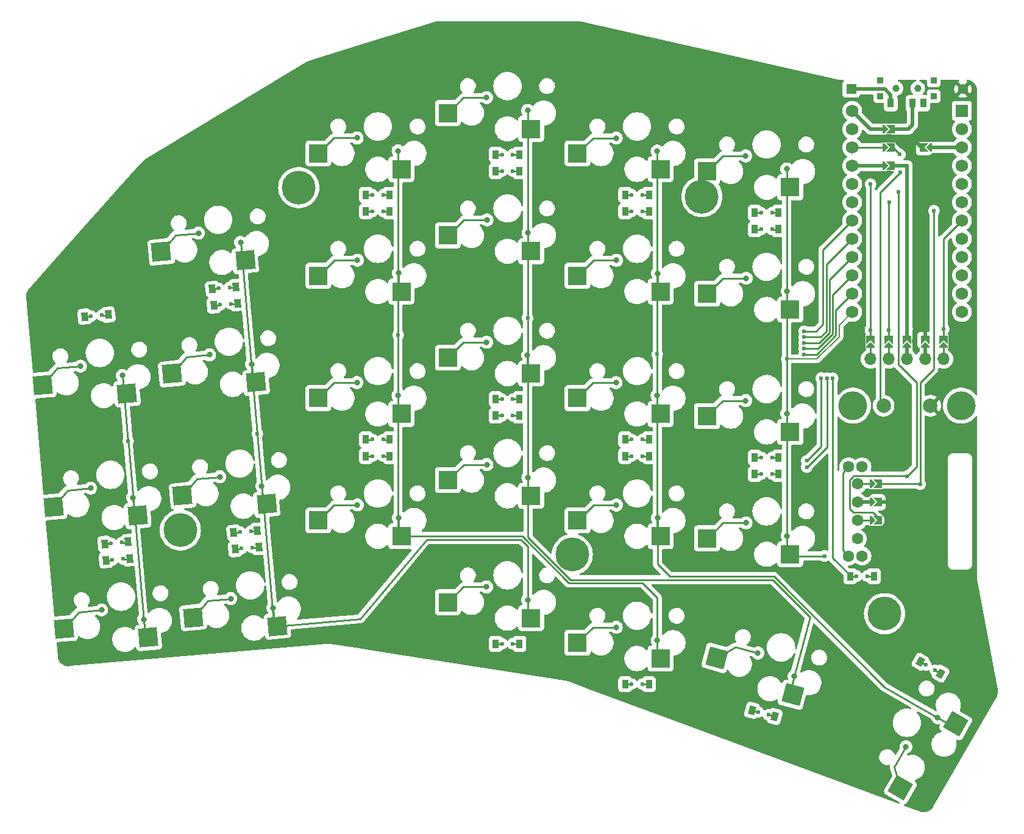
<source format=gbl>
%TF.GenerationSoftware,KiCad,Pcbnew,7.0.10-7.0.10~ubuntu22.04.1*%
%TF.CreationDate,2024-02-09T13:23:23+01:00*%
%TF.ProjectId,keyboard,6b657962-6f61-4726-942e-6b696361645f,v1.0.0*%
%TF.SameCoordinates,Original*%
%TF.FileFunction,Copper,L2,Bot*%
%TF.FilePolarity,Positive*%
%FSLAX46Y46*%
G04 Gerber Fmt 4.6, Leading zero omitted, Abs format (unit mm)*
G04 Created by KiCad (PCBNEW 7.0.10-7.0.10~ubuntu22.04.1) date 2024-02-09 13:23:23*
%MOMM*%
%LPD*%
G01*
G04 APERTURE LIST*
G04 Aperture macros list*
%AMRotRect*
0 Rectangle, with rotation*
0 The origin of the aperture is its center*
0 $1 length*
0 $2 width*
0 $3 Rotation angle, in degrees counterclockwise*
0 Add horizontal line*
21,1,$1,$2,0,0,$3*%
%AMFreePoly0*
4,1,6,0.600000,0.200000,0.000000,-0.400000,-0.600000,0.200000,-0.600000,0.400000,0.600000,0.400000,0.600000,0.200000,0.600000,0.200000,$1*%
%AMFreePoly1*
4,1,6,0.600000,-0.250000,-0.600000,-0.250000,-0.600000,1.000000,0.000000,0.400000,0.600000,1.000000,0.600000,-0.250000,0.600000,-0.250000,$1*%
G04 Aperture macros list end*
%TA.AperFunction,SMDPad,CuDef*%
%ADD10R,0.900000X0.900000*%
%TD*%
%TA.AperFunction,WasherPad*%
%ADD11C,1.000000*%
%TD*%
%TA.AperFunction,SMDPad,CuDef*%
%ADD12R,0.900000X1.250000*%
%TD*%
%TA.AperFunction,SMDPad,CuDef*%
%ADD13R,2.600000X2.600000*%
%TD*%
%TA.AperFunction,SMDPad,CuDef*%
%ADD14R,0.900000X1.200000*%
%TD*%
%TA.AperFunction,ComponentPad*%
%ADD15C,0.600000*%
%TD*%
%TA.AperFunction,ComponentPad*%
%ADD16R,1.752600X1.752600*%
%TD*%
%TA.AperFunction,ComponentPad*%
%ADD17C,1.752600*%
%TD*%
%TA.AperFunction,SMDPad,CuDef*%
%ADD18RotRect,2.600000X2.600000X185.000000*%
%TD*%
%TA.AperFunction,ComponentPad*%
%ADD19C,4.700000*%
%TD*%
%TA.AperFunction,ComponentPad*%
%ADD20C,4.000000*%
%TD*%
%TA.AperFunction,SMDPad,CuDef*%
%ADD21FreePoly0,180.000000*%
%TD*%
%TA.AperFunction,SMDPad,CuDef*%
%ADD22FreePoly1,180.000000*%
%TD*%
%TA.AperFunction,SMDPad,CuDef*%
%ADD23FreePoly0,90.000000*%
%TD*%
%TA.AperFunction,SMDPad,CuDef*%
%ADD24FreePoly1,90.000000*%
%TD*%
%TA.AperFunction,SMDPad,CuDef*%
%ADD25FreePoly0,270.000000*%
%TD*%
%TA.AperFunction,SMDPad,CuDef*%
%ADD26FreePoly1,270.000000*%
%TD*%
%TA.AperFunction,SMDPad,CuDef*%
%ADD27RotRect,0.900000X1.200000X5.000000*%
%TD*%
%TA.AperFunction,ComponentPad*%
%ADD28R,1.400000X1.400000*%
%TD*%
%TA.AperFunction,ComponentPad*%
%ADD29C,1.400000*%
%TD*%
%TA.AperFunction,ComponentPad*%
%ADD30O,1.700000X1.700000*%
%TD*%
%TA.AperFunction,SMDPad,CuDef*%
%ADD31RotRect,0.900000X1.200000X345.000000*%
%TD*%
%TA.AperFunction,SMDPad,CuDef*%
%ADD32RotRect,2.600000X2.600000X240.000000*%
%TD*%
%TA.AperFunction,ComponentPad*%
%ADD33C,2.000000*%
%TD*%
%TA.AperFunction,ComponentPad*%
%ADD34C,1.600000*%
%TD*%
%TA.AperFunction,SMDPad,CuDef*%
%ADD35RotRect,2.600000X2.600000X165.000000*%
%TD*%
%TA.AperFunction,SMDPad,CuDef*%
%ADD36RotRect,0.900000X1.200000X330.000000*%
%TD*%
%TA.AperFunction,ViaPad*%
%ADD37C,0.800000*%
%TD*%
%TA.AperFunction,ViaPad*%
%ADD38C,0.600000*%
%TD*%
%TA.AperFunction,Conductor*%
%ADD39C,0.250000*%
%TD*%
%TA.AperFunction,Conductor*%
%ADD40C,0.200000*%
%TD*%
%TA.AperFunction,Conductor*%
%ADD41C,0.500000*%
%TD*%
G04 APERTURE END LIST*
D10*
%TO.P,T1,*%
%TO.N,*%
X160405700Y-53674001D03*
X160405700Y-55874001D03*
D11*
X162605700Y-54774001D03*
X165605700Y-54774001D03*
D10*
X167805700Y-53674001D03*
X167805700Y-55874001D03*
D12*
%TO.P,T1,1*%
%TO.N,switch_from*%
X161855700Y-56849001D03*
%TO.P,T1,2*%
%TO.N,RAW*%
X164855700Y-56849001D03*
%TO.P,T1,3*%
%TO.N,N/C*%
X166355700Y-56849001D03*
%TD*%
D13*
%TO.P,S20,1*%
%TO.N,row4*%
X129880692Y-83024008D03*
%TO.P,S20,2*%
%TO.N,index_top*%
X118330692Y-80824008D03*
%TD*%
D14*
%TO.P,D20,1*%
%TO.N,col1*%
X88955699Y-71874007D03*
D15*
X89855699Y-71874007D03*
%TO.P,D20,2*%
%TO.N,ring_top*%
X91355699Y-71874007D03*
D14*
X92255699Y-71874007D03*
%TD*%
%TO.P,D26,1*%
%TO.N,col1*%
X142955696Y-74374007D03*
D15*
X143855696Y-74374007D03*
%TO.P,D26,2*%
%TO.N,inner_top*%
X145355696Y-74374007D03*
D14*
X146255696Y-74374007D03*
%TD*%
D16*
%TO.P,MCU1,*%
%TO.N,P1_RAW*%
X171725688Y-57904005D03*
D17*
%TO.P,MCU1,1*%
%TO.N,RAW_P1*%
X156485688Y-57904005D03*
%TO.P,MCU1,2*%
%TO.N,GND_P0*%
X156485688Y-60444005D03*
%TO.P,MCU1,3*%
%TO.N,RST_GND*%
X156485688Y-62984005D03*
%TO.P,MCU1,4*%
%TO.N,VCC_GND*%
X156485688Y-65524005D03*
%TO.P,MCU1,5*%
%TO.N,ENCA*%
X156485688Y-68064005D03*
%TO.P,MCU1,6*%
%TO.N,ENCB*%
X156485688Y-70604005D03*
%TO.P,MCU1,7*%
%TO.N,row0*%
X156485688Y-73144005D03*
%TO.P,MCU1,8*%
%TO.N,row1*%
X156485688Y-75684005D03*
%TO.P,MCU1,9*%
%TO.N,row2*%
X156485688Y-78224005D03*
%TO.P,MCU1,10*%
%TO.N,row3*%
X156485688Y-80764005D03*
%TO.P,MCU1,11*%
%TO.N,row4*%
X156485688Y-83304005D03*
%TO.P,MCU1,12*%
%TO.N,row5*%
X156485688Y-85844005D03*
%TO.P,MCU1,13*%
%TO.N,P1_RAW*%
X171725688Y-57904005D03*
%TO.P,MCU1,14*%
%TO.N,P0_GND*%
X171725688Y-60444005D03*
%TO.P,MCU1,15*%
%TO.N,GND_RST*%
X171725688Y-62984005D03*
%TO.P,MCU1,16*%
%TO.N,GND_VCC*%
X171725688Y-65524005D03*
%TO.P,MCU1,17*%
%TO.N,SDA*%
X171725688Y-68064005D03*
%TO.P,MCU1,18*%
%TO.N,SCL*%
X171725688Y-70604005D03*
%TO.P,MCU1,19*%
%TO.N,CS*%
X171725688Y-73144005D03*
%TO.P,MCU1,20*%
%TO.N,col0*%
X171725688Y-75684005D03*
%TO.P,MCU1,21*%
%TO.N,col1*%
X171725688Y-78224005D03*
%TO.P,MCU1,22*%
%TO.N,col2*%
X171725688Y-80764005D03*
%TO.P,MCU1,23*%
%TO.N,col3*%
X171725688Y-83304005D03*
%TO.P,MCU1,24*%
%TO.N,col4*%
X171725688Y-85844005D03*
%TD*%
D13*
%TO.P,S22,1*%
%TO.N,row5*%
X147880694Y-119524005D03*
%TO.P,S22,2*%
%TO.N,inner_bottom*%
X136330694Y-117324005D03*
%TD*%
D18*
%TO.P,S1,1*%
%TO.N,row0*%
X58717281Y-131065088D03*
%TO.P,S1,2*%
%TO.N,outer_bottom*%
X47019490Y-129880109D03*
%TD*%
D13*
%TO.P,S9,1*%
%TO.N,row2*%
X93880691Y-100024003D03*
%TO.P,S9,2*%
%TO.N,ring_home*%
X82330691Y-97824003D03*
%TD*%
D19*
%TO.P,_7,*%
%TO.N,*%
X117605698Y-119574006D03*
%TD*%
D14*
%TO.P,D19,1*%
%TO.N,col3*%
X88955691Y-105874011D03*
D15*
X89855691Y-105874011D03*
%TO.P,D19,2*%
%TO.N,ring_bottom*%
X91355691Y-105874011D03*
D14*
X92255691Y-105874011D03*
%TD*%
%TO.P,D9,1*%
%TO.N,col4*%
X124955694Y-137573999D03*
D15*
X125855694Y-137573999D03*
%TO.P,D9,2*%
%TO.N,index_mod*%
X127355694Y-137573999D03*
D14*
X128255694Y-137573999D03*
%TD*%
D19*
%TO.P,_6,*%
%TO.N,*%
X63161113Y-116171110D03*
%TD*%
D13*
%TO.P,S23,1*%
%TO.N,row5*%
X147880690Y-102524001D03*
%TO.P,S23,2*%
%TO.N,inner_home*%
X136330690Y-100324001D03*
%TD*%
D20*
%TO.P,_3,*%
%TO.N,*%
X171605691Y-98873997D03*
%TD*%
D21*
%TO.P,J16,1*%
%TO.N,NN_SCL_GND*%
X161565699Y-90382000D03*
D22*
%TO.P,J16,2*%
%TO.N,SCL*%
X161565699Y-89366000D03*
%TD*%
D18*
%TO.P,S2,1*%
%TO.N,row0*%
X57235642Y-114129777D03*
%TO.P,S2,2*%
%TO.N,outer_home*%
X45537851Y-112944798D03*
%TD*%
D19*
%TO.P,_4,*%
%TO.N,*%
X79605694Y-68574003D03*
%TD*%
D14*
%TO.P,D22,1*%
%TO.N,col1*%
X106955699Y-66264004D03*
D15*
X107855699Y-66264004D03*
%TO.P,D22,2*%
%TO.N,middle_top*%
X109355699Y-66264004D03*
D14*
X110255699Y-66264004D03*
%TD*%
D13*
%TO.P,S12,1*%
%TO.N,row1*%
X111880694Y-128414005D03*
%TO.P,S12,2*%
%TO.N,middle_mod*%
X100330694Y-126214005D03*
%TD*%
%TO.P,S24,1*%
%TO.N,row5*%
X147880702Y-85524002D03*
%TO.P,S24,2*%
%TO.N,inner_top*%
X136330702Y-83324002D03*
%TD*%
D14*
%TO.P,D4,1*%
%TO.N,col2*%
X88955699Y-103574005D03*
D15*
X89855699Y-103574005D03*
%TO.P,D4,2*%
%TO.N,ring_home*%
X91355699Y-103574005D03*
D14*
X92255699Y-103574005D03*
%TD*%
D19*
%TO.P,_8,*%
%TO.N,*%
X160984199Y-127797132D03*
%TD*%
D23*
%TO.P,J7,1*%
%TO.N,RAW_P1*%
X161097692Y-60424001D03*
D24*
%TO.P,J7,2*%
%TO.N,RAW*%
X162113692Y-60424001D03*
%TD*%
D23*
%TO.P,J2,1*%
%TO.N,GND_ENCA*%
X159347698Y-112304005D03*
D24*
%TO.P,J2,2*%
%TO.N,GND*%
X160363698Y-112304005D03*
%TD*%
D25*
%TO.P,J10,1*%
%TO.N,GND_RST*%
X167113695Y-62974005D03*
D26*
%TO.P,J10,2*%
%TO.N,GND*%
X166097695Y-62974005D03*
%TD*%
D14*
%TO.P,D8,1*%
%TO.N,col0*%
X106955694Y-63964002D03*
D15*
X107855694Y-63964002D03*
%TO.P,D8,2*%
%TO.N,middle_num*%
X109355694Y-63964002D03*
D14*
X110255694Y-63964002D03*
%TD*%
D27*
%TO.P,D1,1*%
%TO.N,col2*%
X52638789Y-118095508D03*
D15*
X53535364Y-118017068D03*
%TO.P,D1,2*%
%TO.N,outer_home*%
X55029656Y-117886334D03*
D27*
X55926231Y-117807894D03*
%TD*%
D18*
%TO.P,S3,1*%
%TO.N,row0*%
X55753989Y-97194466D03*
%TO.P,S3,2*%
%TO.N,outer_top*%
X44056198Y-96009487D03*
%TD*%
D20*
%TO.P,_2,*%
%TO.N,*%
X156605701Y-98874007D03*
%TD*%
D13*
%TO.P,S10,1*%
%TO.N,row2*%
X93880696Y-83024001D03*
%TO.P,S10,2*%
%TO.N,ring_top*%
X82330696Y-80824001D03*
%TD*%
D28*
%TO.P,,1*%
%TO.N,switch_from*%
X156355698Y-54874006D03*
D29*
%TO.P,,2*%
%TO.N,GND*%
X171855698Y-54874006D03*
%TD*%
D18*
%TO.P,S6,1*%
%TO.N,row1*%
X73685497Y-95625662D03*
%TO.P,S6,2*%
%TO.N,pinky_top*%
X61987706Y-94440683D03*
%TD*%
D14*
%TO.P,D25,1*%
%TO.N,col3*%
X142955694Y-108374009D03*
D15*
X143855694Y-108374009D03*
%TO.P,D25,2*%
%TO.N,inner_bottom*%
X145355694Y-108374009D03*
D14*
X146255694Y-108374009D03*
%TD*%
D21*
%TO.P,J15,1*%
%TO.N,NN_SDA_CS*%
X159025697Y-90382007D03*
D22*
%TO.P,J15,2*%
%TO.N,SDA*%
X159025697Y-89366007D03*
%TD*%
D14*
%TO.P,D24,1*%
%TO.N,col1*%
X124955695Y-71874001D03*
D15*
X125855695Y-71874001D03*
%TO.P,D24,2*%
%TO.N,index_top*%
X127355695Y-71874001D03*
D14*
X128255695Y-71874001D03*
%TD*%
D13*
%TO.P,S16,1*%
%TO.N,row3*%
X111880697Y-60414005D03*
%TO.P,S16,2*%
%TO.N,middle_num*%
X100330697Y-58214005D03*
%TD*%
D30*
%TO.P,Nice!View1,1*%
%TO.N,NN_GND_SCL*%
X166645699Y-92374001D03*
%TO.N,NN_CS_SDA*%
X169185699Y-92374001D03*
%TO.P,Nice!View1,2*%
%TO.N,NN_VCC*%
X164105699Y-92374001D03*
%TO.P,Nice!View1,3*%
%TO.N,NN_SCL_GND*%
X161565699Y-92374001D03*
%TO.P,Nice!View1,4*%
%TO.N,NN_SDA_CS*%
X159025699Y-92374001D03*
%TD*%
D14*
%TO.P,D10,1*%
%TO.N,col2*%
X124955698Y-103574004D03*
D15*
X125855698Y-103574004D03*
%TO.P,D10,2*%
%TO.N,index_home*%
X127355698Y-103574004D03*
D14*
X128255698Y-103574004D03*
%TD*%
%TO.P,D28,1*%
%TO.N,col4*%
X156205696Y-122574004D03*
D15*
X157105696Y-122574004D03*
%TO.P,D28,2*%
%TO.N,scrollwheel_scrollwheel*%
X158605696Y-122574004D03*
D14*
X159505696Y-122574004D03*
%TD*%
D18*
%TO.P,S5,1*%
%TO.N,row1*%
X75167142Y-112560968D03*
%TO.P,S5,2*%
%TO.N,pinky_home*%
X63469351Y-111375989D03*
%TD*%
D13*
%TO.P,S8,1*%
%TO.N,row2*%
X93880702Y-117024006D03*
%TO.P,S8,2*%
%TO.N,ring_bottom*%
X82330702Y-114824006D03*
%TD*%
D23*
%TO.P,J8,1*%
%TO.N,RST_GND*%
X161097698Y-62974001D03*
D24*
%TO.P,J8,2*%
%TO.N,RST*%
X162113698Y-62974001D03*
%TD*%
D14*
%TO.P,D6,1*%
%TO.N,col4*%
X106955698Y-131963998D03*
D15*
X107855698Y-131963998D03*
%TO.P,D6,2*%
%TO.N,middle_mod*%
X109355698Y-131963998D03*
D14*
X110255698Y-131963998D03*
%TD*%
D31*
%TO.P,D14,1*%
%TO.N,col4*%
X142553138Y-141213247D03*
D15*
X143422472Y-141446184D03*
%TO.P,D14,2*%
%TO.N,layer_cluster*%
X144871360Y-141834412D03*
D31*
X145740694Y-142067349D03*
%TD*%
D32*
%TO.P,S27,1*%
%TO.N,row4*%
X170880794Y-143091640D03*
%TO.P,S27,2*%
%TO.N,space_cluster*%
X163200538Y-151994233D03*
%TD*%
D14*
%TO.P,D23,1*%
%TO.N,col3*%
X124955695Y-105874000D03*
D15*
X125855695Y-105874000D03*
%TO.P,D23,2*%
%TO.N,index_bottom*%
X127355695Y-105874000D03*
D14*
X128255695Y-105874000D03*
%TD*%
%TO.P,D12,1*%
%TO.N,col2*%
X142955701Y-106074002D03*
D15*
X143855701Y-106074002D03*
%TO.P,D12,2*%
%TO.N,inner_home*%
X145355701Y-106074002D03*
D14*
X146255701Y-106074002D03*
%TD*%
D13*
%TO.P,S19,1*%
%TO.N,row4*%
X129880699Y-100024005D03*
%TO.P,S19,2*%
%TO.N,index_home*%
X118330699Y-97824005D03*
%TD*%
%TO.P,S14,1*%
%TO.N,row3*%
X111880694Y-94414004D03*
%TO.P,S14,2*%
%TO.N,middle_home*%
X100330694Y-92214004D03*
%TD*%
%TO.P,S13,1*%
%TO.N,row3*%
X111880698Y-111414004D03*
%TO.P,S13,2*%
%TO.N,middle_bottom*%
X100330698Y-109214004D03*
%TD*%
%TO.P,S18,1*%
%TO.N,row4*%
X129880698Y-117024008D03*
%TO.P,S18,2*%
%TO.N,index_bottom*%
X118330698Y-114824008D03*
%TD*%
D33*
%TO.P,_1,1*%
%TO.N,RST*%
X160855690Y-98874000D03*
%TO.P,_1,2*%
%TO.N,GND*%
X167355690Y-98874000D03*
%TD*%
D27*
%TO.P,D16,1*%
%TO.N,col1*%
X49875945Y-86516140D03*
D15*
X50772520Y-86437700D03*
%TO.P,D16,2*%
%TO.N,outer_top*%
X52266812Y-86306966D03*
D27*
X53163387Y-86228526D03*
%TD*%
%TO.P,D17,1*%
%TO.N,col3*%
X70770747Y-118817960D03*
D15*
X71667322Y-118739520D03*
%TO.P,D17,2*%
%TO.N,pinky_bottom*%
X73161614Y-118608786D03*
D27*
X74058189Y-118530346D03*
%TD*%
D14*
%TO.P,D13,1*%
%TO.N,col0*%
X142955702Y-72074001D03*
D15*
X143855702Y-72074001D03*
%TO.P,D13,2*%
%TO.N,inner_num*%
X145355702Y-72074001D03*
D14*
X146255702Y-72074001D03*
%TD*%
D34*
%TO.P,REF\u002A\u002A,A*%
%TO.N,ENCB_undef*%
X157230689Y-109764005D03*
%TO.P,REF\u002A\u002A,B*%
%TO.N,GND_ENCA*%
X157230689Y-112304005D03*
%TO.P,REF\u002A\u002A,C*%
%TO.N,ENCA_GND*%
X157230689Y-114844005D03*
%TO.P,REF\u002A\u002A,D*%
%TO.N,undef_ENCB*%
X157230689Y-117384005D03*
%TO.P,REF\u002A\u002A,S1*%
%TO.N,row5*%
X156005689Y-107374005D03*
X156005689Y-119774005D03*
%TO.P,REF\u002A\u002A,S2*%
%TO.N,scrollwheel_scrollwheel*%
X157855689Y-107374005D03*
X157855689Y-119774005D03*
%TD*%
D13*
%TO.P,S15,1*%
%TO.N,row3*%
X111880698Y-77414005D03*
%TO.P,S15,2*%
%TO.N,middle_top*%
X100330698Y-75214005D03*
%TD*%
%TO.P,S21,1*%
%TO.N,row4*%
X129880690Y-66024001D03*
%TO.P,S21,2*%
%TO.N,index_num*%
X118330690Y-63824001D03*
%TD*%
D21*
%TO.P,J17,1*%
%TO.N,NN_VCC*%
X164105695Y-90382002D03*
D22*
%TO.P,J17,2*%
%TO.N,VCC*%
X164105695Y-89366002D03*
%TD*%
D27*
%TO.P,D15,1*%
%TO.N,col3*%
X52839240Y-120386761D03*
D15*
X53735815Y-120308321D03*
%TO.P,D15,2*%
%TO.N,outer_bottom*%
X55230107Y-120177587D03*
D27*
X56126682Y-120099147D03*
%TD*%
D13*
%TO.P,S11,1*%
%TO.N,row2*%
X93880698Y-66024002D03*
%TO.P,S11,2*%
%TO.N,ring_num*%
X82330698Y-63824002D03*
%TD*%
D27*
%TO.P,D2,1*%
%TO.N,col2*%
X70570285Y-116526704D03*
D15*
X71466860Y-116448264D03*
%TO.P,D2,2*%
%TO.N,pinky_home*%
X72961152Y-116317530D03*
D27*
X73857727Y-116239090D03*
%TD*%
D35*
%TO.P,S26,1*%
%TO.N,row3*%
X148229135Y-139058899D03*
%TO.P,S26,2*%
%TO.N,layer_cluster*%
X137642093Y-133944502D03*
%TD*%
D27*
%TO.P,D3,1*%
%TO.N,col0*%
X67606995Y-82656078D03*
D15*
X68503570Y-82577638D03*
%TO.P,D3,2*%
%TO.N,pinky_num*%
X69997862Y-82446904D03*
D27*
X70894437Y-82368464D03*
%TD*%
D18*
%TO.P,S7,1*%
%TO.N,row1*%
X72203856Y-78690351D03*
%TO.P,S7,2*%
%TO.N,pinky_num*%
X60506065Y-77505372D03*
%TD*%
D36*
%TO.P,D27,1*%
%TO.N,col4*%
X165932968Y-134461509D03*
D15*
X166712391Y-134911509D03*
%TO.P,D27,2*%
%TO.N,space_cluster*%
X168011429Y-135661509D03*
D36*
X168790852Y-136111509D03*
%TD*%
D13*
%TO.P,S25,1*%
%TO.N,row5*%
X147880694Y-68524002D03*
%TO.P,S25,2*%
%TO.N,inner_num*%
X136330694Y-66324002D03*
%TD*%
D14*
%TO.P,D21,1*%
%TO.N,col3*%
X106955700Y-100264000D03*
D15*
X107855700Y-100264000D03*
%TO.P,D21,2*%
%TO.N,middle_bottom*%
X109355700Y-100264000D03*
D14*
X110255700Y-100264000D03*
%TD*%
D18*
%TO.P,S4,1*%
%TO.N,row1*%
X76648799Y-129496280D03*
%TO.P,S4,2*%
%TO.N,pinky_bottom*%
X64951008Y-128311301D03*
%TD*%
D13*
%TO.P,S17,1*%
%TO.N,row2*%
X129880699Y-134023999D03*
%TO.P,S17,2*%
%TO.N,index_mod*%
X118330699Y-131823999D03*
%TD*%
D23*
%TO.P,J9,1*%
%TO.N,VCC_GND*%
X161097688Y-65523999D03*
D24*
%TO.P,J9,2*%
%TO.N,VCC*%
X162113688Y-65523999D03*
%TD*%
D19*
%TO.P,_5,*%
%TO.N,*%
X135605700Y-69823998D03*
%TD*%
D14*
%TO.P,D11,1*%
%TO.N,col0*%
X124955699Y-69574006D03*
D15*
X125855699Y-69574006D03*
%TO.P,D11,2*%
%TO.N,index_num*%
X127355699Y-69574006D03*
D14*
X128255699Y-69574006D03*
%TD*%
D23*
%TO.P,J3,1*%
%TO.N,ENCA_GND*%
X159347696Y-114844003D03*
D24*
%TO.P,J3,2*%
%TO.N,ENCA*%
X160363696Y-114844003D03*
%TD*%
D21*
%TO.P,J19,1*%
%TO.N,NN_CS_SDA*%
X169185693Y-90382002D03*
D22*
%TO.P,J19,2*%
%TO.N,CS*%
X169185693Y-89366002D03*
%TD*%
D14*
%TO.P,D5,1*%
%TO.N,col0*%
X88955704Y-69574007D03*
D15*
X89855704Y-69574007D03*
%TO.P,D5,2*%
%TO.N,ring_num*%
X91355704Y-69574007D03*
D14*
X92255704Y-69574007D03*
%TD*%
D23*
%TO.P,J1,1*%
%TO.N,ENCB_undef*%
X159347701Y-109764009D03*
D24*
%TO.P,J1,2*%
%TO.N,ENCB*%
X160363701Y-109764009D03*
%TD*%
D14*
%TO.P,D7,1*%
%TO.N,col2*%
X106955698Y-97964002D03*
D15*
X107855698Y-97964002D03*
%TO.P,D7,2*%
%TO.N,middle_home*%
X109355698Y-97964002D03*
D14*
X110255698Y-97964002D03*
%TD*%
D27*
%TO.P,D18,1*%
%TO.N,col1*%
X67807446Y-84947330D03*
D15*
X68704021Y-84868890D03*
%TO.P,D18,2*%
%TO.N,pinky_top*%
X70198313Y-84738156D03*
D27*
X71094888Y-84659716D03*
%TD*%
D21*
%TO.P,J18,1*%
%TO.N,NN_GND_SCL*%
X166645694Y-90382002D03*
D22*
%TO.P,J18,2*%
%TO.N,GND*%
X166645694Y-89366002D03*
%TD*%
D37*
%TO.N,row0*%
X58072190Y-128565807D03*
D38*
X55910798Y-103771377D03*
D37*
X56538542Y-111635038D03*
X55116482Y-94692315D03*
D38*
X149810000Y-88540000D03*
D37*
%TO.N,outer_bottom*%
X52236998Y-127269422D03*
%TO.N,outer_home*%
X50703370Y-110338672D03*
%TO.N,outer_top*%
X49281299Y-93395943D03*
%TO.N,row1*%
X71523444Y-76181910D03*
X74479141Y-110055397D03*
X76012787Y-126986155D03*
X73057077Y-93112679D03*
D38*
X73852574Y-102803967D03*
X149824991Y-89339362D03*
D37*
X111398268Y-125862756D03*
%TO.N,pinky_bottom*%
X70177591Y-125689799D03*
%TO.N,pinky_home*%
X68643953Y-108759033D03*
%TO.N,pinky_top*%
X67221880Y-91816303D03*
%TO.N,pinky_num*%
X65688256Y-74885552D03*
D38*
%TO.N,row2*%
X149822701Y-90138861D03*
D37*
X93464431Y-80468909D03*
D38*
X93412242Y-89070851D03*
D37*
X93412243Y-63468899D03*
X93404443Y-97471104D03*
X129403585Y-131472764D03*
X93456628Y-114471087D03*
%TO.N,ring_bottom*%
X87756628Y-112671093D03*
%TO.N,ring_home*%
X87704434Y-95671093D03*
%TO.N,ring_top*%
X87764435Y-78668915D03*
%TO.N,ring_num*%
X87712245Y-61668909D03*
%TO.N,middle_mod*%
X105698269Y-124062770D03*
%TO.N,row3*%
X111402251Y-57858912D03*
X148431328Y-136475014D03*
D38*
X111402249Y-86670853D03*
X149807796Y-90938224D03*
D37*
X111446622Y-108861100D03*
X111454434Y-74858901D03*
X111394434Y-91861089D03*
%TO.N,middle_bottom*%
X105746629Y-107061099D03*
%TO.N,middle_home*%
X105694439Y-90061092D03*
%TO.N,middle_top*%
X105754431Y-73058913D03*
%TO.N,middle_num*%
X105702247Y-56058899D03*
%TO.N,index_mod*%
X123703591Y-129672756D03*
%TO.N,row4*%
X168373565Y-142247284D03*
X129394431Y-97481094D03*
X129454442Y-80478907D03*
X129446617Y-114481099D03*
D38*
X129402240Y-91730000D03*
D37*
X129402244Y-63478912D03*
D38*
X149810140Y-91737723D03*
D37*
%TO.N,index_bottom*%
X123746621Y-112681091D03*
%TO.N,index_home*%
X123694439Y-95681096D03*
%TO.N,index_top*%
X123754433Y-78678911D03*
%TO.N,index_num*%
X123702244Y-61678902D03*
%TO.N,row5*%
X147402246Y-65968903D03*
X147394427Y-99971094D03*
D38*
X152640000Y-119760000D03*
D37*
X147446622Y-116971097D03*
D38*
X147402245Y-92390000D03*
D37*
X147454428Y-82968910D03*
%TO.N,inner_bottom*%
X141746622Y-115171085D03*
%TO.N,inner_home*%
X141694424Y-98171096D03*
%TO.N,inner_top*%
X141754443Y-81168908D03*
%TO.N,inner_num*%
X141702249Y-64168900D03*
%TO.N,layer_cluster*%
X143391422Y-133261081D03*
%TO.N,space_cluster*%
X163964733Y-146283631D03*
D38*
%TO.N,col2*%
X152182074Y-95050000D03*
X150182074Y-106539726D03*
%TO.N,col4*%
X153782077Y-95060000D03*
%TO.N,col3*%
X150182073Y-107424000D03*
X152982071Y-95060000D03*
%TO.N,ENCB*%
X167834719Y-71787054D03*
X165934720Y-109787054D03*
%TO.N,GND*%
X152360000Y-63320000D03*
X130920000Y-70200000D03*
X94910000Y-71330000D03*
X55690000Y-84740000D03*
X71590000Y-73130000D03*
X60970000Y-121430000D03*
X77560000Y-118420000D03*
X130980000Y-104280000D03*
X129930000Y-124260000D03*
X57530000Y-86990000D03*
X148920000Y-72710000D03*
X101370000Y-97630000D03*
X160060000Y-138820000D03*
X94940000Y-105390000D03*
X74320000Y-84420000D03*
X134090000Y-108450000D03*
X148640000Y-93540000D03*
X156200000Y-92710000D03*
X112520000Y-120670000D03*
X165109716Y-61987055D03*
X149750000Y-108740000D03*
X57150000Y-104860000D03*
X98010000Y-118880000D03*
X112610000Y-98590000D03*
X58450000Y-118180000D03*
X76660000Y-116050000D03*
X164834717Y-112287051D03*
X163840000Y-107120000D03*
X113050000Y-64560000D03*
X166645690Y-87087053D03*
X101580000Y-64630000D03*
X128590000Y-121890000D03*
X163260000Y-137820000D03*
X74850000Y-100920000D03*
X110160000Y-115700000D03*
X151370000Y-130100000D03*
%TO.N,ENCA*%
X162934722Y-69187057D03*
X164085236Y-108687050D03*
%TO.N,SDA*%
X159034727Y-68087055D03*
X159025695Y-88362049D03*
%TO.N,SCL*%
X161609719Y-70587055D03*
X161565695Y-88362058D03*
%TO.N,CS*%
X169185699Y-88212049D03*
%TO.N,RAW*%
X164271677Y-60424008D03*
%TO.N,RST*%
X163159723Y-66487053D03*
X163109712Y-63962054D03*
%TO.N,VCC*%
X164105697Y-88212060D03*
X164109718Y-65537050D03*
%TD*%
D39*
%TO.N,row0*%
X56720766Y-113717741D02*
X57238042Y-114151789D01*
X151460000Y-88540000D02*
X152434728Y-87565272D01*
X55910798Y-103771377D02*
X55959022Y-104322562D01*
X55959022Y-104322562D02*
X58265524Y-130686011D01*
X55303244Y-96827009D02*
X55763989Y-97213611D01*
X152434728Y-77194977D02*
X156485693Y-73144003D01*
X58072190Y-128565807D02*
X58258952Y-130700506D01*
X58258952Y-130700506D02*
X58719686Y-131087098D01*
X55750133Y-101934994D02*
X55910798Y-103771377D01*
X55116482Y-94692315D02*
X55303244Y-96827009D01*
X149810000Y-88540000D02*
X151460000Y-88540000D01*
X55116482Y-94692315D02*
X55750133Y-101934994D01*
X152434728Y-87565272D02*
X152434728Y-77194977D01*
X58265524Y-130686011D02*
X58717283Y-131065083D01*
X56538542Y-111635038D02*
X56720766Y-113717741D01*
%TO.N,outer_bottom*%
X47073901Y-129897571D02*
X49044820Y-127548712D01*
X55232511Y-120199601D02*
X56129090Y-120121155D01*
X49044820Y-127548712D02*
X52236998Y-127269422D01*
%TO.N,outer_home*%
X45540256Y-112966807D02*
X47511180Y-110617952D01*
X55032043Y-117908348D02*
X55928626Y-117829906D01*
X47511180Y-110617952D02*
X50703370Y-110338672D01*
%TO.N,outer_top*%
X44118181Y-96024096D02*
X46089111Y-93675231D01*
X46089111Y-93675231D02*
X49281299Y-93395943D01*
X52276800Y-86326116D02*
X53173374Y-86247680D01*
%TO.N,row1*%
X111398268Y-125862756D02*
X111398267Y-118422391D01*
X74661359Y-112138105D02*
X75178649Y-112572150D01*
X110759794Y-117783917D02*
X110449883Y-117474004D01*
X74479141Y-110055397D02*
X74661359Y-112138105D01*
X110449883Y-117474004D02*
X97400515Y-117474004D01*
X152884725Y-88545277D02*
X152884731Y-86987052D01*
X73852574Y-102803967D02*
X76151328Y-129078853D01*
X111398268Y-125862756D02*
X111398279Y-127953430D01*
X76199553Y-129120862D02*
X76660288Y-129507468D01*
X71523444Y-76181910D02*
X73852574Y-102803967D01*
X76012787Y-126986155D02*
X76199553Y-129120862D01*
X111398267Y-118422391D02*
X110759794Y-117783917D01*
X88157504Y-128489398D02*
X97400515Y-117474004D01*
X76648800Y-129496284D02*
X88157504Y-128489398D01*
X71523444Y-76181910D02*
X71705665Y-78264623D01*
X71705665Y-78264623D02*
X72222931Y-78698677D01*
X152090644Y-89339362D02*
X152884725Y-88545277D01*
X73243849Y-95247376D02*
X73704578Y-95633982D01*
X73057077Y-93112679D02*
X73243849Y-95247376D01*
X76151328Y-129078853D02*
X76648791Y-129496277D01*
X149824991Y-89339362D02*
X152090644Y-89339362D01*
X152884728Y-79284977D02*
X156485694Y-75684006D01*
X152884731Y-86987052D02*
X152884728Y-79284977D01*
X111398279Y-127953430D02*
X111875746Y-128430911D01*
%TO.N,pinky_bottom*%
X65014476Y-128317935D02*
X66985416Y-125969066D01*
X73173104Y-118619950D02*
X74069688Y-118541526D01*
X66985416Y-125969066D02*
X70177591Y-125689799D01*
%TO.N,pinky_home*%
X65451775Y-109038317D02*
X68643953Y-108759033D01*
X72972647Y-116328718D02*
X73869220Y-116250274D01*
X63480844Y-111387174D02*
X65451775Y-109038317D01*
%TO.N,pinky_top*%
X62058780Y-94444456D02*
X64029707Y-92095597D01*
X70217408Y-84746478D02*
X71113977Y-84668032D01*
X64029707Y-92095597D02*
X67221880Y-91816303D01*
%TO.N,pinky_num*%
X60525148Y-77513691D02*
X62496068Y-75164826D01*
X62496068Y-75164826D02*
X65688256Y-74885552D01*
X70016942Y-82455231D02*
X70913518Y-82376787D01*
%TO.N,row2*%
X129403577Y-133563427D02*
X129881069Y-134040909D01*
X152459158Y-89607246D02*
X153334728Y-88731667D01*
X151927543Y-90138861D02*
X152459158Y-89607246D01*
X93730700Y-116874003D02*
X93880692Y-117024001D01*
X153334728Y-88731667D02*
X153334729Y-81374981D01*
X129403585Y-131472764D02*
X129403577Y-133563427D01*
X127375599Y-123528118D02*
X129403599Y-125556112D01*
X93464431Y-80468909D02*
X93464430Y-82611757D01*
X149822701Y-90138861D02*
X151927543Y-90138861D01*
X93412241Y-89470846D02*
X93412237Y-116555551D01*
X93412243Y-63468899D02*
X93412241Y-65559573D01*
X117140394Y-123528118D02*
X127375599Y-123528118D01*
X93456628Y-114471087D02*
X93456622Y-116613954D01*
X153334720Y-81374971D02*
X156485695Y-78224007D01*
X93404443Y-97471104D02*
X93404430Y-99561757D01*
X93464430Y-82611757D02*
X93889726Y-83037054D01*
X93412243Y-63468899D02*
X93412242Y-89070851D01*
X129403599Y-125556112D02*
X129403585Y-131472764D01*
X110636274Y-117023998D02*
X117140394Y-123528118D01*
X93412237Y-116555551D02*
X93880692Y-117024001D01*
X93412242Y-89070851D02*
X93412241Y-89470846D01*
X93456622Y-116613954D02*
X93881909Y-117039238D01*
X153334729Y-81374981D02*
X153334720Y-81374971D01*
X93880692Y-117024001D02*
X110636274Y-117023998D01*
X93412241Y-65559573D02*
X93889716Y-66037063D01*
X93404430Y-99561757D02*
X93881904Y-100039246D01*
%TO.N,ring_bottom*%
X82384106Y-114839241D02*
X84552231Y-112671099D01*
X84552231Y-112671099D02*
X87756628Y-112671093D01*
X91356909Y-105889247D02*
X92256910Y-105889241D01*
%TO.N,ring_home*%
X84500049Y-95671097D02*
X87704434Y-95671093D01*
X91356912Y-103589242D02*
X92256909Y-103589247D01*
X82331901Y-97839248D02*
X84500049Y-95671097D01*
%TO.N,ring_top*%
X91364724Y-71887060D02*
X92264711Y-71887054D01*
X82391908Y-80837065D02*
X84560054Y-78668903D01*
X84560054Y-78668903D02*
X87764435Y-78668915D01*
%TO.N,ring_num*%
X91364722Y-69587056D02*
X92264722Y-69587053D01*
X82339723Y-63837047D02*
X84507857Y-61668895D01*
X84507857Y-61668895D02*
X87712245Y-61668909D01*
%TO.N,middle_mod*%
X102493888Y-124062755D02*
X105698269Y-124062770D01*
X100325740Y-126230904D02*
X102493888Y-124062755D01*
X109350755Y-131980909D02*
X110250745Y-131980908D01*
%TO.N,row3*%
X150629025Y-128273092D02*
X150636346Y-128268868D01*
X111402249Y-86670853D02*
X111402241Y-110935551D01*
X148431328Y-136475014D02*
X147890228Y-138494453D01*
X147890228Y-138494453D02*
X148227858Y-139079243D01*
X111394434Y-91861089D02*
X111394439Y-93951769D01*
X111446622Y-108861100D02*
X111446620Y-117197949D01*
X111454437Y-77001764D02*
X111879725Y-77427048D01*
X151764571Y-90938224D02*
X153784732Y-88918067D01*
X153784732Y-88918067D02*
X153784718Y-88387059D01*
X145445603Y-123078119D02*
X150636346Y-128268868D01*
X153784725Y-83464977D02*
X156485694Y-80764002D01*
X111446622Y-108861100D02*
X111446614Y-111003954D01*
X149807796Y-90938224D02*
X151764571Y-90938224D01*
X111446614Y-111003954D02*
X111871919Y-111429250D01*
X133715603Y-123078116D02*
X145445603Y-123078119D01*
X111394439Y-93951769D02*
X111871913Y-94429245D01*
X111402238Y-59949571D02*
X111879719Y-60427056D01*
X111402251Y-57858912D02*
X111402249Y-86670853D01*
X111402251Y-57858912D02*
X111402238Y-59949571D01*
X117326800Y-123078128D02*
X133715603Y-123078116D01*
X111402241Y-110935551D02*
X111880695Y-111414008D01*
X153784718Y-88387059D02*
X153784725Y-83464977D01*
X111454434Y-74858901D02*
X111454437Y-77001764D01*
X148431328Y-136475014D02*
X150629025Y-128273092D01*
X111446620Y-117197949D02*
X117326800Y-123078128D01*
%TO.N,middle_bottom*%
X109346911Y-100279251D02*
X110246913Y-100279247D01*
X102542246Y-107061097D02*
X105746629Y-107061099D01*
X100374094Y-109229237D02*
X102542246Y-107061097D01*
%TO.N,middle_home*%
X100321914Y-92229239D02*
X102490055Y-90061091D01*
X102490055Y-90061091D02*
X105694439Y-90061092D01*
X109346897Y-97979235D02*
X110246905Y-97979240D01*
%TO.N,middle_top*%
X109354715Y-66277058D02*
X110254726Y-66277060D01*
X100381908Y-75227053D02*
X102550051Y-73058910D01*
X102550051Y-73058910D02*
X105754431Y-73058913D01*
%TO.N,middle_num*%
X102497864Y-56058906D02*
X105702247Y-56058899D01*
X109354736Y-63977055D02*
X110254724Y-63977057D01*
X100329716Y-58227044D02*
X102497864Y-56058906D01*
%TO.N,index_mod*%
X120499209Y-129672757D02*
X123703591Y-129672756D01*
X118331057Y-131840903D02*
X120499209Y-129672757D01*
X127356063Y-137590905D02*
X128256061Y-137590903D01*
%TO.N,row4*%
X131158758Y-122628117D02*
X131306233Y-122628123D01*
X129454442Y-80478907D02*
X129454430Y-82621767D01*
X129402240Y-91730000D02*
X129402237Y-91730003D01*
X129402241Y-65569569D02*
X129879723Y-66047062D01*
X129394444Y-99571767D02*
X129871917Y-100049239D01*
X149810140Y-91737723D02*
X151601466Y-91737723D01*
X145632002Y-122628119D02*
X160993744Y-137989866D01*
X129394431Y-97481094D02*
X129394444Y-99571767D01*
X154234729Y-88200655D02*
X154234719Y-85554973D01*
X129446621Y-120915983D02*
X131158758Y-122628117D01*
X129446617Y-114481099D02*
X129446621Y-120915983D01*
X151601466Y-91737723D02*
X154234726Y-89104463D01*
X168373565Y-142247284D02*
X160997694Y-137988819D01*
X154234727Y-88200656D02*
X154234729Y-88200655D01*
X154234726Y-89104463D02*
X154234727Y-88200656D01*
X129454430Y-82621767D02*
X129879726Y-83047055D01*
X131306233Y-122628123D02*
X145632002Y-122628119D01*
X154234719Y-85554973D02*
X156485702Y-83304004D01*
X129402244Y-91729996D02*
X129402240Y-91730000D01*
X160997694Y-137988819D02*
X160993744Y-137989866D01*
X129446617Y-116623968D02*
X129871916Y-117049239D01*
X129446617Y-114481099D02*
X129446617Y-116623968D01*
X129402244Y-63478912D02*
X129402244Y-91729996D01*
X129402244Y-63478912D02*
X129402241Y-65569569D01*
X129402237Y-116545550D02*
X129880697Y-117024008D01*
X129402237Y-91730003D02*
X129402237Y-116545550D01*
X168373565Y-142247284D02*
X170184136Y-143292622D01*
X170184136Y-143292622D02*
X170836387Y-143117863D01*
%TO.N,index_bottom*%
X120542241Y-112681102D02*
X123746621Y-112681091D01*
X127346911Y-105899243D02*
X128246908Y-105899236D01*
X118374105Y-114849243D02*
X120542241Y-112681102D01*
%TO.N,index_home*%
X127346905Y-103599245D02*
X128246910Y-103599240D01*
X120490056Y-95681097D02*
X123694439Y-95681096D01*
X118321910Y-97849246D02*
X120490056Y-95681097D01*
%TO.N,index_top*%
X120550057Y-78678904D02*
X123754433Y-78678911D01*
X118381912Y-80847049D02*
X120550057Y-78678904D01*
X127354727Y-71897046D02*
X128254730Y-71897053D01*
%TO.N,index_num*%
X127354714Y-69597058D02*
X128254717Y-69597057D01*
X120497860Y-61678903D02*
X123702244Y-61678902D01*
X118329709Y-63847045D02*
X120497860Y-61678903D01*
%TO.N,row5*%
X147402245Y-119045554D02*
X147880699Y-119524007D01*
D40*
X154659725Y-87720852D02*
X154659721Y-87720852D01*
D39*
X147402246Y-65968903D02*
X147402245Y-92720847D01*
D40*
X154659721Y-87720852D02*
X154659726Y-87669971D01*
D39*
X147454428Y-82968910D02*
X147454437Y-85111771D01*
X147446622Y-116971097D02*
X147446613Y-119113954D01*
D40*
X148116689Y-119760000D02*
X147880694Y-119524005D01*
D39*
X156005695Y-107374002D02*
X155205701Y-108174000D01*
X155205698Y-118974008D02*
X156005691Y-119774001D01*
X147446613Y-119113954D02*
X147871907Y-119539243D01*
D40*
X151550227Y-92390000D02*
X154659725Y-89280502D01*
X154659726Y-87669971D02*
X156485692Y-85844001D01*
D39*
X147402247Y-68059575D02*
X147879730Y-68537044D01*
X147394427Y-99971094D02*
X147394427Y-102061761D01*
X147402245Y-92720847D02*
X147402245Y-119045554D01*
D40*
X147402245Y-92390000D02*
X151550227Y-92390000D01*
D39*
X152640000Y-119760000D02*
X148116689Y-119760000D01*
X147402246Y-65968903D02*
X147402247Y-68059575D01*
D40*
X154659725Y-89280502D02*
X154659725Y-87720852D01*
D39*
X147394427Y-102061761D02*
X147871913Y-102539242D01*
X147454437Y-85111771D02*
X147879733Y-85537048D01*
X155205701Y-108174000D02*
X155205698Y-118974008D01*
%TO.N,inner_bottom*%
X138542250Y-115171101D02*
X141746622Y-115171085D01*
X145346915Y-108389243D02*
X146246906Y-108389241D01*
X136374115Y-117339239D02*
X138542250Y-115171101D01*
%TO.N,inner_home*%
X138490061Y-98171105D02*
X141694424Y-98171096D01*
X145346901Y-106089236D02*
X146246914Y-106089243D01*
X136321912Y-100339229D02*
X138490061Y-98171105D01*
%TO.N,inner_top*%
X136381911Y-83337064D02*
X138550059Y-81168911D01*
X145354721Y-74387051D02*
X146254718Y-74387050D01*
X138550059Y-81168911D02*
X141754443Y-81168908D01*
%TO.N,inner_num*%
X145354728Y-72087053D02*
X146254726Y-72087058D01*
X136329719Y-66337055D02*
X138497851Y-64168908D01*
X138497851Y-64168908D02*
X141702249Y-64168900D01*
%TO.N,layer_cluster*%
X137640810Y-133964840D02*
X140296241Y-132431730D01*
X144870080Y-141854754D02*
X145739417Y-142087701D01*
X140296241Y-132431730D02*
X143391422Y-133261081D01*
%TO.N,space_cluster*%
X163156129Y-152020445D02*
X162362542Y-149058695D01*
X168789871Y-136124569D02*
X168010456Y-135674558D01*
X162362542Y-149058695D02*
X163964733Y-146283631D01*
%TO.N,col2*%
X143846923Y-106089241D02*
X142946920Y-106089249D01*
X152182074Y-104539722D02*
X150182074Y-106539726D01*
X71478350Y-116459451D02*
X70581782Y-116537890D01*
X53537757Y-118039085D02*
X52641186Y-118117530D01*
X125846901Y-103599238D02*
X124946912Y-103599239D01*
X107846910Y-97979239D02*
X106946909Y-97979239D01*
X152182074Y-95050000D02*
X152182074Y-104539722D01*
X89856899Y-103589235D02*
X88956906Y-103589241D01*
%TO.N,col0*%
X107854722Y-63977057D02*
X106954721Y-63977055D01*
X89864727Y-69587052D02*
X88964718Y-69587052D01*
X125854724Y-69597049D02*
X124954717Y-69597053D01*
X68522651Y-82585976D02*
X67626079Y-82664405D01*
X143854725Y-72087050D02*
X142954727Y-72087061D01*
%TO.N,col4*%
X157105692Y-122574006D02*
X156205698Y-122574004D01*
X125856059Y-137590904D02*
X124956054Y-137590897D01*
X165932001Y-134474563D02*
X166711422Y-134924567D01*
X153782077Y-95060000D02*
X153782076Y-120039721D01*
X143421185Y-141466524D02*
X142551857Y-141233590D01*
X153782076Y-120039721D02*
X156205697Y-122463345D01*
X107850756Y-131980904D02*
X106950748Y-131980909D01*
X156205697Y-122463345D02*
X156205692Y-122574007D01*
%TO.N,col3*%
X52841649Y-120408781D02*
X53738214Y-120330334D01*
X152982073Y-104676119D02*
X150234189Y-107424002D01*
X152982073Y-95060002D02*
X152982073Y-104676119D01*
X150234189Y-107424002D02*
X150182073Y-107424000D01*
X124946910Y-105899245D02*
X125846907Y-105899238D01*
X88956913Y-105889241D02*
X89856911Y-105889243D01*
X106946908Y-100279237D02*
X107846901Y-100279239D01*
X142946913Y-108389251D02*
X143846912Y-108389243D01*
X152982071Y-95060000D02*
X152982073Y-95060002D01*
X70782246Y-118829134D02*
X71678816Y-118750701D01*
%TO.N,col1*%
X88964716Y-71887050D02*
X89864726Y-71887050D01*
X67826543Y-84955652D02*
X68723104Y-84877215D01*
X142954725Y-74387049D02*
X143854717Y-74387058D01*
X49885936Y-86535281D02*
X50782509Y-86456850D01*
X106954723Y-66277060D02*
X107854711Y-66277055D01*
X124954713Y-71897060D02*
X125854725Y-71897051D01*
%TO.N,scrollwheel_scrollwheel*%
X158605694Y-122574001D02*
X159505703Y-122573996D01*
%TO.N,ENCB_undef*%
X157230703Y-109763999D02*
X159347697Y-109764009D01*
D41*
%TO.N,GND_ENCA*%
X157230691Y-112304003D02*
X159347687Y-112303996D01*
D39*
%TO.N,ENCA_GND*%
X157230695Y-114844007D02*
X159347696Y-114844004D01*
%TO.N,ENCB*%
X165934720Y-109787054D02*
X165934716Y-95687056D01*
X165934720Y-109787054D02*
X165911679Y-109764007D01*
X167820702Y-71801086D02*
X167834719Y-71787054D01*
X165934716Y-95687056D02*
X167820689Y-93801086D01*
X167820689Y-93801086D02*
X167820702Y-71801086D01*
X165911679Y-109764007D02*
X160363705Y-109764006D01*
D41*
%TO.N,GND*%
X166645686Y-68123025D02*
X165109729Y-66587050D01*
X160363695Y-112303998D02*
X164817778Y-112304008D01*
X166645699Y-89366007D02*
X166645690Y-87087053D01*
X167409729Y-61987053D02*
X168509725Y-60887049D01*
X166096679Y-62974010D02*
X165109716Y-61987055D01*
X165109716Y-61987055D02*
X167409729Y-61987053D01*
X165109729Y-66587050D02*
X165109716Y-61987055D01*
X168509720Y-58219975D02*
X171855699Y-54874007D01*
D40*
X164817778Y-112304008D02*
X164834717Y-112287051D01*
D41*
X166645690Y-87087053D02*
X166645686Y-68123025D01*
D40*
X166097693Y-62974006D02*
X166096679Y-62974010D01*
D41*
X168509725Y-60887049D02*
X168509720Y-58219975D01*
D39*
%TO.N,ENCA*%
X164085236Y-108687050D02*
X165434723Y-107337554D01*
X156682782Y-108639006D02*
X164037176Y-108638999D01*
X156634725Y-113687053D02*
X156105694Y-113158024D01*
X156134730Y-109187048D02*
X156534723Y-108787052D01*
X162930695Y-93183030D02*
X162930694Y-69191083D01*
X156105694Y-113158024D02*
X156105701Y-109416088D01*
X160363697Y-114844002D02*
X160363692Y-114716028D01*
X156134716Y-109387057D02*
X156134730Y-109187048D01*
X159334732Y-113687054D02*
X156634725Y-113687053D01*
X163134723Y-93387051D02*
X162930695Y-93183030D01*
X164037176Y-108638999D02*
X164085236Y-108687050D01*
X160363692Y-114716028D02*
X159334732Y-113687054D01*
X165434723Y-107337554D02*
X165434727Y-97787048D01*
X165434723Y-95687056D02*
X163134723Y-93387051D01*
X162930694Y-69191083D02*
X162934722Y-69187057D01*
X165434727Y-97787048D02*
X165434723Y-95687056D01*
X156105701Y-109416088D02*
X156134716Y-109387057D01*
X156534723Y-108787052D02*
X156682782Y-108639006D01*
D41*
%TO.N,RAW_P1*%
X158996670Y-60424004D02*
X161097692Y-60424003D01*
D40*
X156485692Y-57904009D02*
X156485695Y-57913027D01*
D41*
X156485695Y-57913027D02*
X158996670Y-60424004D01*
D40*
%TO.N,RST_GND*%
X161087694Y-62984003D02*
X161097697Y-62974008D01*
D39*
X156485691Y-62984002D02*
X161087694Y-62984003D01*
D41*
%TO.N,VCC_GND*%
X156485697Y-65524004D02*
X161097692Y-65523998D01*
%TO.N,GND_RST*%
X171725691Y-62984002D02*
X167123692Y-62984005D01*
D40*
X167123692Y-62984005D02*
X167113695Y-62974003D01*
D39*
%TO.N,SDA*%
X159025695Y-88362049D02*
X159025698Y-68096081D01*
X159025701Y-89366012D02*
X159025695Y-88362049D01*
X159025698Y-68096081D02*
X159034727Y-68087055D01*
%TO.N,SCL*%
X161565695Y-88362058D02*
X161565700Y-70631080D01*
X161565700Y-70631080D02*
X161609719Y-70587055D01*
X161565698Y-89366002D02*
X161565695Y-88362058D01*
%TO.N,CS*%
X169185699Y-89366003D02*
X169185699Y-88212049D01*
X169185702Y-75684004D02*
X171725691Y-73143999D01*
X169185699Y-88212049D02*
X169185702Y-75684004D01*
D41*
%TO.N,RAW*%
X164271677Y-60424008D02*
X164855698Y-59839978D01*
X162113692Y-60424004D02*
X164271677Y-60424008D01*
X164855698Y-59839978D02*
X164855697Y-56849002D01*
D39*
%TO.N,RST*%
X162121670Y-62974004D02*
X163109712Y-63962054D01*
X162113694Y-62973999D02*
X162121670Y-62974004D01*
X163159723Y-66487053D02*
X160415699Y-69231082D01*
X160415689Y-98434002D02*
X160855692Y-98874001D01*
X160415699Y-69231082D02*
X160415689Y-98434002D01*
D41*
%TO.N,VCC*%
X164105694Y-89366003D02*
X164105697Y-88212060D01*
D40*
X164105696Y-65541079D02*
X164109718Y-65537050D01*
D41*
X162113693Y-65524011D02*
X164096677Y-65524003D01*
D40*
X164096677Y-65524003D02*
X164109718Y-65537050D01*
D41*
X164105697Y-88212060D02*
X164105696Y-65541079D01*
%TO.N,NN_VCC*%
X164105699Y-92374001D02*
X164105698Y-90382001D01*
%TO.N,NN_GND_SCL*%
X166645687Y-92374002D02*
X166645690Y-90382003D01*
D39*
%TO.N,NN_SDA_CS*%
X159025695Y-92374003D02*
X159025705Y-90382007D01*
%TO.N,NN_SCL_GND*%
X161565685Y-92373998D02*
X161565696Y-90382004D01*
%TO.N,NN_CS_SDA*%
X169185694Y-92374009D02*
X169185703Y-90382006D01*
D41*
%TO.N,switch_from*%
X156355702Y-54874011D02*
X161046679Y-54874002D01*
X161855693Y-55683021D02*
X161855690Y-56849002D01*
X161046679Y-54874002D02*
X161855693Y-55683021D01*
%TD*%
%TA.AperFunction,Conductor*%
%TO.N,GND*%
G36*
X118313375Y-45464506D02*
G01*
X118317312Y-45464506D01*
X118383203Y-45464506D01*
X118385180Y-45464579D01*
X118491591Y-45468510D01*
X118496120Y-45468845D01*
X118601642Y-45480583D01*
X118606164Y-45481256D01*
X118647159Y-45488911D01*
X118712767Y-45501164D01*
X118712767Y-45501163D01*
X118712785Y-45501167D01*
X118719746Y-45502734D01*
X154243324Y-53505402D01*
X154278637Y-53513360D01*
X154278637Y-53513361D01*
X154368765Y-53533672D01*
X154368766Y-53533672D01*
X154368770Y-53533673D01*
X154368769Y-53533673D01*
X154551536Y-53560873D01*
X154735800Y-53574510D01*
X154735801Y-53574509D01*
X154735802Y-53574510D01*
X154828190Y-53574508D01*
X154894082Y-53574508D01*
X154945438Y-53574508D01*
X154945441Y-53574506D01*
X155248805Y-53574506D01*
X155315842Y-53594191D01*
X155361597Y-53646995D01*
X155371541Y-53716153D01*
X155342516Y-53779709D01*
X155323116Y-53797771D01*
X155298152Y-53816459D01*
X155298150Y-53816461D01*
X155211904Y-53931670D01*
X155211900Y-53931677D01*
X155161606Y-54066523D01*
X155155199Y-54126122D01*
X155155198Y-54126141D01*
X155155198Y-55621876D01*
X155155199Y-55621882D01*
X155161606Y-55681489D01*
X155211900Y-55816334D01*
X155211904Y-55816341D01*
X155298150Y-55931550D01*
X155298153Y-55931553D01*
X155413362Y-56017799D01*
X155413369Y-56017803D01*
X155548215Y-56068097D01*
X155548214Y-56068097D01*
X155555142Y-56068841D01*
X155607825Y-56074506D01*
X157103570Y-56074505D01*
X157163181Y-56068097D01*
X157298029Y-56017802D01*
X157413244Y-55931552D01*
X157499494Y-55816337D01*
X157540955Y-55705173D01*
X157582826Y-55649241D01*
X157648290Y-55624823D01*
X157657113Y-55624507D01*
X159331200Y-55624505D01*
X159398239Y-55644189D01*
X159443994Y-55696993D01*
X159455200Y-55748505D01*
X159455200Y-56371871D01*
X159455201Y-56371877D01*
X159461608Y-56431484D01*
X159511902Y-56566329D01*
X159511906Y-56566336D01*
X159598152Y-56681545D01*
X159598155Y-56681548D01*
X159713364Y-56767794D01*
X159713371Y-56767798D01*
X159848217Y-56818092D01*
X159848216Y-56818092D01*
X159855144Y-56818836D01*
X159907827Y-56824501D01*
X160781200Y-56824500D01*
X160848239Y-56844184D01*
X160893994Y-56896988D01*
X160905200Y-56948500D01*
X160905200Y-57521871D01*
X160905201Y-57521877D01*
X160911608Y-57581484D01*
X160961902Y-57716329D01*
X160961906Y-57716336D01*
X161048152Y-57831545D01*
X161048155Y-57831548D01*
X161163364Y-57917794D01*
X161163371Y-57917798D01*
X161298217Y-57968092D01*
X161298216Y-57968092D01*
X161305144Y-57968836D01*
X161357827Y-57974501D01*
X162353572Y-57974500D01*
X162413183Y-57968092D01*
X162548031Y-57917797D01*
X162663246Y-57831547D01*
X162749496Y-57716332D01*
X162799791Y-57581484D01*
X162806200Y-57521874D01*
X162806199Y-56176129D01*
X162799791Y-56116518D01*
X162784121Y-56074505D01*
X162749497Y-55981672D01*
X162749496Y-55981670D01*
X162729792Y-55955349D01*
X162705375Y-55889885D01*
X162720226Y-55821612D01*
X162769631Y-55772206D01*
X162796233Y-55762556D01*
X162796002Y-55761793D01*
X162801829Y-55760025D01*
X162801832Y-55760025D01*
X162990427Y-55702815D01*
X163001320Y-55696993D01*
X163077332Y-55656363D01*
X163164238Y-55609911D01*
X163316583Y-55484884D01*
X163441610Y-55332539D01*
X163534514Y-55158728D01*
X163591724Y-54970133D01*
X163611041Y-54774001D01*
X163591724Y-54577869D01*
X163534514Y-54389274D01*
X163534511Y-54389270D01*
X163534511Y-54389267D01*
X163441613Y-54215468D01*
X163441609Y-54215461D01*
X163316583Y-54063117D01*
X163164239Y-53938091D01*
X163164232Y-53938087D01*
X162990433Y-53845189D01*
X162990427Y-53845187D01*
X162898046Y-53817163D01*
X162839611Y-53778867D01*
X162811154Y-53715055D01*
X162821715Y-53645988D01*
X162867939Y-53593594D01*
X162934044Y-53574504D01*
X165277360Y-53574502D01*
X165344397Y-53594187D01*
X165390152Y-53646990D01*
X165400096Y-53716149D01*
X165371071Y-53779705D01*
X165313355Y-53817162D01*
X165220970Y-53845187D01*
X165047167Y-53938087D01*
X165047160Y-53938091D01*
X164894816Y-54063117D01*
X164769790Y-54215461D01*
X164769786Y-54215468D01*
X164676888Y-54389267D01*
X164619675Y-54577871D01*
X164600359Y-54774000D01*
X164619675Y-54970130D01*
X164676888Y-55158734D01*
X164769786Y-55332533D01*
X164769790Y-55332540D01*
X164894816Y-55484884D01*
X164917680Y-55503648D01*
X164957014Y-55561394D01*
X164958885Y-55631239D01*
X164922697Y-55691007D01*
X164859941Y-55721723D01*
X164839015Y-55723501D01*
X164357829Y-55723501D01*
X164357823Y-55723502D01*
X164298216Y-55729909D01*
X164163371Y-55780203D01*
X164163364Y-55780207D01*
X164048155Y-55866453D01*
X164048152Y-55866456D01*
X163961906Y-55981665D01*
X163961902Y-55981672D01*
X163911608Y-56116518D01*
X163905201Y-56176117D01*
X163905201Y-56176124D01*
X163905200Y-56176136D01*
X163905200Y-57521871D01*
X163905201Y-57521877D01*
X163911608Y-57581484D01*
X163961902Y-57716329D01*
X163961903Y-57716330D01*
X163961904Y-57716332D01*
X164048154Y-57831547D01*
X164055507Y-57837051D01*
X164097378Y-57892982D01*
X164105197Y-57936318D01*
X164105197Y-59477752D01*
X164085512Y-59544791D01*
X164068879Y-59565433D01*
X163997126Y-59637187D01*
X163935803Y-59670672D01*
X163909444Y-59673506D01*
X162069991Y-59673504D01*
X162069990Y-59673504D01*
X162069984Y-59673504D01*
X161986909Y-59683214D01*
X161939434Y-59688763D01*
X161869949Y-59714054D01*
X161827540Y-59721532D01*
X161398786Y-59721532D01*
X161363238Y-59715264D01*
X161363152Y-59715629D01*
X161356893Y-59714145D01*
X161356379Y-59714055D01*
X161356132Y-59713965D01*
X161356126Y-59713963D01*
X161356125Y-59713963D01*
X161185413Y-59673503D01*
X161185410Y-59673503D01*
X159358899Y-59673503D01*
X159291860Y-59653818D01*
X159271218Y-59637184D01*
X157881427Y-58247393D01*
X157847942Y-58186070D01*
X157848779Y-58136661D01*
X157847521Y-58136451D01*
X157848363Y-58131403D01*
X157848365Y-58131396D01*
X157852390Y-58082822D01*
X157867207Y-57904010D01*
X157867207Y-57903999D01*
X157848366Y-57676621D01*
X157848365Y-57676618D01*
X157848365Y-57676614D01*
X157792352Y-57455427D01*
X157700698Y-57246475D01*
X157575901Y-57055458D01*
X157575900Y-57055456D01*
X157421368Y-56887591D01*
X157421364Y-56887587D01*
X157267458Y-56767798D01*
X157241307Y-56747444D01*
X157040638Y-56638847D01*
X157040630Y-56638844D01*
X156824833Y-56564760D01*
X156599773Y-56527205D01*
X156371603Y-56527205D01*
X156146542Y-56564760D01*
X155930745Y-56638844D01*
X155930737Y-56638847D01*
X155730067Y-56747445D01*
X155550011Y-56887587D01*
X155550007Y-56887591D01*
X155395475Y-57055456D01*
X155270677Y-57246475D01*
X155179023Y-57455427D01*
X155123011Y-57676613D01*
X155123009Y-57676621D01*
X155104169Y-57903999D01*
X155104169Y-57904010D01*
X155123009Y-58131388D01*
X155123011Y-58131396D01*
X155179023Y-58352582D01*
X155270677Y-58561534D01*
X155395475Y-58752553D01*
X155550007Y-58920418D01*
X155550011Y-58920422D01*
X155730067Y-59060565D01*
X155730068Y-59060565D01*
X155730069Y-59060566D01*
X155738165Y-59064947D01*
X155787757Y-59114164D01*
X155802869Y-59182380D01*
X155778701Y-59247936D01*
X155738178Y-59283054D01*
X155730076Y-59287439D01*
X155730067Y-59287444D01*
X155550011Y-59427587D01*
X155550007Y-59427591D01*
X155395475Y-59595456D01*
X155270677Y-59786475D01*
X155179023Y-59995427D01*
X155123011Y-60216613D01*
X155123009Y-60216621D01*
X155104169Y-60443999D01*
X155104169Y-60444010D01*
X155123009Y-60671388D01*
X155123011Y-60671396D01*
X155179023Y-60892582D01*
X155270677Y-61101534D01*
X155395475Y-61292553D01*
X155550007Y-61460418D01*
X155550011Y-61460422D01*
X155730067Y-61600565D01*
X155730071Y-61600567D01*
X155738171Y-61604951D01*
X155787761Y-61654171D01*
X155802868Y-61722388D01*
X155778696Y-61787944D01*
X155738171Y-61823059D01*
X155730071Y-61827442D01*
X155730067Y-61827444D01*
X155550011Y-61967587D01*
X155550007Y-61967591D01*
X155395475Y-62135456D01*
X155270677Y-62326475D01*
X155179023Y-62535427D01*
X155123011Y-62756613D01*
X155123009Y-62756621D01*
X155104169Y-62983999D01*
X155104169Y-62984010D01*
X155123009Y-63211388D01*
X155123011Y-63211396D01*
X155179023Y-63432582D01*
X155270677Y-63641534D01*
X155395475Y-63832553D01*
X155550007Y-64000418D01*
X155550011Y-64000422D01*
X155730067Y-64140565D01*
X155730071Y-64140567D01*
X155738171Y-64144951D01*
X155787761Y-64194171D01*
X155802868Y-64262388D01*
X155778696Y-64327944D01*
X155738171Y-64363059D01*
X155730071Y-64367442D01*
X155730067Y-64367444D01*
X155550011Y-64507587D01*
X155550007Y-64507591D01*
X155395475Y-64675456D01*
X155270677Y-64866475D01*
X155179023Y-65075427D01*
X155123011Y-65296613D01*
X155123009Y-65296621D01*
X155104169Y-65523999D01*
X155104169Y-65524010D01*
X155123009Y-65751388D01*
X155123011Y-65751396D01*
X155179023Y-65972582D01*
X155270677Y-66181534D01*
X155395475Y-66372553D01*
X155550007Y-66540418D01*
X155550011Y-66540422D01*
X155730067Y-66680565D01*
X155730068Y-66680565D01*
X155730069Y-66680566D01*
X155738165Y-66684947D01*
X155787757Y-66734164D01*
X155802869Y-66802380D01*
X155778701Y-66867936D01*
X155738178Y-66903054D01*
X155730076Y-66907439D01*
X155730067Y-66907444D01*
X155550011Y-67047587D01*
X155550007Y-67047591D01*
X155395475Y-67215456D01*
X155270677Y-67406475D01*
X155179023Y-67615427D01*
X155123011Y-67836613D01*
X155123009Y-67836621D01*
X155104169Y-68063999D01*
X155104169Y-68064010D01*
X155123009Y-68291388D01*
X155123011Y-68291396D01*
X155179023Y-68512582D01*
X155270677Y-68721534D01*
X155395475Y-68912553D01*
X155550007Y-69080418D01*
X155550011Y-69080422D01*
X155730067Y-69220565D01*
X155730071Y-69220567D01*
X155738171Y-69224951D01*
X155787761Y-69274171D01*
X155802868Y-69342388D01*
X155778696Y-69407944D01*
X155738171Y-69443059D01*
X155730071Y-69447442D01*
X155730067Y-69447444D01*
X155550011Y-69587587D01*
X155550007Y-69587591D01*
X155395475Y-69755456D01*
X155270677Y-69946475D01*
X155179023Y-70155427D01*
X155123011Y-70376613D01*
X155123009Y-70376621D01*
X155104169Y-70603999D01*
X155104169Y-70604010D01*
X155123009Y-70831388D01*
X155123011Y-70831396D01*
X155179023Y-71052582D01*
X155270677Y-71261534D01*
X155395475Y-71452553D01*
X155550007Y-71620418D01*
X155550011Y-71620422D01*
X155730067Y-71760565D01*
X155730068Y-71760565D01*
X155730069Y-71760566D01*
X155738165Y-71764947D01*
X155787757Y-71814164D01*
X155802869Y-71882380D01*
X155778701Y-71947936D01*
X155738178Y-71983054D01*
X155730076Y-71987439D01*
X155730067Y-71987444D01*
X155550011Y-72127587D01*
X155550007Y-72127591D01*
X155395475Y-72295456D01*
X155270677Y-72486475D01*
X155179023Y-72695427D01*
X155123011Y-72916613D01*
X155123009Y-72916621D01*
X155104169Y-73143999D01*
X155104169Y-73144010D01*
X155123009Y-73371388D01*
X155123011Y-73371399D01*
X155156372Y-73503137D01*
X155153747Y-73572957D01*
X155123847Y-73621258D01*
X152050935Y-76694177D01*
X152038678Y-76703999D01*
X152038860Y-76704219D01*
X152032852Y-76709189D01*
X151985487Y-76759627D01*
X151964609Y-76780505D01*
X151964599Y-76780516D01*
X151960357Y-76785985D01*
X151956567Y-76790422D01*
X151924668Y-76824391D01*
X151924662Y-76824400D01*
X151915012Y-76841953D01*
X151904334Y-76858210D01*
X151892054Y-76874042D01*
X151892050Y-76874049D01*
X151873545Y-76916809D01*
X151870976Y-76922055D01*
X151848530Y-76962885D01*
X151848529Y-76962888D01*
X151843547Y-76982290D01*
X151837247Y-77000690D01*
X151829291Y-77019074D01*
X151829289Y-77019082D01*
X151822001Y-77065097D01*
X151820816Y-77070818D01*
X151809228Y-77115952D01*
X151809228Y-77135994D01*
X151807701Y-77155393D01*
X151804568Y-77175172D01*
X151804568Y-77175173D01*
X151808953Y-77221561D01*
X151809228Y-77227399D01*
X151809228Y-87254819D01*
X151789543Y-87321858D01*
X151772909Y-87342500D01*
X151237228Y-87878181D01*
X151175905Y-87911666D01*
X151149547Y-87914500D01*
X150354855Y-87914500D01*
X150288883Y-87895494D01*
X150159523Y-87814211D01*
X149989254Y-87754631D01*
X149989249Y-87754630D01*
X149810004Y-87734435D01*
X149809996Y-87734435D01*
X149630750Y-87754630D01*
X149630745Y-87754631D01*
X149460476Y-87814211D01*
X149307737Y-87910184D01*
X149180184Y-88037737D01*
X149084211Y-88190476D01*
X149024631Y-88360745D01*
X149024630Y-88360750D01*
X149004435Y-88539996D01*
X149004435Y-88540003D01*
X149024630Y-88719249D01*
X149024633Y-88719262D01*
X149084209Y-88889518D01*
X149084210Y-88889520D01*
X149084211Y-88889522D01*
X149084616Y-88890166D01*
X149084751Y-88890645D01*
X149087231Y-88895794D01*
X149086329Y-88896228D01*
X149103616Y-88957403D01*
X149096664Y-88997093D01*
X149039622Y-89160107D01*
X149039621Y-89160112D01*
X149019426Y-89339358D01*
X149019426Y-89339365D01*
X149039621Y-89518611D01*
X149039622Y-89518616D01*
X149101502Y-89695457D01*
X149098569Y-89696482D01*
X149107685Y-89751894D01*
X149098673Y-89782578D01*
X149099211Y-89782767D01*
X149037334Y-89959598D01*
X149037331Y-89959611D01*
X149017136Y-90138857D01*
X149017136Y-90138864D01*
X149037331Y-90318110D01*
X149037332Y-90318115D01*
X149076977Y-90431411D01*
X149088206Y-90463504D01*
X149094405Y-90481218D01*
X149097966Y-90550997D01*
X149084803Y-90582327D01*
X149085026Y-90582435D01*
X149082929Y-90586787D01*
X149082364Y-90588134D01*
X149082009Y-90588698D01*
X149082002Y-90588711D01*
X149022429Y-90758961D01*
X149022426Y-90758974D01*
X149002231Y-90938220D01*
X149002231Y-90938227D01*
X149022426Y-91117473D01*
X149022427Y-91117478D01*
X149084307Y-91294319D01*
X149082812Y-91294841D01*
X149092809Y-91355545D01*
X149085312Y-91381160D01*
X149086650Y-91381629D01*
X149024773Y-91558460D01*
X149024770Y-91558473D01*
X149011148Y-91679383D01*
X148984082Y-91743797D01*
X148926487Y-91783352D01*
X148887928Y-91789500D01*
X148151745Y-91789500D01*
X148084706Y-91769815D01*
X148038951Y-91717011D01*
X148027745Y-91665500D01*
X148027745Y-87448501D01*
X148047430Y-87381462D01*
X148100234Y-87335707D01*
X148151745Y-87324501D01*
X149228573Y-87324501D01*
X149228574Y-87324501D01*
X149288185Y-87318093D01*
X149423033Y-87267798D01*
X149538248Y-87181548D01*
X149624498Y-87066333D01*
X149674793Y-86931485D01*
X149681202Y-86871875D01*
X149681201Y-85188806D01*
X149700886Y-85121768D01*
X149753689Y-85076013D01*
X149795935Y-85065154D01*
X149824189Y-85063036D01*
X149867322Y-85059805D01*
X149867324Y-85059804D01*
X149867332Y-85059804D01*
X150123118Y-85001422D01*
X150367345Y-84905570D01*
X150594559Y-84774388D01*
X150799683Y-84610807D01*
X150799692Y-84610798D01*
X150841605Y-84565626D01*
X150978135Y-84418481D01*
X151125930Y-84201706D01*
X151128910Y-84195519D01*
X151187615Y-84073616D01*
X151239765Y-83965325D01*
X151317098Y-83714617D01*
X151356202Y-83455184D01*
X151356202Y-83192820D01*
X151317098Y-82933387D01*
X151239765Y-82682679D01*
X151211748Y-82624501D01*
X151125934Y-82446305D01*
X151125933Y-82446304D01*
X151125932Y-82446303D01*
X151125930Y-82446298D01*
X150978135Y-82229523D01*
X150968143Y-82218755D01*
X150799687Y-82037200D01*
X150720651Y-81974171D01*
X150594559Y-81873616D01*
X150367345Y-81742434D01*
X150123118Y-81646582D01*
X150123113Y-81646580D01*
X150123104Y-81646578D01*
X149905520Y-81596916D01*
X149867332Y-81588200D01*
X149867331Y-81588199D01*
X149867327Y-81588199D01*
X149867322Y-81588198D01*
X149671202Y-81573502D01*
X149671196Y-81573502D01*
X149540208Y-81573502D01*
X149540202Y-81573502D01*
X149344081Y-81588198D01*
X149344076Y-81588199D01*
X149088299Y-81646578D01*
X149088280Y-81646584D01*
X148844058Y-81742434D01*
X148616845Y-81873616D01*
X148411716Y-82037200D01*
X148242644Y-82219419D01*
X148182616Y-82255174D01*
X148112786Y-82252799D01*
X148055326Y-82213048D01*
X148028478Y-82148543D01*
X148027745Y-82135078D01*
X148027745Y-79521359D01*
X149000545Y-79521359D01*
X149001300Y-79537196D01*
X149010554Y-79731461D01*
X149060144Y-79935873D01*
X149096514Y-80015512D01*
X149147522Y-80127206D01*
X149147526Y-80127212D01*
X149269528Y-80298541D01*
X149269534Y-80298547D01*
X149279201Y-80307764D01*
X149421765Y-80443699D01*
X149598716Y-80557418D01*
X149793990Y-80635595D01*
X149922786Y-80660418D01*
X150000530Y-80675402D01*
X150000531Y-80675402D01*
X150158163Y-80675402D01*
X150158170Y-80675402D01*
X150315091Y-80660418D01*
X150516913Y-80601158D01*
X150703872Y-80504773D01*
X150869212Y-80374749D01*
X151006957Y-80215783D01*
X151112128Y-80033621D01*
X151180924Y-79834848D01*
X151210859Y-79626647D01*
X151200850Y-79416543D01*
X151151260Y-79212131D01*
X151063881Y-79020797D01*
X151063877Y-79020791D01*
X150941875Y-78849462D01*
X150941869Y-78849456D01*
X150789641Y-78704307D01*
X150789639Y-78704305D01*
X150612688Y-78590586D01*
X150612686Y-78590585D01*
X150417423Y-78512412D01*
X150417416Y-78512409D01*
X150417414Y-78512409D01*
X150417411Y-78512408D01*
X150417410Y-78512408D01*
X150210874Y-78472602D01*
X150210873Y-78472602D01*
X150053234Y-78472602D01*
X149896313Y-78487586D01*
X149896309Y-78487587D01*
X149694493Y-78546845D01*
X149507533Y-78643230D01*
X149342192Y-78773254D01*
X149342191Y-78773255D01*
X149204451Y-78932216D01*
X149204442Y-78932227D01*
X149099276Y-79114381D01*
X149030481Y-79313150D01*
X149030480Y-79313155D01*
X149030480Y-79313156D01*
X149003273Y-79502388D01*
X149000545Y-79521359D01*
X148027745Y-79521359D01*
X148027745Y-70448501D01*
X148047430Y-70381462D01*
X148100234Y-70335707D01*
X148151745Y-70324501D01*
X149228565Y-70324501D01*
X149228566Y-70324501D01*
X149288177Y-70318093D01*
X149423025Y-70267798D01*
X149538240Y-70181548D01*
X149624490Y-70066333D01*
X149674785Y-69931485D01*
X149681194Y-69871875D01*
X149681193Y-68188806D01*
X149700878Y-68121768D01*
X149753681Y-68076013D01*
X149795927Y-68065154D01*
X149824181Y-68063036D01*
X149867314Y-68059805D01*
X149867316Y-68059804D01*
X149867324Y-68059804D01*
X150123110Y-68001422D01*
X150367337Y-67905570D01*
X150594551Y-67774388D01*
X150799675Y-67610807D01*
X150799684Y-67610798D01*
X150840944Y-67566329D01*
X150978127Y-67418481D01*
X151125922Y-67201706D01*
X151239757Y-66965325D01*
X151317090Y-66714617D01*
X151356194Y-66455184D01*
X151356194Y-66192820D01*
X151317090Y-65933387D01*
X151239757Y-65682679D01*
X151216014Y-65633377D01*
X151125926Y-65446305D01*
X151125925Y-65446304D01*
X151125924Y-65446303D01*
X151125922Y-65446298D01*
X150978127Y-65229523D01*
X150939893Y-65188316D01*
X150799679Y-65037200D01*
X150723084Y-64976118D01*
X150594551Y-64873616D01*
X150367337Y-64742434D01*
X150123110Y-64646582D01*
X150123105Y-64646580D01*
X150123096Y-64646578D01*
X149883403Y-64591870D01*
X149867324Y-64588200D01*
X149867323Y-64588199D01*
X149867319Y-64588199D01*
X149867314Y-64588198D01*
X149671194Y-64573502D01*
X149671188Y-64573502D01*
X149540200Y-64573502D01*
X149540194Y-64573502D01*
X149344073Y-64588198D01*
X149344068Y-64588199D01*
X149088291Y-64646578D01*
X149088272Y-64646584D01*
X148844050Y-64742434D01*
X148616837Y-64873616D01*
X148411708Y-65037200D01*
X148233260Y-65229524D01*
X148199392Y-65279199D01*
X148145363Y-65323500D01*
X148075959Y-65331558D01*
X148013217Y-65300815D01*
X148011287Y-65298869D01*
X148008115Y-65296013D01*
X147854980Y-65184754D01*
X147854975Y-65184751D01*
X147682053Y-65107760D01*
X147682048Y-65107758D01*
X147536246Y-65076768D01*
X147496892Y-65068403D01*
X147307600Y-65068403D01*
X147275143Y-65075301D01*
X147122443Y-65107758D01*
X147122438Y-65107760D01*
X146949516Y-65184751D01*
X146949511Y-65184754D01*
X146796375Y-65296014D01*
X146669712Y-65436688D01*
X146575067Y-65600618D01*
X146575064Y-65600625D01*
X146516573Y-65780643D01*
X146516572Y-65780647D01*
X146496786Y-65968903D01*
X146516572Y-66157159D01*
X146516573Y-66157162D01*
X146575064Y-66337180D01*
X146575067Y-66337187D01*
X146669712Y-66501118D01*
X146683589Y-66516530D01*
X146713819Y-66579522D01*
X146705193Y-66648857D01*
X146660452Y-66702523D01*
X146593799Y-66723480D01*
X146591441Y-66723502D01*
X146532824Y-66723502D01*
X146532817Y-66723503D01*
X146473210Y-66729910D01*
X146338365Y-66780204D01*
X146338358Y-66780208D01*
X146223149Y-66866454D01*
X146223146Y-66866457D01*
X146136900Y-66981666D01*
X146136896Y-66981673D01*
X146086602Y-67116519D01*
X146080195Y-67176118D01*
X146080194Y-67176137D01*
X146080194Y-67223577D01*
X146060509Y-67290616D01*
X146007705Y-67336371D01*
X145938547Y-67346315D01*
X145874991Y-67317290D01*
X145865296Y-67307918D01*
X145799684Y-67237205D01*
X145799681Y-67237202D01*
X145782596Y-67223577D01*
X145594551Y-67073616D01*
X145367337Y-66942434D01*
X145123110Y-66846582D01*
X145123105Y-66846580D01*
X145123096Y-66846578D01*
X144871543Y-66789163D01*
X144867324Y-66788200D01*
X144867323Y-66788199D01*
X144867319Y-66788199D01*
X144867314Y-66788198D01*
X144671194Y-66773502D01*
X144671188Y-66773502D01*
X144540200Y-66773502D01*
X144540194Y-66773502D01*
X144344073Y-66788198D01*
X144344068Y-66788199D01*
X144088291Y-66846578D01*
X144088272Y-66846584D01*
X143844050Y-66942434D01*
X143616837Y-67073616D01*
X143411708Y-67237200D01*
X143233261Y-67429522D01*
X143085462Y-67646304D01*
X143085461Y-67646305D01*
X142971632Y-67882675D01*
X142894300Y-68133378D01*
X142894299Y-68133383D01*
X142894298Y-68133387D01*
X142887705Y-68177128D01*
X142855194Y-68392814D01*
X142855194Y-68655189D01*
X142868027Y-68740323D01*
X142894298Y-68914617D01*
X142894299Y-68914619D01*
X142894300Y-68914625D01*
X142971632Y-69165328D01*
X143085461Y-69401698D01*
X143085462Y-69401699D01*
X143085464Y-69401702D01*
X143085466Y-69401706D01*
X143212201Y-69587591D01*
X143233261Y-69618481D01*
X143411708Y-69810803D01*
X143411712Y-69810806D01*
X143411713Y-69810807D01*
X143616837Y-69974388D01*
X143844051Y-70105570D01*
X144088278Y-70201422D01*
X144344064Y-70259804D01*
X144344070Y-70259804D01*
X144344073Y-70259805D01*
X144540194Y-70274502D01*
X144540200Y-70274502D01*
X144671194Y-70274502D01*
X144867314Y-70259805D01*
X144867316Y-70259804D01*
X144867324Y-70259804D01*
X145123110Y-70201422D01*
X145367337Y-70105570D01*
X145594551Y-69974388D01*
X145799675Y-69810807D01*
X145865296Y-69740083D01*
X145925322Y-69704330D01*
X145995151Y-69706704D01*
X146052612Y-69746453D01*
X146079461Y-69810959D01*
X146080194Y-69824423D01*
X146080194Y-69871870D01*
X146080195Y-69871878D01*
X146086602Y-69931485D01*
X146136896Y-70066330D01*
X146136900Y-70066337D01*
X146223146Y-70181546D01*
X146223149Y-70181549D01*
X146338358Y-70267795D01*
X146338365Y-70267799D01*
X146375073Y-70281490D01*
X146473211Y-70318093D01*
X146532821Y-70324502D01*
X146652745Y-70324501D01*
X146719784Y-70344185D01*
X146765539Y-70396989D01*
X146776745Y-70448501D01*
X146776745Y-70849501D01*
X146757060Y-70916540D01*
X146704256Y-70962295D01*
X146652745Y-70973501D01*
X145757831Y-70973501D01*
X145757825Y-70973502D01*
X145698218Y-70979909D01*
X145563373Y-71030203D01*
X145563366Y-71030207D01*
X145448157Y-71116453D01*
X145364539Y-71228151D01*
X145308605Y-71270021D01*
X145279157Y-71277059D01*
X145176452Y-71288631D01*
X145006180Y-71348211D01*
X144853439Y-71444185D01*
X144725886Y-71571738D01*
X144710696Y-71595914D01*
X144658361Y-71642205D01*
X144589307Y-71652853D01*
X144525459Y-71624478D01*
X144500708Y-71595914D01*
X144485517Y-71571738D01*
X144357964Y-71444185D01*
X144205223Y-71348211D01*
X144034954Y-71288632D01*
X144034948Y-71288631D01*
X143932247Y-71277060D01*
X143867833Y-71249994D01*
X143846866Y-71228154D01*
X143763248Y-71116455D01*
X143739211Y-71098461D01*
X143648037Y-71030207D01*
X143648030Y-71030203D01*
X143513184Y-70979909D01*
X143513185Y-70979909D01*
X143453585Y-70973502D01*
X143453583Y-70973501D01*
X143453575Y-70973501D01*
X143453566Y-70973501D01*
X142457831Y-70973501D01*
X142457825Y-70973502D01*
X142398218Y-70979909D01*
X142263373Y-71030203D01*
X142263366Y-71030207D01*
X142148157Y-71116453D01*
X142148154Y-71116456D01*
X142061908Y-71231665D01*
X142061904Y-71231672D01*
X142011610Y-71366518D01*
X142005203Y-71426117D01*
X142005202Y-71426136D01*
X142005202Y-72721871D01*
X142005203Y-72721877D01*
X142011610Y-72781484D01*
X142061904Y-72916329D01*
X142061908Y-72916336D01*
X142148154Y-73031545D01*
X142148157Y-73031548D01*
X142270471Y-73123113D01*
X142268772Y-73125381D01*
X142307967Y-73164580D01*
X142322816Y-73232853D01*
X142298396Y-73298317D01*
X142269388Y-73323457D01*
X142270465Y-73324895D01*
X142148151Y-73416459D01*
X142148148Y-73416462D01*
X142061902Y-73531671D01*
X142061898Y-73531678D01*
X142011604Y-73666524D01*
X142005197Y-73726123D01*
X142005196Y-73726142D01*
X142005196Y-75021877D01*
X142005197Y-75021883D01*
X142011604Y-75081490D01*
X142061898Y-75216335D01*
X142061902Y-75216342D01*
X142148148Y-75331551D01*
X142148151Y-75331554D01*
X142263360Y-75417800D01*
X142263367Y-75417804D01*
X142398213Y-75468098D01*
X142398212Y-75468098D01*
X142405140Y-75468842D01*
X142457823Y-75474507D01*
X143453568Y-75474506D01*
X143513179Y-75468098D01*
X143648027Y-75417803D01*
X143763242Y-75331553D01*
X143846858Y-75219855D01*
X143902792Y-75177985D01*
X143932243Y-75170947D01*
X144034945Y-75159376D01*
X144034948Y-75159375D01*
X144034951Y-75159375D01*
X144205218Y-75099796D01*
X144357958Y-75003823D01*
X144485512Y-74876269D01*
X144500703Y-74852091D01*
X144553035Y-74805803D01*
X144622089Y-74795153D01*
X144685938Y-74823528D01*
X144710686Y-74852089D01*
X144725880Y-74876269D01*
X144853434Y-75003823D01*
X144943776Y-75060588D01*
X144979161Y-75082823D01*
X145006174Y-75099796D01*
X145176441Y-75159375D01*
X145176446Y-75159376D01*
X145279149Y-75170947D01*
X145343563Y-75198013D01*
X145364532Y-75219853D01*
X145448150Y-75331553D01*
X145481932Y-75356842D01*
X145563360Y-75417800D01*
X145563367Y-75417804D01*
X145698213Y-75468098D01*
X145698212Y-75468098D01*
X145705140Y-75468842D01*
X145757823Y-75474507D01*
X146652745Y-75474506D01*
X146719784Y-75494190D01*
X146765539Y-75546994D01*
X146776745Y-75598506D01*
X146776745Y-79156539D01*
X146757060Y-79223578D01*
X146704256Y-79269333D01*
X146635098Y-79279277D01*
X146571542Y-79250252D01*
X146533768Y-79191474D01*
X146531579Y-79182897D01*
X146498298Y-79029910D01*
X146495921Y-79018984D01*
X146397694Y-78755627D01*
X146395242Y-78751137D01*
X146262990Y-78508934D01*
X146262985Y-78508926D01*
X146094549Y-78283921D01*
X146094533Y-78283903D01*
X145895800Y-78085170D01*
X145895782Y-78085154D01*
X145670777Y-77916718D01*
X145670769Y-77916713D01*
X145424082Y-77782012D01*
X145424078Y-77782010D01*
X145246558Y-77715799D01*
X145160720Y-77683783D01*
X145160716Y-77683782D01*
X145160713Y-77683781D01*
X144886073Y-77624036D01*
X144886066Y-77624035D01*
X144675877Y-77609002D01*
X144535527Y-77609002D01*
X144325337Y-77624035D01*
X144325330Y-77624036D01*
X144050690Y-77683781D01*
X144050685Y-77683782D01*
X144050684Y-77683783D01*
X144036748Y-77688981D01*
X143787325Y-77782010D01*
X143787321Y-77782012D01*
X143540634Y-77916713D01*
X143540626Y-77916718D01*
X143315621Y-78085154D01*
X143315603Y-78085170D01*
X143116870Y-78283903D01*
X143116854Y-78283921D01*
X142948418Y-78508926D01*
X142948413Y-78508934D01*
X142813712Y-78755621D01*
X142813710Y-78755625D01*
X142760847Y-78897357D01*
X142718034Y-79012146D01*
X142715481Y-79018990D01*
X142655736Y-79293630D01*
X142655735Y-79293637D01*
X142635683Y-79574000D01*
X142635683Y-79574003D01*
X142655735Y-79854366D01*
X142655736Y-79854373D01*
X142715481Y-80129013D01*
X142715483Y-80129020D01*
X142747848Y-80215793D01*
X142813710Y-80392378D01*
X142813712Y-80392382D01*
X142948413Y-80639069D01*
X142948418Y-80639077D01*
X143116854Y-80864082D01*
X143116870Y-80864100D01*
X143315603Y-81062833D01*
X143315621Y-81062849D01*
X143540626Y-81231285D01*
X143540634Y-81231290D01*
X143787321Y-81365991D01*
X143787325Y-81365993D01*
X143787327Y-81365994D01*
X144050684Y-81464221D01*
X144325339Y-81523969D01*
X144535527Y-81539002D01*
X144675877Y-81539002D01*
X144886065Y-81523969D01*
X145160720Y-81464221D01*
X145424077Y-81365994D01*
X145670775Y-81231287D01*
X145895790Y-81062843D01*
X146094543Y-80864090D01*
X146262987Y-80639075D01*
X146397694Y-80392377D01*
X146495921Y-80129020D01*
X146531579Y-79965106D01*
X146565064Y-79903783D01*
X146626387Y-79870298D01*
X146696079Y-79875282D01*
X146752012Y-79917154D01*
X146776429Y-79982618D01*
X146776745Y-79991464D01*
X146776745Y-82328176D01*
X146757060Y-82395215D01*
X146744897Y-82411145D01*
X146721900Y-82436686D01*
X146721892Y-82436697D01*
X146627249Y-82600625D01*
X146627246Y-82600632D01*
X146568755Y-82780650D01*
X146568754Y-82780654D01*
X146548968Y-82968910D01*
X146568754Y-83157166D01*
X146568755Y-83157169D01*
X146627246Y-83337187D01*
X146627249Y-83337194D01*
X146721892Y-83501122D01*
X146721893Y-83501124D01*
X146721895Y-83501126D01*
X146735766Y-83516531D01*
X146765995Y-83579521D01*
X146757370Y-83648856D01*
X146712629Y-83702522D01*
X146645976Y-83723480D01*
X146643616Y-83723502D01*
X146532832Y-83723502D01*
X146532825Y-83723503D01*
X146473218Y-83729910D01*
X146338373Y-83780204D01*
X146338366Y-83780208D01*
X146223157Y-83866454D01*
X146223154Y-83866457D01*
X146136908Y-83981666D01*
X146136904Y-83981673D01*
X146086610Y-84116519D01*
X146080203Y-84176118D01*
X146080202Y-84176137D01*
X146080202Y-84223577D01*
X146060517Y-84290616D01*
X146007713Y-84336371D01*
X145938555Y-84346315D01*
X145874999Y-84317290D01*
X145865304Y-84307918D01*
X145799692Y-84237205D01*
X145799689Y-84237202D01*
X145799683Y-84237197D01*
X145594559Y-84073616D01*
X145367345Y-83942434D01*
X145123118Y-83846582D01*
X145123113Y-83846580D01*
X145123104Y-83846578D01*
X144895341Y-83794593D01*
X144867332Y-83788200D01*
X144867331Y-83788199D01*
X144867327Y-83788199D01*
X144867322Y-83788198D01*
X144671202Y-83773502D01*
X144671196Y-83773502D01*
X144540208Y-83773502D01*
X144540202Y-83773502D01*
X144344081Y-83788198D01*
X144344076Y-83788199D01*
X144088299Y-83846578D01*
X144088280Y-83846584D01*
X143844058Y-83942434D01*
X143616845Y-84073616D01*
X143411716Y-84237200D01*
X143233269Y-84429522D01*
X143085470Y-84646304D01*
X143085469Y-84646305D01*
X142971640Y-84882675D01*
X142894308Y-85133378D01*
X142894307Y-85133383D01*
X142894306Y-85133387D01*
X142883626Y-85204241D01*
X142855202Y-85392814D01*
X142855202Y-85655189D01*
X142870983Y-85759881D01*
X142894306Y-85914617D01*
X142894307Y-85914619D01*
X142894308Y-85914625D01*
X142971640Y-86165328D01*
X143085469Y-86401698D01*
X143085470Y-86401699D01*
X143085472Y-86401702D01*
X143085474Y-86401706D01*
X143202796Y-86573785D01*
X143233269Y-86618481D01*
X143411716Y-86810803D01*
X143411720Y-86810806D01*
X143411721Y-86810807D01*
X143616845Y-86974388D01*
X143844059Y-87105570D01*
X144088286Y-87201422D01*
X144344072Y-87259804D01*
X144344078Y-87259804D01*
X144344081Y-87259805D01*
X144540202Y-87274502D01*
X144540208Y-87274502D01*
X144671202Y-87274502D01*
X144867322Y-87259805D01*
X144867324Y-87259804D01*
X144867332Y-87259804D01*
X145123118Y-87201422D01*
X145367345Y-87105570D01*
X145594559Y-86974388D01*
X145799683Y-86810807D01*
X145865304Y-86740083D01*
X145925330Y-86704330D01*
X145995159Y-86706704D01*
X146052620Y-86746453D01*
X146079469Y-86810959D01*
X146080202Y-86824423D01*
X146080202Y-86871870D01*
X146080203Y-86871878D01*
X146086610Y-86931485D01*
X146136904Y-87066330D01*
X146136908Y-87066337D01*
X146223154Y-87181546D01*
X146223157Y-87181549D01*
X146338366Y-87267795D01*
X146338373Y-87267799D01*
X146374963Y-87281446D01*
X146473219Y-87318093D01*
X146532829Y-87324502D01*
X146652745Y-87324501D01*
X146719784Y-87344185D01*
X146765539Y-87396989D01*
X146776745Y-87448501D01*
X146776745Y-91845145D01*
X146757739Y-91911117D01*
X146676456Y-92040476D01*
X146616876Y-92210745D01*
X146616875Y-92210750D01*
X146596680Y-92389996D01*
X146596680Y-92390003D01*
X146616875Y-92569249D01*
X146616876Y-92569254D01*
X146676456Y-92739524D01*
X146741239Y-92842623D01*
X146757464Y-92868446D01*
X146757738Y-92868881D01*
X146776745Y-92934854D01*
X146776745Y-96156593D01*
X146757060Y-96223632D01*
X146704256Y-96269387D01*
X146635098Y-96279331D01*
X146571542Y-96250306D01*
X146533768Y-96191528D01*
X146531579Y-96182951D01*
X146503501Y-96053881D01*
X146495909Y-96018983D01*
X146397682Y-95755626D01*
X146391387Y-95744098D01*
X146262978Y-95508933D01*
X146262973Y-95508925D01*
X146094537Y-95283920D01*
X146094521Y-95283902D01*
X145895788Y-95085169D01*
X145895770Y-95085153D01*
X145670765Y-94916717D01*
X145670757Y-94916712D01*
X145424070Y-94782011D01*
X145424066Y-94782009D01*
X145324222Y-94744769D01*
X145160708Y-94683782D01*
X145160704Y-94683781D01*
X145160701Y-94683780D01*
X144886061Y-94624035D01*
X144886054Y-94624034D01*
X144675865Y-94609001D01*
X144535515Y-94609001D01*
X144325325Y-94624034D01*
X144325318Y-94624035D01*
X144050678Y-94683780D01*
X144050673Y-94683781D01*
X144050672Y-94683782D01*
X144005914Y-94700476D01*
X143787313Y-94782009D01*
X143787309Y-94782011D01*
X143540622Y-94916712D01*
X143540614Y-94916717D01*
X143315609Y-95085153D01*
X143315591Y-95085169D01*
X143116858Y-95283902D01*
X143116842Y-95283920D01*
X142948406Y-95508925D01*
X142948401Y-95508933D01*
X142813700Y-95755620D01*
X142813698Y-95755624D01*
X142763187Y-95891051D01*
X142719327Y-96008646D01*
X142715469Y-96018989D01*
X142655724Y-96293629D01*
X142655723Y-96293636D01*
X142635671Y-96573999D01*
X142635671Y-96574002D01*
X142655723Y-96854365D01*
X142655724Y-96854372D01*
X142715469Y-97129012D01*
X142715471Y-97129019D01*
X142771292Y-97278682D01*
X142813698Y-97392377D01*
X142813700Y-97392381D01*
X142948401Y-97639068D01*
X142948406Y-97639076D01*
X143116842Y-97864081D01*
X143116858Y-97864099D01*
X143315591Y-98062832D01*
X143315609Y-98062848D01*
X143540614Y-98231284D01*
X143540622Y-98231289D01*
X143787309Y-98365990D01*
X143787313Y-98365992D01*
X143787315Y-98365993D01*
X144050672Y-98464220D01*
X144325327Y-98523968D01*
X144535515Y-98539001D01*
X144675865Y-98539001D01*
X144886053Y-98523968D01*
X145160708Y-98464220D01*
X145424065Y-98365993D01*
X145670763Y-98231286D01*
X145895778Y-98062842D01*
X146094531Y-97864089D01*
X146262975Y-97639074D01*
X146397682Y-97392376D01*
X146495909Y-97129019D01*
X146516662Y-97033620D01*
X146531579Y-96965050D01*
X146565064Y-96903727D01*
X146626387Y-96870242D01*
X146696079Y-96875226D01*
X146752012Y-96917098D01*
X146776429Y-96982562D01*
X146776745Y-96991408D01*
X146776745Y-99263724D01*
X146757060Y-99330763D01*
X146744895Y-99346696D01*
X146661893Y-99438879D01*
X146567248Y-99602809D01*
X146567245Y-99602816D01*
X146508754Y-99782834D01*
X146508753Y-99782838D01*
X146488967Y-99971094D01*
X146508753Y-100159350D01*
X146508754Y-100159353D01*
X146567245Y-100339371D01*
X146567248Y-100339378D01*
X146661891Y-100503306D01*
X146661892Y-100503308D01*
X146661894Y-100503310D01*
X146673797Y-100516529D01*
X146704026Y-100579518D01*
X146695402Y-100648854D01*
X146650662Y-100702520D01*
X146584010Y-100723478D01*
X146581649Y-100723501D01*
X146532821Y-100723501D01*
X146532813Y-100723502D01*
X146473206Y-100729909D01*
X146338361Y-100780203D01*
X146338354Y-100780207D01*
X146223145Y-100866453D01*
X146223142Y-100866456D01*
X146136896Y-100981665D01*
X146136892Y-100981672D01*
X146086598Y-101116518D01*
X146080191Y-101176117D01*
X146080190Y-101176136D01*
X146080190Y-101223576D01*
X146060505Y-101290615D01*
X146007701Y-101336370D01*
X145938543Y-101346314D01*
X145874987Y-101317289D01*
X145865292Y-101307917D01*
X145799680Y-101237204D01*
X145799677Y-101237201D01*
X145782592Y-101223576D01*
X145594547Y-101073615D01*
X145367333Y-100942433D01*
X145123106Y-100846581D01*
X145123101Y-100846579D01*
X145123092Y-100846577D01*
X144905508Y-100796915D01*
X144867320Y-100788199D01*
X144867319Y-100788198D01*
X144867315Y-100788198D01*
X144867310Y-100788197D01*
X144671190Y-100773501D01*
X144671184Y-100773501D01*
X144540196Y-100773501D01*
X144540190Y-100773501D01*
X144344069Y-100788197D01*
X144344064Y-100788198D01*
X144088287Y-100846577D01*
X144088268Y-100846583D01*
X143844046Y-100942433D01*
X143616833Y-101073615D01*
X143411704Y-101237199D01*
X143233257Y-101429521D01*
X143085458Y-101646303D01*
X143085457Y-101646304D01*
X142971628Y-101882674D01*
X142894296Y-102133377D01*
X142894295Y-102133382D01*
X142894294Y-102133386D01*
X142885941Y-102188806D01*
X142855190Y-102392813D01*
X142855190Y-102655188D01*
X142869481Y-102749997D01*
X142894294Y-102914616D01*
X142894295Y-102914618D01*
X142894296Y-102914624D01*
X142971628Y-103165327D01*
X143085457Y-103401697D01*
X143085458Y-103401698D01*
X143085460Y-103401701D01*
X143085462Y-103401705D01*
X143215281Y-103592114D01*
X143233257Y-103618480D01*
X143411704Y-103810802D01*
X143411708Y-103810805D01*
X143411709Y-103810806D01*
X143616833Y-103974387D01*
X143844047Y-104105569D01*
X144088274Y-104201421D01*
X144344060Y-104259803D01*
X144344066Y-104259803D01*
X144344069Y-104259804D01*
X144540190Y-104274501D01*
X144540196Y-104274501D01*
X144671190Y-104274501D01*
X144867310Y-104259804D01*
X144867312Y-104259803D01*
X144867320Y-104259803D01*
X145123106Y-104201421D01*
X145367333Y-104105569D01*
X145594547Y-103974387D01*
X145799671Y-103810806D01*
X145865292Y-103740082D01*
X145925318Y-103704329D01*
X145995147Y-103706703D01*
X146052608Y-103746452D01*
X146079457Y-103810958D01*
X146080190Y-103824422D01*
X146080190Y-103871869D01*
X146080191Y-103871877D01*
X146086598Y-103931484D01*
X146136892Y-104066329D01*
X146136896Y-104066336D01*
X146223142Y-104181545D01*
X146223145Y-104181548D01*
X146338354Y-104267794D01*
X146338361Y-104267798D01*
X146383308Y-104284561D01*
X146473207Y-104318092D01*
X146532817Y-104324501D01*
X146652745Y-104324500D01*
X146719784Y-104344184D01*
X146765539Y-104396988D01*
X146776745Y-104448500D01*
X146776745Y-104849502D01*
X146757060Y-104916541D01*
X146704256Y-104962296D01*
X146652745Y-104973502D01*
X145757830Y-104973502D01*
X145757824Y-104973503D01*
X145698217Y-104979910D01*
X145563372Y-105030204D01*
X145563365Y-105030208D01*
X145448156Y-105116454D01*
X145364538Y-105228152D01*
X145308604Y-105270022D01*
X145279156Y-105277060D01*
X145176451Y-105288632D01*
X145006179Y-105348212D01*
X144853438Y-105444186D01*
X144725885Y-105571739D01*
X144710695Y-105595915D01*
X144658360Y-105642206D01*
X144589306Y-105652854D01*
X144525458Y-105624479D01*
X144500707Y-105595915D01*
X144485516Y-105571739D01*
X144357963Y-105444186D01*
X144205222Y-105348212D01*
X144034953Y-105288633D01*
X144034947Y-105288632D01*
X143932246Y-105277061D01*
X143867832Y-105249995D01*
X143846865Y-105228155D01*
X143763247Y-105116456D01*
X143726094Y-105088643D01*
X143648036Y-105030208D01*
X143648029Y-105030204D01*
X143513183Y-104979910D01*
X143513184Y-104979910D01*
X143453584Y-104973503D01*
X143453582Y-104973502D01*
X143453574Y-104973502D01*
X143453565Y-104973502D01*
X142457830Y-104973502D01*
X142457824Y-104973503D01*
X142398217Y-104979910D01*
X142263372Y-105030204D01*
X142263365Y-105030208D01*
X142148156Y-105116454D01*
X142148153Y-105116457D01*
X142061907Y-105231666D01*
X142061903Y-105231673D01*
X142011609Y-105366519D01*
X142005202Y-105426118D01*
X142005201Y-105426137D01*
X142005201Y-106721872D01*
X142005202Y-106721878D01*
X142011609Y-106781485D01*
X142061903Y-106916330D01*
X142061907Y-106916337D01*
X142148153Y-107031546D01*
X142148156Y-107031549D01*
X142270470Y-107123114D01*
X142268769Y-107125384D01*
X142307958Y-107164565D01*
X142322817Y-107232837D01*
X142298406Y-107298304D01*
X142269385Y-107323457D01*
X142270463Y-107324897D01*
X142148149Y-107416461D01*
X142148146Y-107416464D01*
X142061900Y-107531673D01*
X142061896Y-107531680D01*
X142011602Y-107666526D01*
X142005195Y-107726125D01*
X142005194Y-107726144D01*
X142005194Y-109021879D01*
X142005195Y-109021885D01*
X142011602Y-109081492D01*
X142061896Y-109216337D01*
X142061900Y-109216344D01*
X142148146Y-109331553D01*
X142148149Y-109331556D01*
X142263358Y-109417802D01*
X142263365Y-109417806D01*
X142398211Y-109468100D01*
X142398210Y-109468100D01*
X142405138Y-109468844D01*
X142457821Y-109474509D01*
X143453566Y-109474508D01*
X143513177Y-109468100D01*
X143648025Y-109417805D01*
X143763240Y-109331555D01*
X143846856Y-109219857D01*
X143902790Y-109177987D01*
X143932241Y-109170949D01*
X144034943Y-109159378D01*
X144034946Y-109159377D01*
X144034949Y-109159377D01*
X144205216Y-109099798D01*
X144357956Y-109003825D01*
X144485510Y-108876271D01*
X144500701Y-108852093D01*
X144553033Y-108805805D01*
X144622087Y-108795155D01*
X144685936Y-108823530D01*
X144710684Y-108852091D01*
X144725878Y-108876271D01*
X144853432Y-109003825D01*
X144915564Y-109042865D01*
X144998397Y-109094913D01*
X145006172Y-109099798D01*
X145084797Y-109127310D01*
X145176439Y-109159377D01*
X145176444Y-109159378D01*
X145279147Y-109170949D01*
X145343561Y-109198015D01*
X145364530Y-109219855D01*
X145448148Y-109331555D01*
X145486156Y-109360008D01*
X145563358Y-109417802D01*
X145563365Y-109417806D01*
X145698211Y-109468100D01*
X145698210Y-109468100D01*
X145705138Y-109468844D01*
X145757821Y-109474509D01*
X146652745Y-109474508D01*
X146719784Y-109494192D01*
X146765539Y-109546996D01*
X146776745Y-109598508D01*
X146776745Y-113156578D01*
X146757060Y-113223617D01*
X146704256Y-113269372D01*
X146635098Y-113279316D01*
X146571542Y-113250291D01*
X146533768Y-113191513D01*
X146531579Y-113182936D01*
X146502655Y-113049978D01*
X146495913Y-113018987D01*
X146397686Y-112755630D01*
X146375186Y-112714425D01*
X146262982Y-112508937D01*
X146262977Y-112508929D01*
X146094541Y-112283924D01*
X146094525Y-112283906D01*
X145895792Y-112085173D01*
X145895774Y-112085157D01*
X145670769Y-111916721D01*
X145670761Y-111916716D01*
X145424074Y-111782015D01*
X145424070Y-111782013D01*
X145289649Y-111731877D01*
X145160712Y-111683786D01*
X145160708Y-111683785D01*
X145160705Y-111683784D01*
X144886065Y-111624039D01*
X144886058Y-111624038D01*
X144675869Y-111609005D01*
X144535519Y-111609005D01*
X144325329Y-111624038D01*
X144325322Y-111624039D01*
X144050682Y-111683784D01*
X144050677Y-111683785D01*
X144050676Y-111683786D01*
X143996469Y-111704004D01*
X143787317Y-111782013D01*
X143787313Y-111782015D01*
X143540626Y-111916716D01*
X143540618Y-111916721D01*
X143315613Y-112085157D01*
X143315595Y-112085173D01*
X143116862Y-112283906D01*
X143116846Y-112283924D01*
X142948410Y-112508929D01*
X142948405Y-112508937D01*
X142813704Y-112755624D01*
X142813702Y-112755628D01*
X142715473Y-113018993D01*
X142655728Y-113293633D01*
X142655727Y-113293640D01*
X142635675Y-113574003D01*
X142635675Y-113574006D01*
X142655727Y-113854369D01*
X142655728Y-113854376D01*
X142715473Y-114129016D01*
X142715475Y-114129023D01*
X142760378Y-114249412D01*
X142813702Y-114392381D01*
X142813704Y-114392385D01*
X142948405Y-114639072D01*
X142948410Y-114639080D01*
X143116846Y-114864085D01*
X143116862Y-114864103D01*
X143315595Y-115062836D01*
X143315613Y-115062852D01*
X143540618Y-115231288D01*
X143540626Y-115231293D01*
X143787313Y-115365994D01*
X143787317Y-115365996D01*
X143787319Y-115365997D01*
X144050676Y-115464224D01*
X144325331Y-115523972D01*
X144535519Y-115539005D01*
X144675869Y-115539005D01*
X144886057Y-115523972D01*
X145160712Y-115464224D01*
X145424069Y-115365997D01*
X145670767Y-115231290D01*
X145895782Y-115062846D01*
X146094535Y-114864093D01*
X146262979Y-114639078D01*
X146397686Y-114392380D01*
X146495913Y-114129023D01*
X146527769Y-113982585D01*
X146531579Y-113965073D01*
X146565064Y-113903750D01*
X146626387Y-113870265D01*
X146696079Y-113875249D01*
X146752012Y-113917121D01*
X146776429Y-113982585D01*
X146776745Y-113991431D01*
X146776745Y-116321694D01*
X146757060Y-116388733D01*
X146744895Y-116404666D01*
X146714092Y-116438875D01*
X146714087Y-116438882D01*
X146619443Y-116602812D01*
X146619440Y-116602819D01*
X146567702Y-116762054D01*
X146560948Y-116782841D01*
X146541162Y-116971097D01*
X146560948Y-117159353D01*
X146560949Y-117159356D01*
X146619440Y-117339374D01*
X146619443Y-117339381D01*
X146714089Y-117503313D01*
X146715945Y-117505374D01*
X146725993Y-117516534D01*
X146756222Y-117579526D01*
X146747596Y-117648861D01*
X146702854Y-117702526D01*
X146636201Y-117723483D01*
X146633843Y-117723505D01*
X146532824Y-117723505D01*
X146532817Y-117723506D01*
X146473210Y-117729913D01*
X146338365Y-117780207D01*
X146338358Y-117780211D01*
X146223149Y-117866457D01*
X146223146Y-117866460D01*
X146136900Y-117981669D01*
X146136896Y-117981676D01*
X146086602Y-118116522D01*
X146080195Y-118176121D01*
X146080194Y-118176140D01*
X146080194Y-118223580D01*
X146060509Y-118290619D01*
X146007705Y-118336374D01*
X145938547Y-118346318D01*
X145874991Y-118317293D01*
X145865296Y-118307921D01*
X145799684Y-118237208D01*
X145799681Y-118237205D01*
X145764573Y-118209207D01*
X145594551Y-118073619D01*
X145367337Y-117942437D01*
X145123110Y-117846585D01*
X145123105Y-117846583D01*
X145123096Y-117846581D01*
X144880222Y-117791147D01*
X144867324Y-117788203D01*
X144867323Y-117788202D01*
X144867319Y-117788202D01*
X144867314Y-117788201D01*
X144671194Y-117773505D01*
X144671188Y-117773505D01*
X144540200Y-117773505D01*
X144540194Y-117773505D01*
X144344073Y-117788201D01*
X144344068Y-117788202D01*
X144088291Y-117846581D01*
X144088272Y-117846587D01*
X143844050Y-117942437D01*
X143616837Y-118073619D01*
X143411708Y-118237203D01*
X143233261Y-118429525D01*
X143085462Y-118646307D01*
X143085461Y-118646308D01*
X142971632Y-118882678D01*
X142894300Y-119133381D01*
X142894299Y-119133386D01*
X142894298Y-119133390D01*
X142879547Y-119231252D01*
X142855194Y-119392817D01*
X142855194Y-119655192D01*
X142873916Y-119779399D01*
X142894298Y-119914620D01*
X142894299Y-119914622D01*
X142894300Y-119914628D01*
X142971632Y-120165331D01*
X143085461Y-120401701D01*
X143085462Y-120401702D01*
X143085464Y-120401705D01*
X143085466Y-120401709D01*
X143224428Y-120605529D01*
X143233261Y-120618484D01*
X143411708Y-120810806D01*
X143411712Y-120810809D01*
X143411713Y-120810810D01*
X143616837Y-120974391D01*
X143844051Y-121105573D01*
X144088278Y-121201425D01*
X144344064Y-121259807D01*
X144344070Y-121259807D01*
X144344073Y-121259808D01*
X144540194Y-121274505D01*
X144540200Y-121274505D01*
X144671194Y-121274505D01*
X144867314Y-121259808D01*
X144867316Y-121259807D01*
X144867324Y-121259807D01*
X145123110Y-121201425D01*
X145367337Y-121105573D01*
X145594551Y-120974391D01*
X145799675Y-120810810D01*
X145865296Y-120740086D01*
X145925322Y-120704333D01*
X145995151Y-120706707D01*
X146052612Y-120746456D01*
X146079461Y-120810962D01*
X146080194Y-120824426D01*
X146080194Y-120871873D01*
X146080195Y-120871881D01*
X146086602Y-120931488D01*
X146136896Y-121066333D01*
X146136900Y-121066340D01*
X146223146Y-121181549D01*
X146223149Y-121181552D01*
X146338358Y-121267798D01*
X146338365Y-121267802D01*
X146473211Y-121318096D01*
X146473210Y-121318096D01*
X146480138Y-121318840D01*
X146532821Y-121324505D01*
X149228566Y-121324504D01*
X149288177Y-121318096D01*
X149423025Y-121267801D01*
X149538240Y-121181551D01*
X149624490Y-121066336D01*
X149674785Y-120931488D01*
X149681194Y-120871878D01*
X149681194Y-120509500D01*
X149700879Y-120442461D01*
X149753683Y-120396706D01*
X149805194Y-120385500D01*
X152095145Y-120385500D01*
X152161117Y-120404506D01*
X152267431Y-120471308D01*
X152290478Y-120485789D01*
X152371209Y-120514038D01*
X152460745Y-120545368D01*
X152460750Y-120545369D01*
X152639996Y-120565565D01*
X152640000Y-120565565D01*
X152640004Y-120565565D01*
X152819249Y-120545369D01*
X152819252Y-120545368D01*
X152819255Y-120545368D01*
X152989522Y-120485789D01*
X153012569Y-120471308D01*
X153083499Y-120426739D01*
X153123439Y-120401642D01*
X153190676Y-120382642D01*
X153257511Y-120403009D01*
X153277512Y-120421497D01*
X153278387Y-120420623D01*
X153298066Y-120440301D01*
X153310703Y-120455096D01*
X153322482Y-120471308D01*
X153355962Y-120499005D01*
X153358385Y-120501009D01*
X153362696Y-120504931D01*
X154998848Y-122141086D01*
X155218877Y-122361115D01*
X155252362Y-122422438D01*
X155255196Y-122448796D01*
X155255196Y-123221874D01*
X155255197Y-123221880D01*
X155261604Y-123281487D01*
X155311898Y-123416332D01*
X155311902Y-123416339D01*
X155398148Y-123531548D01*
X155398151Y-123531551D01*
X155513360Y-123617797D01*
X155513367Y-123617801D01*
X155648213Y-123668095D01*
X155648212Y-123668095D01*
X155655140Y-123668839D01*
X155707823Y-123674504D01*
X156703568Y-123674503D01*
X156763179Y-123668095D01*
X156898027Y-123617800D01*
X157013242Y-123531550D01*
X157096858Y-123419852D01*
X157152792Y-123377982D01*
X157182243Y-123370944D01*
X157284945Y-123359373D01*
X157284948Y-123359372D01*
X157284951Y-123359372D01*
X157455218Y-123299793D01*
X157607958Y-123203820D01*
X157735512Y-123076266D01*
X157750703Y-123052088D01*
X157803035Y-123005800D01*
X157872089Y-122995150D01*
X157935938Y-123023525D01*
X157960686Y-123052086D01*
X157975880Y-123076266D01*
X158103434Y-123203820D01*
X158192782Y-123259961D01*
X158249521Y-123295613D01*
X158256174Y-123299793D01*
X158400506Y-123350297D01*
X158426441Y-123359372D01*
X158426446Y-123359373D01*
X158529149Y-123370944D01*
X158593563Y-123398010D01*
X158614532Y-123419850D01*
X158698150Y-123531550D01*
X158742278Y-123564584D01*
X158813360Y-123617797D01*
X158813367Y-123617801D01*
X158948213Y-123668095D01*
X158948212Y-123668095D01*
X158955140Y-123668839D01*
X159007823Y-123674504D01*
X160003568Y-123674503D01*
X160063179Y-123668095D01*
X160198027Y-123617800D01*
X160313242Y-123531550D01*
X160399492Y-123416335D01*
X160449787Y-123281487D01*
X160456196Y-123221877D01*
X160456195Y-121926132D01*
X160449787Y-121866521D01*
X160448972Y-121864337D01*
X160399493Y-121731675D01*
X160399489Y-121731668D01*
X160313243Y-121616459D01*
X160313240Y-121616456D01*
X160198031Y-121530210D01*
X160198024Y-121530206D01*
X160063178Y-121479912D01*
X160063179Y-121479912D01*
X160003579Y-121473505D01*
X160003577Y-121473504D01*
X160003569Y-121473504D01*
X160003560Y-121473504D01*
X159007825Y-121473504D01*
X159007819Y-121473505D01*
X158948212Y-121479912D01*
X158813367Y-121530206D01*
X158813360Y-121530210D01*
X158698151Y-121616456D01*
X158614533Y-121728154D01*
X158558599Y-121770024D01*
X158529151Y-121777062D01*
X158426446Y-121788634D01*
X158256174Y-121848214D01*
X158103433Y-121944188D01*
X157975880Y-122071741D01*
X157960690Y-122095917D01*
X157908355Y-122142208D01*
X157839301Y-122152856D01*
X157775453Y-122124481D01*
X157750702Y-122095917D01*
X157744123Y-122085446D01*
X157735512Y-122071742D01*
X157607958Y-121944188D01*
X157579214Y-121926127D01*
X157455217Y-121848214D01*
X157284948Y-121788635D01*
X157284942Y-121788634D01*
X157182241Y-121777063D01*
X157117827Y-121749997D01*
X157096860Y-121728157D01*
X157013242Y-121616458D01*
X156983655Y-121594309D01*
X156898031Y-121530210D01*
X156898024Y-121530206D01*
X156763178Y-121479912D01*
X156763179Y-121479912D01*
X156703579Y-121473505D01*
X156703577Y-121473504D01*
X156703569Y-121473504D01*
X156703561Y-121473504D01*
X156151810Y-121473504D01*
X156084771Y-121453819D01*
X156064129Y-121437185D01*
X155918098Y-121291154D01*
X155884613Y-121229831D01*
X155889597Y-121160139D01*
X155931469Y-121104206D01*
X155996933Y-121079789D01*
X156005630Y-121079478D01*
X156005688Y-121079472D01*
X156005689Y-121079473D01*
X156232381Y-121059640D01*
X156452185Y-121000744D01*
X156658423Y-120904573D01*
X156844828Y-120774052D01*
X156844829Y-120774050D01*
X156844833Y-120774048D01*
X156848978Y-120770571D01*
X156850156Y-120771976D01*
X156904301Y-120742393D01*
X156973994Y-120747360D01*
X157011597Y-120771527D01*
X157012400Y-120770571D01*
X157016544Y-120774048D01*
X157065200Y-120808117D01*
X157202955Y-120904573D01*
X157409193Y-121000744D01*
X157628997Y-121059640D01*
X157779131Y-121072775D01*
X157855687Y-121079473D01*
X157855689Y-121079473D01*
X157855691Y-121079473D01*
X157912361Y-121074514D01*
X158082381Y-121059640D01*
X158302185Y-121000744D01*
X158508423Y-120904573D01*
X158652117Y-120803958D01*
X169755188Y-120803958D01*
X169755189Y-120874013D01*
X169755189Y-120911828D01*
X169755195Y-120912007D01*
X169755195Y-120952855D01*
X169785958Y-121107500D01*
X169785959Y-121107502D01*
X169846302Y-121253182D01*
X169923907Y-121369326D01*
X169933904Y-121384288D01*
X169933907Y-121384291D01*
X170045395Y-121495782D01*
X170045401Y-121495787D01*
X170176500Y-121583387D01*
X170176501Y-121583387D01*
X170176505Y-121583390D01*
X170322181Y-121643736D01*
X170476830Y-121674502D01*
X170517961Y-121674502D01*
X170517991Y-121674505D01*
X170555671Y-121674505D01*
X170621563Y-121674508D01*
X170621567Y-121674506D01*
X170625602Y-121674507D01*
X170625644Y-121674505D01*
X172393544Y-121674505D01*
X172393941Y-121674490D01*
X172434513Y-121674492D01*
X172589169Y-121643734D01*
X172734852Y-121583395D01*
X172865964Y-121495794D01*
X172977467Y-121384298D01*
X173065075Y-121253190D01*
X173125422Y-121107510D01*
X173156187Y-120952856D01*
X173156187Y-120914928D01*
X173156189Y-120914913D01*
X173156189Y-120833245D01*
X173156190Y-120808121D01*
X173156189Y-120808117D01*
X173156189Y-106325381D01*
X173156194Y-106325363D01*
X173156194Y-106274013D01*
X173156195Y-106274013D01*
X173156196Y-106195169D01*
X173125434Y-106040509D01*
X173091407Y-105958361D01*
X173065090Y-105894825D01*
X172977484Y-105763714D01*
X172977483Y-105763713D01*
X172977481Y-105763710D01*
X172865977Y-105652208D01*
X172865976Y-105652207D01*
X172734866Y-105564605D01*
X172734863Y-105564603D01*
X172589178Y-105504263D01*
X172589168Y-105504260D01*
X172434515Y-105473503D01*
X172355670Y-105473505D01*
X170625644Y-105473505D01*
X170625600Y-105473502D01*
X170607045Y-105473502D01*
X170606993Y-105473487D01*
X170476831Y-105473491D01*
X170322174Y-105504260D01*
X170176493Y-105564608D01*
X170176486Y-105564612D01*
X170045391Y-105652213D01*
X170045387Y-105652216D01*
X169933891Y-105763718D01*
X169933888Y-105763721D01*
X169846291Y-105894827D01*
X169846285Y-105894838D01*
X169785947Y-106040516D01*
X169785946Y-106040519D01*
X169755188Y-106195171D01*
X169755189Y-106238206D01*
X169755189Y-120803941D01*
X169755188Y-120803958D01*
X158652117Y-120803958D01*
X158694828Y-120774052D01*
X158855736Y-120613144D01*
X158986257Y-120426739D01*
X159082428Y-120220501D01*
X159141324Y-120000697D01*
X159161157Y-119774005D01*
X159160303Y-119764249D01*
X159152524Y-119675325D01*
X159141324Y-119547313D01*
X159091248Y-119360424D01*
X159082430Y-119327516D01*
X159082427Y-119327507D01*
X159059220Y-119277739D01*
X158986257Y-119121271D01*
X158883580Y-118974632D01*
X158855734Y-118934863D01*
X158694830Y-118773959D01*
X158508423Y-118643437D01*
X158508421Y-118643436D01*
X158302186Y-118547266D01*
X158302179Y-118547264D01*
X158197664Y-118519259D01*
X158138004Y-118482893D01*
X158107475Y-118420046D01*
X158115770Y-118350671D01*
X158142074Y-118311805D01*
X158230736Y-118223144D01*
X158361257Y-118036739D01*
X158457428Y-117830501D01*
X158516324Y-117610697D01*
X158536157Y-117384005D01*
X158516324Y-117157313D01*
X158460064Y-116947345D01*
X158457430Y-116937516D01*
X158457427Y-116937507D01*
X158411318Y-116838627D01*
X158361257Y-116731271D01*
X158230736Y-116544866D01*
X158230734Y-116544863D01*
X158069830Y-116383959D01*
X157883423Y-116253437D01*
X157883417Y-116253434D01*
X157836360Y-116231491D01*
X157825413Y-116226386D01*
X157772974Y-116180215D01*
X157753822Y-116113022D01*
X157774037Y-116046140D01*
X157825414Y-116001623D01*
X157883423Y-115974573D01*
X158069828Y-115844052D01*
X158230736Y-115683144D01*
X158343303Y-115522380D01*
X158397878Y-115478756D01*
X158444872Y-115469504D01*
X158777584Y-115469504D01*
X158844623Y-115489189D01*
X158865111Y-115509314D01*
X158866602Y-115507824D01*
X158875236Y-115516458D01*
X158875239Y-115516460D01*
X158908483Y-115538672D01*
X158908486Y-115538672D01*
X158908487Y-115538673D01*
X158947693Y-115546472D01*
X158947696Y-115546472D01*
X159147698Y-115546472D01*
X159186904Y-115538673D01*
X159186904Y-115538672D01*
X159186909Y-115538672D01*
X159186913Y-115538669D01*
X159198189Y-115533999D01*
X159198620Y-115535041D01*
X159253484Y-115517863D01*
X159313111Y-115534221D01*
X159313203Y-115533999D01*
X159314970Y-115534731D01*
X159320864Y-115536348D01*
X159324470Y-115538666D01*
X159324480Y-115538670D01*
X159324483Y-115538672D01*
X159324486Y-115538672D01*
X159324487Y-115538673D01*
X159363693Y-115546472D01*
X159363696Y-115546472D01*
X160613698Y-115546472D01*
X160652904Y-115538673D01*
X160652904Y-115538672D01*
X160652909Y-115538672D01*
X160686153Y-115516460D01*
X160708365Y-115483216D01*
X160711922Y-115465334D01*
X160716165Y-115444005D01*
X160716165Y-115429012D01*
X160735850Y-115361973D01*
X160761126Y-115333467D01*
X160765588Y-115329774D01*
X160765593Y-115329772D01*
X160778916Y-115315584D01*
X160786897Y-115307083D01*
X160873773Y-115214564D01*
X160949903Y-115076071D01*
X160989200Y-114922997D01*
X160989194Y-114798763D01*
X160990918Y-114783163D01*
X160990630Y-114783136D01*
X160991364Y-114775371D01*
X160989191Y-114706196D01*
X160989190Y-114676658D01*
X160989190Y-114676654D01*
X160988322Y-114669787D01*
X160987864Y-114663965D01*
X160987719Y-114659343D01*
X160986402Y-114617405D01*
X160983567Y-114607648D01*
X160980809Y-114598154D01*
X160976862Y-114579096D01*
X160974350Y-114559210D01*
X160957197Y-114515895D01*
X160955307Y-114510377D01*
X160942311Y-114465642D01*
X160932103Y-114448382D01*
X160923548Y-114430917D01*
X160916168Y-114412278D01*
X160916167Y-114412277D01*
X160916166Y-114412274D01*
X160888776Y-114374578D01*
X160885578Y-114369709D01*
X160861865Y-114329611D01*
X160847688Y-114315434D01*
X160835054Y-114300642D01*
X160823269Y-114284423D01*
X160821344Y-114282831D01*
X160795018Y-114261054D01*
X160787379Y-114254735D01*
X160783063Y-114250807D01*
X160306146Y-113773885D01*
X160153090Y-113620826D01*
X160119607Y-113559504D01*
X160124592Y-113489813D01*
X160166463Y-113433879D01*
X160231928Y-113409463D01*
X160240773Y-113409147D01*
X160613699Y-113409147D01*
X160685588Y-113404005D01*
X160823538Y-113363499D01*
X160944496Y-113285765D01*
X161038649Y-113177104D01*
X161038650Y-113177103D01*
X161098377Y-113046321D01*
X161098378Y-113046316D01*
X161118839Y-112904004D01*
X161118840Y-112904003D01*
X161118840Y-111704004D01*
X161113698Y-111632114D01*
X161073192Y-111494164D01*
X160995458Y-111373206D01*
X160886797Y-111279053D01*
X160886796Y-111279052D01*
X160756014Y-111219325D01*
X160756009Y-111219324D01*
X160613697Y-111198863D01*
X159363698Y-111198863D01*
X159327660Y-111200150D01*
X159187172Y-111230711D01*
X159187168Y-111230712D01*
X159060982Y-111299614D01*
X159060975Y-111299620D01*
X158959313Y-111401282D01*
X158959309Y-111401287D01*
X158911455Y-111488925D01*
X158862049Y-111538330D01*
X158802623Y-111553497D01*
X158357347Y-111553498D01*
X158290308Y-111533814D01*
X158255772Y-111500621D01*
X158230734Y-111464863D01*
X158069830Y-111303959D01*
X157883423Y-111173437D01*
X157883417Y-111173434D01*
X157825618Y-111146482D01*
X157825413Y-111146386D01*
X157772974Y-111100215D01*
X157753822Y-111033022D01*
X157774037Y-110966140D01*
X157825414Y-110921623D01*
X157883423Y-110894573D01*
X158069828Y-110764052D01*
X158230736Y-110603144D01*
X158343303Y-110442380D01*
X158397878Y-110398756D01*
X158444875Y-110389504D01*
X158777588Y-110389505D01*
X158844626Y-110409190D01*
X158865116Y-110429320D01*
X158866607Y-110427830D01*
X158875241Y-110436464D01*
X158875244Y-110436466D01*
X158908488Y-110458678D01*
X158908491Y-110458678D01*
X158908492Y-110458679D01*
X158947698Y-110466478D01*
X158947701Y-110466478D01*
X159147703Y-110466478D01*
X159186909Y-110458679D01*
X159186909Y-110458678D01*
X159186914Y-110458678D01*
X159186918Y-110458675D01*
X159198194Y-110454005D01*
X159198625Y-110455047D01*
X159253489Y-110437869D01*
X159313116Y-110454227D01*
X159313208Y-110454005D01*
X159314975Y-110454737D01*
X159320869Y-110456354D01*
X159324475Y-110458672D01*
X159324485Y-110458676D01*
X159324488Y-110458678D01*
X159324491Y-110458678D01*
X159324492Y-110458679D01*
X159363698Y-110466478D01*
X159363701Y-110466478D01*
X160613703Y-110466478D01*
X160652909Y-110458679D01*
X160652909Y-110458678D01*
X160652914Y-110458678D01*
X160686158Y-110436466D01*
X160686158Y-110436464D01*
X160686160Y-110436464D01*
X160694795Y-110427830D01*
X160697527Y-110430562D01*
X160734338Y-110399805D01*
X160783816Y-110389506D01*
X165354756Y-110389506D01*
X165421795Y-110409191D01*
X165432074Y-110416563D01*
X165432455Y-110416867D01*
X165432458Y-110416870D01*
X165481032Y-110447391D01*
X165566354Y-110501003D01*
X165585198Y-110512843D01*
X165725321Y-110561874D01*
X165755465Y-110572422D01*
X165755470Y-110572423D01*
X165934716Y-110592619D01*
X165934720Y-110592619D01*
X165934724Y-110592619D01*
X166113969Y-110572423D01*
X166113972Y-110572422D01*
X166113975Y-110572422D01*
X166284242Y-110512843D01*
X166436982Y-110416870D01*
X166564536Y-110289316D01*
X166660509Y-110136576D01*
X166720088Y-109966309D01*
X166720089Y-109966303D01*
X166740285Y-109787057D01*
X166740285Y-109787049D01*
X166720089Y-109607804D01*
X166720088Y-109607799D01*
X166660508Y-109437529D01*
X166579225Y-109308170D01*
X166560218Y-109242200D01*
X166560216Y-100357171D01*
X166579901Y-100290136D01*
X166632705Y-100244381D01*
X166701863Y-100234437D01*
X166743238Y-100248123D01*
X166751074Y-100252364D01*
X166751086Y-100252369D01*
X166986196Y-100333083D01*
X167231397Y-100374000D01*
X167479983Y-100374000D01*
X167725183Y-100333083D01*
X167960293Y-100252369D01*
X167960304Y-100252364D01*
X168178918Y-100134057D01*
X168178921Y-100134055D01*
X168225746Y-100097609D01*
X167603223Y-99475086D01*
X167671319Y-99448126D01*
X167804182Y-99351595D01*
X167908865Y-99225055D01*
X167957322Y-99122078D01*
X168579124Y-99743882D01*
X168679421Y-99590369D01*
X168779277Y-99362717D01*
X168840302Y-99121739D01*
X168856418Y-98927242D01*
X168877865Y-98871662D01*
X168859059Y-98837911D01*
X168856418Y-98820755D01*
X168840302Y-98626260D01*
X168779277Y-98385282D01*
X168679421Y-98157630D01*
X168579124Y-98004116D01*
X167958236Y-98625004D01*
X167948502Y-98595044D01*
X167860504Y-98456381D01*
X167740787Y-98343960D01*
X167606178Y-98269957D01*
X168225747Y-97650389D01*
X168178919Y-97613943D01*
X167960304Y-97495635D01*
X167960293Y-97495630D01*
X167725183Y-97414916D01*
X167479983Y-97374000D01*
X167231397Y-97374000D01*
X166986196Y-97414916D01*
X166751090Y-97495629D01*
X166751071Y-97495637D01*
X166743227Y-97499882D01*
X166674898Y-97514473D01*
X166609528Y-97489807D01*
X166567870Y-97433714D01*
X166560216Y-97390824D01*
X166560216Y-95997508D01*
X166579901Y-95930469D01*
X166596535Y-95909827D01*
X166967478Y-95538884D01*
X168204474Y-94301889D01*
X168216737Y-94292066D01*
X168216554Y-94291845D01*
X168222568Y-94286870D01*
X168269931Y-94236433D01*
X168290804Y-94215561D01*
X168290804Y-94215560D01*
X168290808Y-94215557D01*
X168295052Y-94210084D01*
X168298839Y-94205648D01*
X168330751Y-94171668D01*
X168340401Y-94154112D01*
X168351079Y-94137856D01*
X168363362Y-94122023D01*
X168381869Y-94079252D01*
X168384433Y-94074017D01*
X168406886Y-94033178D01*
X168411869Y-94013769D01*
X168418171Y-93995364D01*
X168426126Y-93976982D01*
X168433418Y-93930938D01*
X168434595Y-93925257D01*
X168446189Y-93880105D01*
X168446189Y-93860070D01*
X168447716Y-93840669D01*
X168450849Y-93820891D01*
X168446464Y-93774502D01*
X168446189Y-93768664D01*
X168446189Y-93713915D01*
X168465874Y-93646876D01*
X168518678Y-93601121D01*
X168587836Y-93591177D01*
X168622592Y-93601532D01*
X168722036Y-93647904D01*
X168722042Y-93647905D01*
X168722043Y-93647906D01*
X168749467Y-93655254D01*
X168950291Y-93709064D01*
X169128573Y-93724662D01*
X169185698Y-93729660D01*
X169185699Y-93729660D01*
X169185700Y-93729660D01*
X169242825Y-93724662D01*
X169421107Y-93709064D01*
X169649362Y-93647904D01*
X169863529Y-93548036D01*
X170057100Y-93412496D01*
X170224194Y-93245402D01*
X170359734Y-93051831D01*
X170459602Y-92837664D01*
X170520762Y-92609409D01*
X170541358Y-92374001D01*
X170520762Y-92138593D01*
X170468322Y-91942881D01*
X170459604Y-91910345D01*
X170459603Y-91910344D01*
X170459602Y-91910338D01*
X170359734Y-91696172D01*
X170354124Y-91688159D01*
X170224193Y-91502598D01*
X170057101Y-91335507D01*
X170057100Y-91335506D01*
X169907343Y-91230645D01*
X169864075Y-91200348D01*
X169820450Y-91145771D01*
X169811199Y-91098773D01*
X169811199Y-91032151D01*
X169811199Y-90952107D01*
X169830884Y-90885071D01*
X169851007Y-90864589D01*
X169849514Y-90863096D01*
X169858148Y-90854461D01*
X169858148Y-90854459D01*
X169858150Y-90854459D01*
X169880362Y-90821215D01*
X169883285Y-90806521D01*
X169888162Y-90782004D01*
X169888162Y-90581999D01*
X169880363Y-90542793D01*
X169880362Y-90542792D01*
X169880362Y-90542789D01*
X169880360Y-90542786D01*
X169875689Y-90531509D01*
X169876731Y-90531077D01*
X169859553Y-90476214D01*
X169875911Y-90416586D01*
X169875689Y-90416495D01*
X169876421Y-90414727D01*
X169878038Y-90408834D01*
X169880356Y-90405227D01*
X169880359Y-90405219D01*
X169880362Y-90405215D01*
X169888162Y-90366002D01*
X169888162Y-89116002D01*
X169888162Y-89116000D01*
X169888162Y-89115999D01*
X169880363Y-89076793D01*
X169880362Y-89076792D01*
X169880362Y-89076789D01*
X169858150Y-89043545D01*
X169858148Y-89043542D01*
X169849514Y-89034908D01*
X169852248Y-89032173D01*
X169821498Y-88995371D01*
X169811199Y-88945893D01*
X169811199Y-88756903D01*
X169830206Y-88690930D01*
X169911487Y-88561573D01*
X169914172Y-88553900D01*
X169971067Y-88391304D01*
X169974363Y-88362052D01*
X169991264Y-88212052D01*
X169991264Y-88212045D01*
X169971068Y-88032799D01*
X169971067Y-88032794D01*
X169943161Y-87953044D01*
X169911488Y-87862527D01*
X169909766Y-87859787D01*
X169830205Y-87733166D01*
X169811199Y-87667194D01*
X169811199Y-84767794D01*
X169811200Y-75994450D01*
X169830885Y-75927415D01*
X169847511Y-75906782D01*
X170134045Y-75620246D01*
X170195368Y-75586762D01*
X170265060Y-75591746D01*
X170320993Y-75633618D01*
X170345302Y-75697688D01*
X170363009Y-75911387D01*
X170363011Y-75911396D01*
X170419023Y-76132582D01*
X170510677Y-76341534D01*
X170635475Y-76532553D01*
X170790007Y-76700418D01*
X170790011Y-76700422D01*
X170970067Y-76840565D01*
X170970071Y-76840567D01*
X170978171Y-76844951D01*
X171027761Y-76894171D01*
X171042868Y-76962388D01*
X171018696Y-77027944D01*
X170978171Y-77063059D01*
X170970071Y-77067442D01*
X170970067Y-77067444D01*
X170790011Y-77207587D01*
X170790007Y-77207591D01*
X170635475Y-77375456D01*
X170510677Y-77566475D01*
X170419023Y-77775427D01*
X170363011Y-77996613D01*
X170363009Y-77996621D01*
X170344169Y-78223999D01*
X170344169Y-78224010D01*
X170363009Y-78451388D01*
X170363011Y-78451396D01*
X170419023Y-78672582D01*
X170510677Y-78881534D01*
X170635475Y-79072553D01*
X170790007Y-79240418D01*
X170790011Y-79240422D01*
X170970067Y-79380565D01*
X170970071Y-79380567D01*
X170978171Y-79384951D01*
X171027761Y-79434171D01*
X171042868Y-79502388D01*
X171018696Y-79567944D01*
X170978171Y-79603059D01*
X170970071Y-79607442D01*
X170970067Y-79607444D01*
X170790011Y-79747587D01*
X170790007Y-79747591D01*
X170635475Y-79915456D01*
X170510677Y-80106475D01*
X170419023Y-80315427D01*
X170363011Y-80536613D01*
X170363009Y-80536621D01*
X170344169Y-80763999D01*
X170344169Y-80764010D01*
X170363009Y-80991388D01*
X170363011Y-80991396D01*
X170419023Y-81212582D01*
X170510677Y-81421534D01*
X170635475Y-81612553D01*
X170790007Y-81780418D01*
X170790011Y-81780422D01*
X170970067Y-81920565D01*
X170970071Y-81920567D01*
X170978171Y-81924951D01*
X171027761Y-81974171D01*
X171042868Y-82042388D01*
X171018696Y-82107944D01*
X170978171Y-82143059D01*
X170970071Y-82147442D01*
X170970067Y-82147444D01*
X170790011Y-82287587D01*
X170790007Y-82287591D01*
X170635475Y-82455456D01*
X170510677Y-82646475D01*
X170419023Y-82855427D01*
X170363011Y-83076613D01*
X170363009Y-83076621D01*
X170344169Y-83303999D01*
X170344169Y-83304010D01*
X170363009Y-83531388D01*
X170363011Y-83531396D01*
X170419023Y-83752582D01*
X170510677Y-83961534D01*
X170635475Y-84152553D01*
X170790007Y-84320418D01*
X170790011Y-84320422D01*
X170970067Y-84460565D01*
X170970071Y-84460567D01*
X170978171Y-84464951D01*
X171027761Y-84514171D01*
X171042868Y-84582388D01*
X171018696Y-84647944D01*
X170978171Y-84683059D01*
X170970071Y-84687442D01*
X170970067Y-84687444D01*
X170790011Y-84827587D01*
X170790007Y-84827591D01*
X170635475Y-84995456D01*
X170510677Y-85186475D01*
X170419023Y-85395427D01*
X170363011Y-85616613D01*
X170363009Y-85616621D01*
X170344169Y-85843999D01*
X170344169Y-85844010D01*
X170363009Y-86071388D01*
X170363011Y-86071396D01*
X170419023Y-86292582D01*
X170510677Y-86501534D01*
X170635475Y-86692553D01*
X170781371Y-86851037D01*
X170790011Y-86860422D01*
X170970069Y-87000566D01*
X171170738Y-87109163D01*
X171386545Y-87183250D01*
X171611603Y-87220805D01*
X171839773Y-87220805D01*
X172064831Y-87183250D01*
X172280638Y-87109163D01*
X172481307Y-87000566D01*
X172661365Y-86860422D01*
X172815901Y-86692552D01*
X172940698Y-86501535D01*
X173032352Y-86292583D01*
X173088365Y-86071396D01*
X173088366Y-86071387D01*
X173107207Y-85844010D01*
X173107207Y-85843999D01*
X173088366Y-85616621D01*
X173088365Y-85616618D01*
X173088365Y-85616614D01*
X173032352Y-85395427D01*
X172940698Y-85186475D01*
X172902731Y-85128362D01*
X172815900Y-84995456D01*
X172661368Y-84827591D01*
X172661364Y-84827587D01*
X172537891Y-84731485D01*
X172481307Y-84687444D01*
X172473205Y-84683059D01*
X172423616Y-84633842D01*
X172408506Y-84565626D01*
X172432676Y-84500070D01*
X172473205Y-84464950D01*
X172481307Y-84460566D01*
X172661365Y-84320422D01*
X172815901Y-84152552D01*
X172940698Y-83961535D01*
X173032352Y-83752583D01*
X173088365Y-83531396D01*
X173088366Y-83531387D01*
X173107207Y-83304010D01*
X173107207Y-83303999D01*
X173088366Y-83076621D01*
X173088365Y-83076618D01*
X173088365Y-83076614D01*
X173032352Y-82855427D01*
X172940698Y-82646475D01*
X172894667Y-82576019D01*
X172815900Y-82455456D01*
X172661368Y-82287591D01*
X172661364Y-82287587D01*
X172522915Y-82179829D01*
X172481307Y-82147444D01*
X172473205Y-82143059D01*
X172423616Y-82093842D01*
X172408506Y-82025626D01*
X172432676Y-81960070D01*
X172473205Y-81924950D01*
X172481307Y-81920566D01*
X172661365Y-81780422D01*
X172815901Y-81612552D01*
X172940698Y-81421535D01*
X173032352Y-81212583D01*
X173088365Y-80991396D01*
X173088366Y-80991387D01*
X173107207Y-80764010D01*
X173107207Y-80763999D01*
X173088366Y-80536621D01*
X173088365Y-80536618D01*
X173088365Y-80536614D01*
X173032352Y-80315427D01*
X172940698Y-80106475D01*
X172859779Y-79982618D01*
X172815900Y-79915456D01*
X172661368Y-79747591D01*
X172661364Y-79747587D01*
X172520258Y-79637761D01*
X172481307Y-79607444D01*
X172473205Y-79603059D01*
X172423616Y-79553842D01*
X172408506Y-79485626D01*
X172432676Y-79420070D01*
X172473205Y-79384950D01*
X172481307Y-79380566D01*
X172661365Y-79240422D01*
X172815901Y-79072552D01*
X172940698Y-78881535D01*
X173032352Y-78672583D01*
X173088365Y-78451396D01*
X173095599Y-78364096D01*
X173107207Y-78224010D01*
X173107207Y-78223999D01*
X173088366Y-77996621D01*
X173088365Y-77996618D01*
X173088365Y-77996614D01*
X173032352Y-77775427D01*
X172940698Y-77566475D01*
X172919233Y-77533620D01*
X172815900Y-77375456D01*
X172661368Y-77207591D01*
X172661364Y-77207587D01*
X172543630Y-77115952D01*
X172481307Y-77067444D01*
X172473205Y-77063059D01*
X172423616Y-77013842D01*
X172408506Y-76945626D01*
X172432676Y-76880070D01*
X172473205Y-76844950D01*
X172481307Y-76840566D01*
X172661365Y-76700422D01*
X172815901Y-76532552D01*
X172940698Y-76341535D01*
X173032352Y-76132583D01*
X173088365Y-75911396D01*
X173089091Y-75902635D01*
X173107207Y-75684010D01*
X173107207Y-75683999D01*
X173088366Y-75456621D01*
X173088365Y-75456618D01*
X173088365Y-75456614D01*
X173032352Y-75235427D01*
X172940698Y-75026475D01*
X172883318Y-74938648D01*
X172815900Y-74835456D01*
X172661368Y-74667591D01*
X172661364Y-74667587D01*
X172481308Y-74527445D01*
X172481307Y-74527444D01*
X172473205Y-74523059D01*
X172423616Y-74473842D01*
X172408506Y-74405626D01*
X172432676Y-74340070D01*
X172473205Y-74304950D01*
X172481307Y-74300566D01*
X172661365Y-74160422D01*
X172815901Y-73992552D01*
X172940698Y-73801535D01*
X173032352Y-73592583D01*
X173088365Y-73371396D01*
X173091895Y-73328799D01*
X173107207Y-73144010D01*
X173107207Y-73143999D01*
X173088366Y-72916621D01*
X173088365Y-72916618D01*
X173088365Y-72916614D01*
X173032352Y-72695427D01*
X172940698Y-72486475D01*
X172927631Y-72466475D01*
X172815900Y-72295456D01*
X172661368Y-72127591D01*
X172661364Y-72127587D01*
X172519557Y-72017215D01*
X172481307Y-71987444D01*
X172473205Y-71983059D01*
X172423616Y-71933842D01*
X172408506Y-71865626D01*
X172432676Y-71800070D01*
X172473205Y-71764950D01*
X172481307Y-71760566D01*
X172661365Y-71620422D01*
X172815901Y-71452552D01*
X172940698Y-71261535D01*
X173032352Y-71052583D01*
X173088365Y-70831396D01*
X173088366Y-70831388D01*
X173107207Y-70604010D01*
X173107207Y-70603999D01*
X173088366Y-70376621D01*
X173088365Y-70376618D01*
X173088365Y-70376614D01*
X173032352Y-70155427D01*
X172940698Y-69946475D01*
X172896945Y-69879505D01*
X172815900Y-69755456D01*
X172661368Y-69587591D01*
X172661364Y-69587587D01*
X172481308Y-69447445D01*
X172481307Y-69447444D01*
X172473205Y-69443059D01*
X172423616Y-69393842D01*
X172408506Y-69325626D01*
X172432676Y-69260070D01*
X172473205Y-69224950D01*
X172481307Y-69220566D01*
X172661365Y-69080422D01*
X172815901Y-68912552D01*
X172940698Y-68721535D01*
X173032352Y-68512583D01*
X173088365Y-68291396D01*
X173090444Y-68266309D01*
X173107207Y-68064010D01*
X173107207Y-68063999D01*
X173088366Y-67836621D01*
X173088365Y-67836618D01*
X173088365Y-67836614D01*
X173032352Y-67615427D01*
X172940698Y-67406475D01*
X172913277Y-67364504D01*
X172815900Y-67215456D01*
X172661368Y-67047591D01*
X172661364Y-67047587D01*
X172563590Y-66971487D01*
X172481307Y-66907444D01*
X172473205Y-66903059D01*
X172423616Y-66853842D01*
X172408506Y-66785626D01*
X172432676Y-66720070D01*
X172473205Y-66684950D01*
X172481307Y-66680566D01*
X172661365Y-66540422D01*
X172815901Y-66372552D01*
X172940698Y-66181535D01*
X173032352Y-65972583D01*
X173088365Y-65751396D01*
X173088366Y-65751388D01*
X173107207Y-65524010D01*
X173107207Y-65523999D01*
X173088366Y-65296621D01*
X173088365Y-65296618D01*
X173088365Y-65296614D01*
X173032352Y-65075427D01*
X172940698Y-64866475D01*
X172901408Y-64806337D01*
X172815900Y-64675456D01*
X172661368Y-64507591D01*
X172661364Y-64507587D01*
X172481308Y-64367445D01*
X172481307Y-64367444D01*
X172473205Y-64363059D01*
X172423616Y-64313842D01*
X172408506Y-64245626D01*
X172432676Y-64180070D01*
X172473205Y-64144950D01*
X172481307Y-64140566D01*
X172661365Y-64000422D01*
X172815901Y-63832552D01*
X172940698Y-63641535D01*
X173032352Y-63432583D01*
X173088365Y-63211396D01*
X173092039Y-63167060D01*
X173107207Y-62984010D01*
X173107207Y-62983999D01*
X173088366Y-62756621D01*
X173088365Y-62756618D01*
X173088365Y-62756614D01*
X173032352Y-62535427D01*
X172940698Y-62326475D01*
X172929838Y-62309852D01*
X172815900Y-62135456D01*
X172661368Y-61967591D01*
X172661364Y-61967587D01*
X172528775Y-61864390D01*
X172481307Y-61827444D01*
X172473205Y-61823059D01*
X172423616Y-61773842D01*
X172408506Y-61705626D01*
X172432676Y-61640070D01*
X172473205Y-61604950D01*
X172481307Y-61600566D01*
X172661365Y-61460422D01*
X172815901Y-61292552D01*
X172940698Y-61101535D01*
X173032352Y-60892583D01*
X173088365Y-60671396D01*
X173091857Y-60629257D01*
X173107207Y-60444010D01*
X173107207Y-60443999D01*
X173088366Y-60216621D01*
X173088365Y-60216618D01*
X173088365Y-60216614D01*
X173032352Y-59995427D01*
X172940698Y-59786475D01*
X172860936Y-59664390D01*
X172815900Y-59595456D01*
X172693608Y-59462613D01*
X172662685Y-59399959D01*
X172670545Y-59330533D01*
X172714692Y-59276377D01*
X172741505Y-59262448D01*
X172844314Y-59224103D01*
X172844314Y-59224102D01*
X172844319Y-59224101D01*
X172959534Y-59137851D01*
X173045784Y-59022636D01*
X173096079Y-58887788D01*
X173102488Y-58828178D01*
X173102487Y-57963519D01*
X173102699Y-57958397D01*
X173107207Y-57904007D01*
X173107207Y-57904001D01*
X173102699Y-57849610D01*
X173102487Y-57844487D01*
X173102487Y-56979834D01*
X173102486Y-56979828D01*
X173102485Y-56979821D01*
X173096079Y-56920222D01*
X173096012Y-56920043D01*
X173045785Y-56785376D01*
X173045781Y-56785369D01*
X172959535Y-56670160D01*
X172959532Y-56670157D01*
X172844323Y-56583911D01*
X172844316Y-56583907D01*
X172709470Y-56533613D01*
X172709471Y-56533613D01*
X172649871Y-56527206D01*
X172649869Y-56527205D01*
X172649861Y-56527205D01*
X171839775Y-56527205D01*
X171839773Y-56527205D01*
X171611603Y-56527205D01*
X171611599Y-56527205D01*
X170801517Y-56527205D01*
X170801511Y-56527206D01*
X170741904Y-56533613D01*
X170607059Y-56583907D01*
X170607052Y-56583911D01*
X170491843Y-56670157D01*
X170491840Y-56670160D01*
X170405594Y-56785369D01*
X170405590Y-56785376D01*
X170355296Y-56920222D01*
X170348889Y-56979821D01*
X170348889Y-56979828D01*
X170348888Y-56979840D01*
X170348888Y-57844478D01*
X170348676Y-57849599D01*
X170344169Y-57904004D01*
X170348676Y-57958410D01*
X170348888Y-57963531D01*
X170348888Y-58828175D01*
X170348889Y-58828181D01*
X170355296Y-58887788D01*
X170405590Y-59022633D01*
X170405594Y-59022640D01*
X170491840Y-59137849D01*
X170491843Y-59137852D01*
X170607052Y-59224098D01*
X170607059Y-59224102D01*
X170709871Y-59262448D01*
X170765804Y-59304319D01*
X170790222Y-59369783D01*
X170775371Y-59438056D01*
X170757768Y-59462613D01*
X170635472Y-59595460D01*
X170510677Y-59786475D01*
X170419023Y-59995427D01*
X170363011Y-60216613D01*
X170363009Y-60216621D01*
X170344169Y-60443999D01*
X170344169Y-60444010D01*
X170363009Y-60671388D01*
X170363011Y-60671396D01*
X170419023Y-60892582D01*
X170510677Y-61101534D01*
X170635475Y-61292553D01*
X170790007Y-61460418D01*
X170790011Y-61460422D01*
X170970067Y-61600565D01*
X170970068Y-61600565D01*
X170970069Y-61600566D01*
X170978165Y-61604947D01*
X171027757Y-61654164D01*
X171042869Y-61722380D01*
X171018701Y-61787936D01*
X170978178Y-61823054D01*
X170970076Y-61827439D01*
X170970067Y-61827444D01*
X170790011Y-61967587D01*
X170790007Y-61967591D01*
X170635477Y-62135454D01*
X170635473Y-62135459D01*
X170608122Y-62177324D01*
X170554976Y-62222680D01*
X170504314Y-62233502D01*
X167668546Y-62233503D01*
X167601507Y-62213818D01*
X167563883Y-62170400D01*
X167561983Y-62171622D01*
X167479455Y-62043206D01*
X167370794Y-61949053D01*
X167370793Y-61949052D01*
X167240011Y-61889325D01*
X167240006Y-61889324D01*
X167097694Y-61868863D01*
X165847694Y-61868863D01*
X165775804Y-61874004D01*
X165637854Y-61914510D01*
X165516896Y-61992244D01*
X165422743Y-62100905D01*
X165422742Y-62100906D01*
X165363015Y-62231688D01*
X165363014Y-62231693D01*
X165342553Y-62374005D01*
X165342553Y-63574006D01*
X165347694Y-63645895D01*
X165388200Y-63783845D01*
X165465934Y-63904803D01*
X165574595Y-63998956D01*
X165574596Y-63998957D01*
X165705378Y-64058684D01*
X165705383Y-64058685D01*
X165847695Y-64079146D01*
X165847696Y-64079147D01*
X167097695Y-64079147D01*
X167133732Y-64077859D01*
X167274220Y-64047298D01*
X167274224Y-64047297D01*
X167400410Y-63978395D01*
X167400417Y-63978389D01*
X167502079Y-63876727D01*
X167502083Y-63876722D01*
X167544480Y-63799077D01*
X167593885Y-63749671D01*
X167653307Y-63734504D01*
X170504310Y-63734502D01*
X170571349Y-63754187D01*
X170608119Y-63790681D01*
X170635475Y-63832553D01*
X170790007Y-64000418D01*
X170790011Y-64000422D01*
X170970067Y-64140565D01*
X170970071Y-64140567D01*
X170978171Y-64144951D01*
X171027761Y-64194171D01*
X171042868Y-64262388D01*
X171018696Y-64327944D01*
X170978171Y-64363059D01*
X170970071Y-64367442D01*
X170970067Y-64367444D01*
X170790011Y-64507587D01*
X170790007Y-64507591D01*
X170635475Y-64675456D01*
X170510677Y-64866475D01*
X170419023Y-65075427D01*
X170363011Y-65296613D01*
X170363009Y-65296621D01*
X170344169Y-65523999D01*
X170344169Y-65524010D01*
X170363009Y-65751388D01*
X170363011Y-65751396D01*
X170419023Y-65972582D01*
X170510677Y-66181534D01*
X170635475Y-66372553D01*
X170790007Y-66540418D01*
X170790011Y-66540422D01*
X170970067Y-66680565D01*
X170970068Y-66680565D01*
X170970069Y-66680566D01*
X170978165Y-66684947D01*
X171027757Y-66734164D01*
X171042869Y-66802380D01*
X171018701Y-66867936D01*
X170978178Y-66903054D01*
X170970076Y-66907439D01*
X170970067Y-66907444D01*
X170790011Y-67047587D01*
X170790007Y-67047591D01*
X170635475Y-67215456D01*
X170510677Y-67406475D01*
X170419023Y-67615427D01*
X170363011Y-67836613D01*
X170363009Y-67836621D01*
X170344169Y-68063999D01*
X170344169Y-68064010D01*
X170363009Y-68291388D01*
X170363011Y-68291396D01*
X170419023Y-68512582D01*
X170510677Y-68721534D01*
X170635475Y-68912553D01*
X170790007Y-69080418D01*
X170790011Y-69080422D01*
X170970067Y-69220565D01*
X170970071Y-69220567D01*
X170978171Y-69224951D01*
X171027761Y-69274171D01*
X171042868Y-69342388D01*
X171018696Y-69407944D01*
X170978171Y-69443059D01*
X170970071Y-69447442D01*
X170970067Y-69447444D01*
X170790011Y-69587587D01*
X170790007Y-69587591D01*
X170635475Y-69755456D01*
X170510677Y-69946475D01*
X170419023Y-70155427D01*
X170363011Y-70376613D01*
X170363009Y-70376621D01*
X170344169Y-70603999D01*
X170344169Y-70604010D01*
X170363009Y-70831388D01*
X170363011Y-70831396D01*
X170419023Y-71052582D01*
X170510677Y-71261534D01*
X170635475Y-71452553D01*
X170790007Y-71620418D01*
X170790011Y-71620422D01*
X170970067Y-71760565D01*
X170970071Y-71760567D01*
X170978171Y-71764951D01*
X171027761Y-71814171D01*
X171042868Y-71882388D01*
X171018696Y-71947944D01*
X170978171Y-71983059D01*
X170970071Y-71987442D01*
X170970067Y-71987444D01*
X170790011Y-72127587D01*
X170790007Y-72127591D01*
X170635475Y-72295456D01*
X170510677Y-72486475D01*
X170419023Y-72695427D01*
X170363011Y-72916613D01*
X170363009Y-72916621D01*
X170344169Y-73143999D01*
X170344169Y-73144010D01*
X170363010Y-73371394D01*
X170396371Y-73503136D01*
X170393745Y-73572956D01*
X170363847Y-73621256D01*
X168801910Y-75183204D01*
X168789647Y-75193030D01*
X168789830Y-75193251D01*
X168783821Y-75198221D01*
X168736462Y-75248653D01*
X168715582Y-75269533D01*
X168715574Y-75269542D01*
X168711325Y-75275019D01*
X168707543Y-75279446D01*
X168696887Y-75290796D01*
X168675639Y-75313423D01*
X168671054Y-75319734D01*
X168668496Y-75317875D01*
X168629286Y-75356842D01*
X168560967Y-75371481D01*
X168495579Y-75346860D01*
X168453882Y-75290796D01*
X168446199Y-75247825D01*
X168446199Y-74938647D01*
X168446200Y-72354213D01*
X168465205Y-72288248D01*
X168560508Y-72136576D01*
X168620087Y-71966309D01*
X168620088Y-71966303D01*
X168640284Y-71787057D01*
X168640284Y-71787050D01*
X168620088Y-71607804D01*
X168620087Y-71607799D01*
X168590932Y-71524479D01*
X168560508Y-71437532D01*
X168553347Y-71426136D01*
X168479986Y-71309382D01*
X168464535Y-71284792D01*
X168336981Y-71157238D01*
X168272077Y-71116456D01*
X168184242Y-71061265D01*
X168013973Y-71001685D01*
X168013968Y-71001684D01*
X167834723Y-70981489D01*
X167834715Y-70981489D01*
X167655469Y-71001684D01*
X167655464Y-71001685D01*
X167485195Y-71061265D01*
X167332456Y-71157238D01*
X167204903Y-71284791D01*
X167108930Y-71437530D01*
X167049350Y-71607799D01*
X167049349Y-71607804D01*
X167029154Y-71787050D01*
X167029154Y-71787057D01*
X167049349Y-71966303D01*
X167049352Y-71966316D01*
X167108928Y-72136572D01*
X167108932Y-72136581D01*
X167176194Y-72243629D01*
X167195200Y-72309600D01*
X167195193Y-85474799D01*
X167195193Y-87448501D01*
X167195192Y-88486860D01*
X167175507Y-88553900D01*
X167122703Y-88599654D01*
X167071192Y-88610860D01*
X166045693Y-88610860D01*
X165973803Y-88616001D01*
X165835853Y-88656507D01*
X165714895Y-88734241D01*
X165620742Y-88842902D01*
X165620741Y-88842903D01*
X165561014Y-88973685D01*
X165561013Y-88973690D01*
X165540552Y-89116002D01*
X165540552Y-90366002D01*
X165541839Y-90402039D01*
X165572400Y-90542527D01*
X165572401Y-90542531D01*
X165641303Y-90668717D01*
X165641309Y-90668724D01*
X165742971Y-90770386D01*
X165742976Y-90770390D01*
X165830614Y-90818243D01*
X165880020Y-90867648D01*
X165895188Y-90927076D01*
X165895188Y-91186307D01*
X165875503Y-91253346D01*
X165842312Y-91287881D01*
X165774305Y-91335500D01*
X165774294Y-91335509D01*
X165607207Y-91502595D01*
X165477273Y-91688160D01*
X165422696Y-91731785D01*
X165353197Y-91738977D01*
X165290843Y-91707455D01*
X165274123Y-91688159D01*
X165265167Y-91675369D01*
X165192984Y-91572279D01*
X165144193Y-91502598D01*
X164977103Y-91335509D01*
X164977101Y-91335507D01*
X164977100Y-91335506D01*
X164936898Y-91307356D01*
X164909073Y-91287872D01*
X164865449Y-91233295D01*
X164856198Y-91186298D01*
X164856198Y-90338299D01*
X164856198Y-90338298D01*
X164856198Y-90338292D01*
X164840939Y-90207746D01*
X164815639Y-90138235D01*
X164808164Y-90095837D01*
X164808164Y-89667098D01*
X164814432Y-89631552D01*
X164814068Y-89631466D01*
X164815550Y-89625209D01*
X164815643Y-89624687D01*
X164815733Y-89624437D01*
X164817240Y-89618081D01*
X164833276Y-89550420D01*
X164856194Y-89453728D01*
X164856194Y-89230388D01*
X164856195Y-88512025D01*
X164863152Y-88471083D01*
X164891065Y-88391315D01*
X164898373Y-88326454D01*
X164911262Y-88212063D01*
X164911262Y-88212056D01*
X164891066Y-88032808D01*
X164863155Y-87953044D01*
X164856196Y-87912089D01*
X164856196Y-65848515D01*
X164863154Y-65807561D01*
X164895086Y-65716305D01*
X164911063Y-65574502D01*
X164915283Y-65537053D01*
X164915283Y-65537046D01*
X164895087Y-65357800D01*
X164895086Y-65357795D01*
X164873468Y-65296014D01*
X164835507Y-65187528D01*
X164825673Y-65171878D01*
X164787296Y-65110801D01*
X164739534Y-65034788D01*
X164611980Y-64907234D01*
X164581922Y-64888347D01*
X164459241Y-64811261D01*
X164288972Y-64751681D01*
X164288967Y-64751680D01*
X164109722Y-64731485D01*
X164109714Y-64731485D01*
X163930464Y-64751681D01*
X163930463Y-64751681D01*
X163887981Y-64766546D01*
X163847028Y-64773504D01*
X163729701Y-64773504D01*
X163662662Y-64753819D01*
X163616907Y-64701015D01*
X163606963Y-64631857D01*
X163635988Y-64568301D01*
X163641993Y-64561850D01*
X163739528Y-64464316D01*
X163835501Y-64311576D01*
X163895080Y-64141309D01*
X163895164Y-64140564D01*
X163915277Y-63962057D01*
X163915277Y-63962050D01*
X163895081Y-63782804D01*
X163895080Y-63782799D01*
X163864762Y-63696155D01*
X163835501Y-63612532D01*
X163827936Y-63600493D01*
X163762287Y-63496013D01*
X163739528Y-63459792D01*
X163611974Y-63332238D01*
X163611973Y-63332238D01*
X163459233Y-63236264D01*
X163348545Y-63197533D01*
X163288967Y-63176686D01*
X163275363Y-63175153D01*
X163241890Y-63171381D01*
X163177476Y-63144313D01*
X163168094Y-63135842D01*
X162978950Y-62946697D01*
X162622640Y-62590384D01*
X162612922Y-62578245D01*
X162612678Y-62578448D01*
X162607710Y-62572435D01*
X162607708Y-62572432D01*
X162573265Y-62540046D01*
X162557168Y-62524910D01*
X162536141Y-62503884D01*
X162530832Y-62499766D01*
X162526366Y-62495949D01*
X162505224Y-62476070D01*
X162469869Y-62415805D01*
X162466167Y-62385733D01*
X162466167Y-62373998D01*
X162458368Y-62334792D01*
X162458367Y-62334791D01*
X162458367Y-62334788D01*
X162440982Y-62308768D01*
X162436155Y-62301543D01*
X162408347Y-62282964D01*
X162402911Y-62279332D01*
X162402909Y-62279331D01*
X162402906Y-62279330D01*
X162363700Y-62271532D01*
X162363698Y-62271532D01*
X161113698Y-62271532D01*
X161113696Y-62271532D01*
X161074489Y-62279330D01*
X161063205Y-62284005D01*
X161062773Y-62282964D01*
X161007894Y-62300141D01*
X160948284Y-62283779D01*
X160948191Y-62284005D01*
X160946390Y-62283259D01*
X160940517Y-62281647D01*
X160936922Y-62279337D01*
X160936906Y-62279330D01*
X160897700Y-62271532D01*
X160897698Y-62271532D01*
X160697698Y-62271532D01*
X160697696Y-62271532D01*
X160658489Y-62279330D01*
X160658483Y-62279333D01*
X160625240Y-62301543D01*
X160624006Y-62303392D01*
X160620268Y-62306515D01*
X160616604Y-62310180D01*
X160616276Y-62309852D01*
X160570394Y-62348197D01*
X160520903Y-62358502D01*
X157788728Y-62358502D01*
X157721689Y-62338817D01*
X157684919Y-62302323D01*
X157575900Y-62135456D01*
X157421368Y-61967591D01*
X157421364Y-61967587D01*
X157288775Y-61864390D01*
X157241307Y-61827444D01*
X157233205Y-61823059D01*
X157183616Y-61773842D01*
X157168506Y-61705626D01*
X157192676Y-61640070D01*
X157233205Y-61604950D01*
X157241307Y-61600566D01*
X157421365Y-61460422D01*
X157575901Y-61292552D01*
X157700698Y-61101535D01*
X157792352Y-60892583D01*
X157848365Y-60671396D01*
X157851856Y-60629254D01*
X157877009Y-60564072D01*
X157933411Y-60522833D01*
X158003155Y-60518634D01*
X158063114Y-60551815D01*
X158420937Y-60909638D01*
X158432718Y-60923270D01*
X158447060Y-60942534D01*
X158487090Y-60976123D01*
X158491062Y-60979763D01*
X158496893Y-60985594D01*
X158522342Y-61005716D01*
X158522609Y-61005927D01*
X158580659Y-61054638D01*
X158581456Y-61055306D01*
X158581458Y-61055307D01*
X158587493Y-61059276D01*
X158587459Y-61059326D01*
X158593814Y-61063374D01*
X158593847Y-61063322D01*
X158599989Y-61067111D01*
X158599993Y-61067114D01*
X158669584Y-61099565D01*
X158738228Y-61134040D01*
X158738231Y-61134041D01*
X158738237Y-61134044D01*
X158738242Y-61134045D01*
X158745025Y-61136514D01*
X158745004Y-61136571D01*
X158752121Y-61139044D01*
X158752140Y-61138988D01*
X158759000Y-61141261D01*
X158834203Y-61156789D01*
X158908947Y-61174504D01*
X158916125Y-61175343D01*
X158916117Y-61175403D01*
X158923611Y-61176169D01*
X158923617Y-61176107D01*
X158930809Y-61176736D01*
X158930814Y-61176737D01*
X158930818Y-61176736D01*
X158930820Y-61176737D01*
X159007569Y-61174503D01*
X161141393Y-61174503D01*
X161141401Y-61174503D01*
X161271947Y-61159244D01*
X161341448Y-61133947D01*
X161383858Y-61126470D01*
X161812584Y-61126470D01*
X161848145Y-61132740D01*
X161848231Y-61132378D01*
X161854449Y-61133851D01*
X161854995Y-61133948D01*
X161855251Y-61134040D01*
X161855258Y-61134044D01*
X162025970Y-61174504D01*
X163971710Y-61174506D01*
X164012654Y-61181463D01*
X164092422Y-61209376D01*
X164092426Y-61209376D01*
X164092430Y-61209377D01*
X164271673Y-61229573D01*
X164271677Y-61229573D01*
X164271681Y-61229573D01*
X164450926Y-61209377D01*
X164450929Y-61209376D01*
X164450932Y-61209376D01*
X164621199Y-61149797D01*
X164773939Y-61053824D01*
X164901493Y-60926270D01*
X164997466Y-60773530D01*
X165000487Y-60767257D01*
X165002331Y-60768145D01*
X165024980Y-60732068D01*
X165341341Y-60415701D01*
X165354968Y-60403926D01*
X165355168Y-60403776D01*
X165374228Y-60389588D01*
X165374231Y-60389585D01*
X165374232Y-60389584D01*
X165403783Y-60354365D01*
X165407809Y-60349565D01*
X165411465Y-60345577D01*
X165417293Y-60339750D01*
X165437635Y-60314022D01*
X165487000Y-60255192D01*
X165487003Y-60255185D01*
X165490970Y-60249155D01*
X165491021Y-60249188D01*
X165495071Y-60242830D01*
X165495019Y-60242798D01*
X165498803Y-60236660D01*
X165498812Y-60236650D01*
X165531273Y-60167034D01*
X165551559Y-60126643D01*
X165565735Y-60098418D01*
X165568208Y-60091624D01*
X165568265Y-60091645D01*
X165570743Y-60084517D01*
X165570686Y-60084498D01*
X165572956Y-60077648D01*
X165573710Y-60074000D01*
X165588489Y-60002416D01*
X165588489Y-60002415D01*
X165606198Y-59927700D01*
X165607037Y-59920523D01*
X165607097Y-59920530D01*
X165607864Y-59913029D01*
X165607802Y-59913024D01*
X165608430Y-59905833D01*
X165608432Y-59905828D01*
X165606197Y-59829069D01*
X165606197Y-58075065D01*
X165625882Y-58008027D01*
X165678686Y-57962272D01*
X165747844Y-57952328D01*
X165773532Y-57958885D01*
X165798216Y-57968092D01*
X165805144Y-57968836D01*
X165857827Y-57974501D01*
X166853572Y-57974500D01*
X166913183Y-57968092D01*
X167048031Y-57917797D01*
X167163246Y-57831547D01*
X167249496Y-57716332D01*
X167299791Y-57581484D01*
X167306200Y-57521874D01*
X167306199Y-56948499D01*
X167325883Y-56881461D01*
X167378687Y-56835706D01*
X167430194Y-56824500D01*
X168303572Y-56824500D01*
X168363183Y-56818092D01*
X168498031Y-56767797D01*
X168613246Y-56681547D01*
X168699496Y-56566332D01*
X168749791Y-56431484D01*
X168756200Y-56371874D01*
X168756199Y-55376129D01*
X168749791Y-55316518D01*
X168737060Y-55282385D01*
X168699497Y-55181672D01*
X168699493Y-55181665D01*
X168613247Y-55066456D01*
X168613244Y-55066453D01*
X168498035Y-54980207D01*
X168498028Y-54980203D01*
X168363182Y-54929909D01*
X168363183Y-54929909D01*
X168303583Y-54923502D01*
X168303581Y-54923501D01*
X168303573Y-54923501D01*
X168303564Y-54923501D01*
X167307829Y-54923501D01*
X167307823Y-54923502D01*
X167248216Y-54929909D01*
X167113371Y-54980203D01*
X167113364Y-54980207D01*
X166998155Y-55066453D01*
X166998152Y-55066456D01*
X166911906Y-55181665D01*
X166911902Y-55181672D01*
X166861608Y-55316518D01*
X166855201Y-55376117D01*
X166855201Y-55376124D01*
X166855200Y-55376136D01*
X166855200Y-55599501D01*
X166835515Y-55666540D01*
X166782711Y-55712295D01*
X166731200Y-55723501D01*
X166372385Y-55723501D01*
X166305346Y-55703816D01*
X166259591Y-55651012D01*
X166249647Y-55581854D01*
X166278672Y-55518298D01*
X166293720Y-55503648D01*
X166316583Y-55484884D01*
X166390533Y-55394776D01*
X166441610Y-55332539D01*
X166534514Y-55158728D01*
X166591724Y-54970133D01*
X166611041Y-54774001D01*
X166591724Y-54577869D01*
X166534514Y-54389274D01*
X166534511Y-54389270D01*
X166534511Y-54389267D01*
X166441613Y-54215468D01*
X166441609Y-54215461D01*
X166316583Y-54063117D01*
X166164239Y-53938091D01*
X166164232Y-53938087D01*
X165990428Y-53845187D01*
X165898044Y-53817162D01*
X165839606Y-53778864D01*
X165811149Y-53715052D01*
X165821710Y-53645985D01*
X165867935Y-53593592D01*
X165934038Y-53574502D01*
X166731200Y-53574502D01*
X166798239Y-53594187D01*
X166843994Y-53646991D01*
X166855200Y-53698502D01*
X166855200Y-54171871D01*
X166855201Y-54171877D01*
X166861608Y-54231484D01*
X166911902Y-54366329D01*
X166911906Y-54366336D01*
X166998152Y-54481545D01*
X166998155Y-54481548D01*
X167113364Y-54567794D01*
X167113371Y-54567798D01*
X167248217Y-54618092D01*
X167248216Y-54618092D01*
X167255144Y-54618836D01*
X167307827Y-54624501D01*
X168303572Y-54624500D01*
X168363183Y-54618092D01*
X168498031Y-54567797D01*
X168613246Y-54481547D01*
X168699496Y-54366332D01*
X168749791Y-54231484D01*
X168756200Y-54171874D01*
X168756199Y-53698499D01*
X168775883Y-53631461D01*
X168828687Y-53585706D01*
X168880194Y-53574500D01*
X171239161Y-53574500D01*
X171306199Y-53594185D01*
X171351954Y-53646989D01*
X171361898Y-53716147D01*
X171332873Y-53779703D01*
X171304438Y-53803927D01*
X171202369Y-53867125D01*
X171811297Y-54476052D01*
X171730550Y-54488841D01*
X171617653Y-54546365D01*
X171528057Y-54635961D01*
X171470533Y-54748858D01*
X171457744Y-54829603D01*
X170846836Y-54218696D01*
X170846835Y-54218697D01*
X170831066Y-54239580D01*
X170731938Y-54438655D01*
X170671076Y-54652566D01*
X170650556Y-54874005D01*
X170650556Y-54874006D01*
X170671076Y-55095445D01*
X170731938Y-55309356D01*
X170831067Y-55508434D01*
X170846835Y-55529314D01*
X170846836Y-55529314D01*
X171457744Y-54918406D01*
X171470533Y-54999154D01*
X171528057Y-55112051D01*
X171617653Y-55201647D01*
X171730550Y-55259171D01*
X171811297Y-55271959D01*
X171202370Y-55880885D01*
X171202370Y-55880886D01*
X171318519Y-55952803D01*
X171318520Y-55952804D01*
X171525893Y-56033140D01*
X171744505Y-56074006D01*
X171966891Y-56074006D01*
X172185507Y-56033139D01*
X172392866Y-55952807D01*
X172392879Y-55952801D01*
X172509024Y-55880885D01*
X171900099Y-55271959D01*
X171980846Y-55259171D01*
X172093743Y-55201647D01*
X172183339Y-55112051D01*
X172240863Y-54999154D01*
X172253651Y-54918406D01*
X172864558Y-55529314D01*
X172880329Y-55508431D01*
X172880331Y-55508428D01*
X172979457Y-55309356D01*
X173040319Y-55095445D01*
X173060839Y-54874006D01*
X173060839Y-54874005D01*
X173040319Y-54652566D01*
X172979457Y-54438655D01*
X172880333Y-54239586D01*
X172880328Y-54239578D01*
X172864558Y-54218696D01*
X172253651Y-54829602D01*
X172240863Y-54748858D01*
X172183339Y-54635961D01*
X172093743Y-54546365D01*
X171980846Y-54488841D01*
X171900098Y-54476052D01*
X172509025Y-53867125D01*
X172422754Y-53813708D01*
X172376119Y-53761680D01*
X172365015Y-53692698D01*
X172392968Y-53628664D01*
X172451104Y-53589907D01*
X172496876Y-53584597D01*
X172560253Y-53589129D01*
X172577757Y-53591646D01*
X172769490Y-53633354D01*
X172786456Y-53638335D01*
X172880755Y-53673507D01*
X172970305Y-53706907D01*
X172986387Y-53714250D01*
X173158618Y-53808295D01*
X173173481Y-53817848D01*
X173210005Y-53845189D01*
X173330557Y-53935433D01*
X173343928Y-53947018D01*
X173482674Y-54085763D01*
X173494260Y-54099135D01*
X173611845Y-54256210D01*
X173621410Y-54271093D01*
X173715441Y-54443297D01*
X173722791Y-54459390D01*
X173791362Y-54643235D01*
X173796346Y-54660212D01*
X173838051Y-54851932D01*
X173840569Y-54869442D01*
X173855034Y-55071678D01*
X173855192Y-55076102D01*
X173855192Y-97326019D01*
X173835507Y-97393058D01*
X173782703Y-97438813D01*
X173713545Y-97448757D01*
X173649989Y-97419732D01*
X173635536Y-97403994D01*
X173635123Y-97404337D01*
X173432084Y-97158906D01*
X173432082Y-97158904D01*
X173398333Y-97127211D01*
X173202721Y-96943519D01*
X173202718Y-96943517D01*
X173202712Y-96943512D01*
X172948186Y-96758588D01*
X172948179Y-96758583D01*
X172948175Y-96758581D01*
X172672457Y-96607003D01*
X172672454Y-96607001D01*
X172672449Y-96606999D01*
X172672448Y-96606998D01*
X172379919Y-96491178D01*
X172379916Y-96491177D01*
X172075167Y-96412931D01*
X172075154Y-96412929D01*
X171763020Y-96373497D01*
X171763009Y-96373497D01*
X171448373Y-96373497D01*
X171448361Y-96373497D01*
X171136227Y-96412929D01*
X171136214Y-96412931D01*
X170831465Y-96491177D01*
X170831462Y-96491178D01*
X170538933Y-96606998D01*
X170538932Y-96606999D01*
X170263207Y-96758581D01*
X170263195Y-96758588D01*
X170008669Y-96943512D01*
X170008659Y-96943520D01*
X169779299Y-97158904D01*
X169779297Y-97158906D01*
X169578745Y-97401331D01*
X169578742Y-97401335D01*
X169410155Y-97666987D01*
X169410152Y-97666993D01*
X169276190Y-97951675D01*
X169276188Y-97951680D01*
X169178961Y-98250913D01*
X169120002Y-98559985D01*
X169120001Y-98559992D01*
X169103750Y-98818302D01*
X169082492Y-98876821D01*
X169101451Y-98912490D01*
X169103750Y-98929695D01*
X169120001Y-99188001D01*
X169120002Y-99188008D01*
X169128297Y-99231491D01*
X169175998Y-99481551D01*
X169178961Y-99497080D01*
X169276188Y-99796313D01*
X169276190Y-99796318D01*
X169410152Y-100081000D01*
X169410155Y-100081006D01*
X169578742Y-100346658D01*
X169578745Y-100346662D01*
X169779297Y-100589087D01*
X169779299Y-100589089D01*
X169779301Y-100589091D01*
X169967969Y-100766262D01*
X170008659Y-100804473D01*
X170008669Y-100804481D01*
X170263195Y-100989405D01*
X170263200Y-100989407D01*
X170263207Y-100989413D01*
X170538925Y-101140991D01*
X170538930Y-101140993D01*
X170538932Y-101140994D01*
X170538933Y-101140995D01*
X170831462Y-101256815D01*
X170831465Y-101256816D01*
X171136214Y-101335062D01*
X171136218Y-101335063D01*
X171201701Y-101343335D01*
X171448361Y-101374496D01*
X171448370Y-101374496D01*
X171448373Y-101374497D01*
X171448375Y-101374497D01*
X171763007Y-101374497D01*
X171763009Y-101374497D01*
X171763012Y-101374496D01*
X171763020Y-101374496D01*
X171986102Y-101346314D01*
X172075164Y-101335063D01*
X172379916Y-101256816D01*
X172379919Y-101256815D01*
X172672448Y-101140995D01*
X172672449Y-101140994D01*
X172672447Y-101140994D01*
X172672457Y-101140991D01*
X172948175Y-100989413D01*
X173202721Y-100804475D01*
X173432081Y-100589091D01*
X173576410Y-100414628D01*
X173635123Y-100343657D01*
X173636471Y-100344772D01*
X173686202Y-100306424D01*
X173755815Y-100300443D01*
X173817611Y-100333048D01*
X173851969Y-100393887D01*
X173855192Y-100421974D01*
X173855192Y-122820852D01*
X173855186Y-122820958D01*
X173855193Y-122890124D01*
X173855193Y-122928097D01*
X173855201Y-122928339D01*
X173855207Y-122966572D01*
X173864556Y-123119182D01*
X173873080Y-123188549D01*
X173883205Y-123270935D01*
X173890237Y-123308868D01*
X173890252Y-123308966D01*
X173890613Y-123310917D01*
X173890614Y-123310919D01*
X173903053Y-123377982D01*
X173907072Y-123399651D01*
X173908988Y-123409980D01*
X176685822Y-138380435D01*
X176690583Y-138406109D01*
X176691229Y-138410444D01*
X176714310Y-138614404D01*
X176714678Y-138623167D01*
X176708847Y-138826138D01*
X176707976Y-138834866D01*
X176673596Y-139034994D01*
X176671504Y-139043512D01*
X176609265Y-139236791D01*
X176605994Y-139244929D01*
X176590800Y-139276149D01*
X176515974Y-139429895D01*
X176513925Y-139433754D01*
X176480095Y-139492344D01*
X176480081Y-139492372D01*
X167761901Y-154592733D01*
X167761888Y-154592754D01*
X167729347Y-154649119D01*
X167727043Y-154652805D01*
X167613185Y-154821505D01*
X167607827Y-154828355D01*
X167472973Y-154977865D01*
X167466711Y-154983899D01*
X167312290Y-155113095D01*
X167305246Y-155118195D01*
X167134277Y-155224548D01*
X167126589Y-155228613D01*
X166942452Y-155310022D01*
X166934272Y-155312972D01*
X166740546Y-155367856D01*
X166732034Y-155369634D01*
X166532555Y-155396905D01*
X166523877Y-155397477D01*
X166322534Y-155396602D01*
X166313862Y-155395955D01*
X166114620Y-155366952D01*
X166106124Y-155365100D01*
X165910382Y-155307804D01*
X165906259Y-155306439D01*
X165895561Y-155302476D01*
X165841810Y-155282559D01*
X165841788Y-155282552D01*
X163737355Y-154502847D01*
X163681331Y-154461097D01*
X163656771Y-154395686D01*
X163671475Y-154327381D01*
X163720773Y-154277868D01*
X163765713Y-154263448D01*
X163807242Y-154258483D01*
X163939544Y-154201829D01*
X164050525Y-154110195D01*
X164085880Y-154061775D01*
X165433752Y-151727191D01*
X165458008Y-151672362D01*
X165481875Y-151530433D01*
X165464788Y-151387529D01*
X165464787Y-151387526D01*
X165464786Y-151387523D01*
X165408135Y-151255229D01*
X165408134Y-151255228D01*
X165408134Y-151255227D01*
X165316500Y-151144246D01*
X165268080Y-151108891D01*
X165268076Y-151108888D01*
X165268071Y-151108885D01*
X165226988Y-151085165D01*
X165178773Y-151034598D01*
X165165551Y-150965991D01*
X165191519Y-150901126D01*
X165248434Y-150860598D01*
X165261397Y-150856888D01*
X165355454Y-150835420D01*
X165599681Y-150739568D01*
X165826895Y-150608386D01*
X166032019Y-150444805D01*
X166210471Y-150252479D01*
X166358266Y-150035704D01*
X166472101Y-149799323D01*
X166549434Y-149548615D01*
X166588538Y-149289182D01*
X166588538Y-149026818D01*
X166549434Y-148767385D01*
X166472101Y-148516677D01*
X166435441Y-148440552D01*
X166358270Y-148280303D01*
X166358269Y-148280302D01*
X166358268Y-148280301D01*
X166358266Y-148280296D01*
X166210471Y-148063521D01*
X166200479Y-148052753D01*
X166032023Y-147871198D01*
X165992571Y-147839736D01*
X165826895Y-147707614D01*
X165599681Y-147576432D01*
X165355454Y-147480580D01*
X165355449Y-147480578D01*
X165355440Y-147480576D01*
X165137856Y-147430914D01*
X165099668Y-147422198D01*
X165099667Y-147422197D01*
X165099663Y-147422197D01*
X165099658Y-147422196D01*
X164903538Y-147407500D01*
X164903532Y-147407500D01*
X164772544Y-147407500D01*
X164772538Y-147407500D01*
X164576417Y-147422196D01*
X164576412Y-147422197D01*
X164320635Y-147480576D01*
X164320625Y-147480579D01*
X164320622Y-147480580D01*
X164297622Y-147489607D01*
X164230683Y-147515878D01*
X164161086Y-147522046D01*
X164099203Y-147489607D01*
X164064681Y-147428862D01*
X164068481Y-147359095D01*
X164077990Y-147338458D01*
X164154557Y-147205841D01*
X164205122Y-147157628D01*
X164236161Y-147146554D01*
X164244536Y-147144775D01*
X164244540Y-147144773D01*
X164244541Y-147144773D01*
X164302791Y-147118837D01*
X164417463Y-147067782D01*
X164570604Y-146956519D01*
X164697266Y-146815847D01*
X164791912Y-146651915D01*
X164850407Y-146471887D01*
X164870193Y-146283631D01*
X164850407Y-146095375D01*
X164791912Y-145915347D01*
X164697266Y-145751415D01*
X164570604Y-145610743D01*
X164570603Y-145610742D01*
X164417467Y-145499482D01*
X164417462Y-145499479D01*
X164244540Y-145422488D01*
X164244535Y-145422486D01*
X164098734Y-145391496D01*
X164059379Y-145383131D01*
X163870087Y-145383131D01*
X163837630Y-145390029D01*
X163684930Y-145422486D01*
X163684925Y-145422488D01*
X163512003Y-145499479D01*
X163511998Y-145499482D01*
X163358862Y-145610742D01*
X163232199Y-145751416D01*
X163137554Y-145915346D01*
X163137551Y-145915353D01*
X163079060Y-146095371D01*
X163079059Y-146095375D01*
X163062310Y-146254732D01*
X163059273Y-146283630D01*
X163079059Y-146471887D01*
X163079061Y-146471893D01*
X163081703Y-146480025D01*
X163083698Y-146549867D01*
X163071159Y-146580342D01*
X162611113Y-147377161D01*
X162560546Y-147425377D01*
X162491939Y-147438599D01*
X162427074Y-147412631D01*
X162389055Y-147359240D01*
X162388454Y-147359515D01*
X162387029Y-147356396D01*
X162386546Y-147355717D01*
X162386002Y-147354147D01*
X162386001Y-147354142D01*
X162298622Y-147162808D01*
X162295222Y-147158033D01*
X162176616Y-146991473D01*
X162176610Y-146991467D01*
X162024382Y-146846318D01*
X162024380Y-146846316D01*
X161847429Y-146732597D01*
X161847427Y-146732596D01*
X161652164Y-146654423D01*
X161652157Y-146654420D01*
X161652155Y-146654420D01*
X161652152Y-146654419D01*
X161652151Y-146654419D01*
X161445615Y-146614613D01*
X161445614Y-146614613D01*
X161287975Y-146614613D01*
X161131053Y-146629596D01*
X161131054Y-146629597D01*
X161131050Y-146629598D01*
X160929234Y-146688856D01*
X160742274Y-146785241D01*
X160576933Y-146915265D01*
X160576932Y-146915266D01*
X160439192Y-147074227D01*
X160439183Y-147074238D01*
X160334017Y-147256392D01*
X160265222Y-147455161D01*
X160265221Y-147455166D01*
X160265221Y-147455167D01*
X160235286Y-147663368D01*
X160245295Y-147873472D01*
X160294885Y-148077884D01*
X160349672Y-148197852D01*
X160382263Y-148269217D01*
X160382267Y-148269223D01*
X160504269Y-148440552D01*
X160504274Y-148440557D01*
X160656506Y-148585710D01*
X160833457Y-148699429D01*
X161028731Y-148777606D01*
X161157527Y-148802429D01*
X161235271Y-148817413D01*
X161235272Y-148817413D01*
X161392904Y-148817413D01*
X161392911Y-148817413D01*
X161549832Y-148802429D01*
X161592087Y-148790022D01*
X161661953Y-148790022D01*
X161720731Y-148827796D01*
X161749757Y-148891351D01*
X161749687Y-148927128D01*
X161748485Y-148935258D01*
X161747362Y-148940983D01*
X161736249Y-148986233D01*
X161736458Y-149006260D01*
X161735136Y-149025661D01*
X161732208Y-149045488D01*
X161737079Y-149091831D01*
X161737416Y-149097667D01*
X161737902Y-149144255D01*
X161743088Y-149163611D01*
X161746632Y-149182732D01*
X161748727Y-149202657D01*
X161748727Y-149202659D01*
X161764965Y-149246324D01*
X161766742Y-149251891D01*
X162050795Y-150312008D01*
X162049132Y-150381858D01*
X162038407Y-150406101D01*
X160967324Y-152261275D01*
X160943067Y-152316106D01*
X160919201Y-152458031D01*
X160919200Y-152458033D01*
X160936288Y-152600939D01*
X160936289Y-152600942D01*
X160992940Y-152733236D01*
X160992941Y-152733237D01*
X160992942Y-152733239D01*
X161084576Y-152844220D01*
X161132996Y-152879575D01*
X163046250Y-153984192D01*
X163094465Y-154034758D01*
X163107688Y-154103365D01*
X163081720Y-154168230D01*
X163024806Y-154208758D01*
X162955015Y-154212083D01*
X162941168Y-154207854D01*
X129053574Y-141652273D01*
X141458106Y-141652273D01*
X141471786Y-141795546D01*
X141525276Y-141929156D01*
X141614239Y-142042284D01*
X141614240Y-142042285D01*
X141614241Y-142042286D01*
X141614243Y-142042288D01*
X141731479Y-142125771D01*
X141787399Y-142147389D01*
X142749215Y-142405106D01*
X142808454Y-142414345D01*
X142951724Y-142400665D01*
X143085336Y-142347174D01*
X143193738Y-142261926D01*
X143258601Y-142235959D01*
X143284272Y-142236178D01*
X143422469Y-142251749D01*
X143422472Y-142251749D01*
X143422476Y-142251749D01*
X143601721Y-142231553D01*
X143601724Y-142231552D01*
X143601727Y-142231552D01*
X143771994Y-142171973D01*
X143924734Y-142076000D01*
X143924738Y-142075995D01*
X143930177Y-142071659D01*
X143931934Y-142073863D01*
X143982067Y-142046456D01*
X144051761Y-142051405D01*
X144107716Y-142093249D01*
X144125528Y-142126655D01*
X144145570Y-142183933D01*
X144181838Y-142241653D01*
X144241544Y-142336674D01*
X144369098Y-142464228D01*
X144521837Y-142560201D01*
X144521838Y-142560201D01*
X144586888Y-142582963D01*
X144643664Y-142623685D01*
X144661051Y-142653918D01*
X144712832Y-142783258D01*
X144801795Y-142896386D01*
X144801796Y-142896387D01*
X144801797Y-142896388D01*
X144801799Y-142896390D01*
X144919035Y-142979873D01*
X144974955Y-143001491D01*
X145936771Y-143259208D01*
X145996010Y-143268447D01*
X146139280Y-143254767D01*
X146272892Y-143201276D01*
X146386023Y-143112310D01*
X146469506Y-142995074D01*
X146491125Y-142939154D01*
X146826487Y-141687560D01*
X146835726Y-141628322D01*
X146822046Y-141485051D01*
X146768555Y-141351439D01*
X146739267Y-141314196D01*
X146679592Y-141238311D01*
X146679591Y-141238310D01*
X146679590Y-141238309D01*
X146679589Y-141238308D01*
X146562353Y-141154825D01*
X146562351Y-141154824D01*
X146506439Y-141133209D01*
X146506436Y-141133208D01*
X146506433Y-141133207D01*
X145800006Y-140943921D01*
X145544622Y-140875491D01*
X145544618Y-140875490D01*
X145544617Y-140875490D01*
X145485378Y-140866251D01*
X145485377Y-140866251D01*
X145342106Y-140879931D01*
X145208496Y-140933421D01*
X145100093Y-141018669D01*
X145035228Y-141044636D01*
X145009560Y-141044417D01*
X144871364Y-141028847D01*
X144871356Y-141028847D01*
X144692110Y-141049042D01*
X144692105Y-141049043D01*
X144521836Y-141108623D01*
X144369097Y-141204596D01*
X144363655Y-141208937D01*
X144361910Y-141206749D01*
X144311642Y-141234165D01*
X144241953Y-141229146D01*
X144186041Y-141187247D01*
X144168303Y-141153939D01*
X144148262Y-141096663D01*
X144089350Y-141002906D01*
X144052288Y-140943922D01*
X143924734Y-140816368D01*
X143771994Y-140720395D01*
X143771992Y-140720394D01*
X143706942Y-140697632D01*
X143650166Y-140656910D01*
X143632780Y-140626678D01*
X143580999Y-140497336D01*
X143492036Y-140384209D01*
X143492035Y-140384208D01*
X143492034Y-140384207D01*
X143492033Y-140384206D01*
X143374797Y-140300723D01*
X143374795Y-140300722D01*
X143318883Y-140279107D01*
X143318880Y-140279106D01*
X143318877Y-140279105D01*
X142803440Y-140140994D01*
X142357066Y-140021389D01*
X142357062Y-140021388D01*
X142357061Y-140021388D01*
X142297822Y-140012149D01*
X142297821Y-140012149D01*
X142154550Y-140025829D01*
X142020940Y-140079319D01*
X141907812Y-140168282D01*
X141907811Y-140168283D01*
X141824324Y-140285525D01*
X141802707Y-140341440D01*
X141467346Y-141593030D01*
X141467344Y-141593041D01*
X141458106Y-141652273D01*
X129053574Y-141652273D01*
X119794891Y-138221869D01*
X124005194Y-138221869D01*
X124005195Y-138221875D01*
X124011602Y-138281482D01*
X124061896Y-138416327D01*
X124061900Y-138416334D01*
X124148146Y-138531543D01*
X124148149Y-138531546D01*
X124263358Y-138617792D01*
X124263365Y-138617796D01*
X124398211Y-138668090D01*
X124398210Y-138668090D01*
X124405138Y-138668834D01*
X124457821Y-138674499D01*
X125453566Y-138674498D01*
X125513177Y-138668090D01*
X125648025Y-138617795D01*
X125763240Y-138531545D01*
X125846856Y-138419847D01*
X125902790Y-138377977D01*
X125932241Y-138370939D01*
X126034943Y-138359368D01*
X126034946Y-138359367D01*
X126034949Y-138359367D01*
X126205216Y-138299788D01*
X126357956Y-138203815D01*
X126485510Y-138076261D01*
X126500699Y-138052086D01*
X126553030Y-138005796D01*
X126622083Y-137995145D01*
X126685932Y-138023518D01*
X126710686Y-138052084D01*
X126725876Y-138076258D01*
X126725878Y-138076261D01*
X126853432Y-138203815D01*
X126888302Y-138225725D01*
X126977036Y-138281481D01*
X127006172Y-138299788D01*
X127141645Y-138347192D01*
X127176439Y-138359367D01*
X127176444Y-138359368D01*
X127279147Y-138370939D01*
X127343561Y-138398005D01*
X127364530Y-138419845D01*
X127448148Y-138531545D01*
X127475614Y-138552106D01*
X127563358Y-138617792D01*
X127563365Y-138617796D01*
X127698211Y-138668090D01*
X127698210Y-138668090D01*
X127705138Y-138668834D01*
X127757821Y-138674499D01*
X128753566Y-138674498D01*
X128813177Y-138668090D01*
X128948025Y-138617795D01*
X129063240Y-138531545D01*
X129149490Y-138416330D01*
X129199785Y-138281482D01*
X129206194Y-138221872D01*
X129206193Y-136926127D01*
X129199785Y-136866516D01*
X129192957Y-136848210D01*
X129149491Y-136731670D01*
X129149487Y-136731663D01*
X129063241Y-136616454D01*
X129063238Y-136616451D01*
X128948029Y-136530205D01*
X128948022Y-136530201D01*
X128813176Y-136479907D01*
X128813177Y-136479907D01*
X128753577Y-136473500D01*
X128753575Y-136473499D01*
X128753567Y-136473499D01*
X128753558Y-136473499D01*
X127757823Y-136473499D01*
X127757817Y-136473500D01*
X127698210Y-136479907D01*
X127563365Y-136530201D01*
X127563358Y-136530205D01*
X127448149Y-136616451D01*
X127364531Y-136728149D01*
X127308597Y-136770019D01*
X127279149Y-136777057D01*
X127176444Y-136788629D01*
X127006172Y-136848209D01*
X126853431Y-136944183D01*
X126725878Y-137071736D01*
X126710688Y-137095912D01*
X126658353Y-137142203D01*
X126589299Y-137152851D01*
X126525451Y-137124476D01*
X126500700Y-137095912D01*
X126485509Y-137071736D01*
X126357956Y-136944183D01*
X126205215Y-136848209D01*
X126034946Y-136788630D01*
X126034940Y-136788629D01*
X125932239Y-136777058D01*
X125867825Y-136749992D01*
X125846858Y-136728152D01*
X125763240Y-136616453D01*
X125740403Y-136599357D01*
X125648029Y-136530205D01*
X125648022Y-136530201D01*
X125513176Y-136479907D01*
X125513177Y-136479907D01*
X125453577Y-136473500D01*
X125453575Y-136473499D01*
X125453567Y-136473499D01*
X125453558Y-136473499D01*
X124457823Y-136473499D01*
X124457817Y-136473500D01*
X124398210Y-136479907D01*
X124263365Y-136530201D01*
X124263358Y-136530205D01*
X124148149Y-136616451D01*
X124148146Y-136616454D01*
X124061900Y-136731663D01*
X124061896Y-136731670D01*
X124011602Y-136866516D01*
X124005195Y-136926115D01*
X124005195Y-136926122D01*
X124005194Y-136926134D01*
X124005194Y-138221869D01*
X119794891Y-138221869D01*
X117029961Y-137197444D01*
X116968170Y-137174551D01*
X116932752Y-137161428D01*
X116932541Y-137161358D01*
X116889809Y-137145526D01*
X116889807Y-137145525D01*
X116729571Y-137098054D01*
X116609338Y-137071014D01*
X116566509Y-137061383D01*
X116566507Y-137061382D01*
X116566504Y-137061382D01*
X116566503Y-137061382D01*
X116521989Y-137054454D01*
X116521867Y-137054431D01*
X91572725Y-133171869D01*
X116530199Y-133171869D01*
X116530200Y-133171875D01*
X116536607Y-133231482D01*
X116586901Y-133366327D01*
X116586905Y-133366334D01*
X116673151Y-133481543D01*
X116673154Y-133481546D01*
X116788363Y-133567792D01*
X116788370Y-133567796D01*
X116923216Y-133618090D01*
X116923215Y-133618090D01*
X116930143Y-133618834D01*
X116982826Y-133624499D01*
X119678571Y-133624498D01*
X119738182Y-133618090D01*
X119873030Y-133567795D01*
X119988245Y-133481545D01*
X120074495Y-133366330D01*
X120124790Y-133231482D01*
X120131199Y-133171872D01*
X120131198Y-133124421D01*
X120150881Y-133057386D01*
X120203684Y-133011630D01*
X120272843Y-133001685D01*
X120336399Y-133030708D01*
X120346096Y-133040082D01*
X120411708Y-133110795D01*
X120411711Y-133110798D01*
X120411714Y-133110800D01*
X120411718Y-133110804D01*
X120616842Y-133274385D01*
X120844056Y-133405567D01*
X121088283Y-133501419D01*
X121344069Y-133559801D01*
X121344075Y-133559801D01*
X121344078Y-133559802D01*
X121540199Y-133574499D01*
X121540205Y-133574499D01*
X121671199Y-133574499D01*
X121867319Y-133559802D01*
X121867321Y-133559801D01*
X121867329Y-133559801D01*
X122123115Y-133501419D01*
X122367342Y-133405567D01*
X122594556Y-133274385D01*
X122799680Y-133110804D01*
X122799689Y-133110795D01*
X122842646Y-133064498D01*
X122978132Y-132918478D01*
X123125927Y-132701703D01*
X123131666Y-132689787D01*
X123163549Y-132623580D01*
X123239762Y-132465322D01*
X123317095Y-132214614D01*
X123356199Y-131955181D01*
X123356199Y-131692817D01*
X123317095Y-131433384D01*
X123239762Y-131182676D01*
X123199474Y-131099017D01*
X123125931Y-130946302D01*
X123125930Y-130946301D01*
X123125929Y-130946300D01*
X123125927Y-130946295D01*
X122978132Y-130729520D01*
X122924778Y-130672018D01*
X122799685Y-130537198D01*
X122795547Y-130533898D01*
X122777118Y-130519201D01*
X122736979Y-130462015D01*
X122734129Y-130392204D01*
X122769474Y-130331934D01*
X122831793Y-130300340D01*
X122854432Y-130298256D01*
X122999843Y-130298256D01*
X123066882Y-130317941D01*
X123091991Y-130339282D01*
X123097718Y-130345642D01*
X123097720Y-130345644D01*
X123136216Y-130373613D01*
X123250856Y-130456904D01*
X123250861Y-130456907D01*
X123423783Y-130533898D01*
X123423788Y-130533900D01*
X123608945Y-130573256D01*
X123608946Y-130573256D01*
X123798235Y-130573256D01*
X123798237Y-130573256D01*
X123983394Y-130533900D01*
X124156321Y-130456907D01*
X124309462Y-130345644D01*
X124436124Y-130204972D01*
X124530770Y-130041040D01*
X124589265Y-129861012D01*
X124609051Y-129672756D01*
X124589265Y-129484500D01*
X124530770Y-129304472D01*
X124436124Y-129140540D01*
X124309462Y-128999868D01*
X124309461Y-128999867D01*
X124156325Y-128888607D01*
X124156320Y-128888604D01*
X123983398Y-128811613D01*
X123983393Y-128811611D01*
X123837592Y-128780621D01*
X123798237Y-128772256D01*
X123608945Y-128772256D01*
X123576488Y-128779154D01*
X123423788Y-128811611D01*
X123423783Y-128811613D01*
X123250861Y-128888604D01*
X123250856Y-128888607D01*
X123097722Y-128999866D01*
X123097718Y-128999869D01*
X123091991Y-129006230D01*
X123032503Y-129042877D01*
X122999843Y-129047256D01*
X121991251Y-129047256D01*
X121924212Y-129027571D01*
X121878457Y-128974767D01*
X121868513Y-128905609D01*
X121897538Y-128842053D01*
X121923916Y-128811611D01*
X122006954Y-128715780D01*
X122112125Y-128533618D01*
X122180921Y-128334845D01*
X122210856Y-128126644D01*
X122200847Y-127916540D01*
X122151257Y-127712128D01*
X122063878Y-127520794D01*
X122063874Y-127520788D01*
X121941872Y-127349459D01*
X121941866Y-127349453D01*
X121789638Y-127204304D01*
X121789636Y-127204302D01*
X121612685Y-127090583D01*
X121612683Y-127090582D01*
X121417420Y-127012409D01*
X121417413Y-127012406D01*
X121417411Y-127012406D01*
X121417408Y-127012405D01*
X121417407Y-127012405D01*
X121210871Y-126972599D01*
X121210870Y-126972599D01*
X121053231Y-126972599D01*
X120911265Y-126986155D01*
X120896310Y-126987583D01*
X120896306Y-126987584D01*
X120694490Y-127046842D01*
X120507530Y-127143227D01*
X120342189Y-127273251D01*
X120342188Y-127273252D01*
X120204448Y-127432213D01*
X120204439Y-127432224D01*
X120099273Y-127614378D01*
X120030478Y-127813147D01*
X120030477Y-127813152D01*
X120030477Y-127813153D01*
X120002449Y-128008096D01*
X120000542Y-128021356D01*
X120000639Y-128023387D01*
X120010551Y-128231458D01*
X120060141Y-128435870D01*
X120098595Y-128520073D01*
X120147519Y-128627203D01*
X120147523Y-128627209D01*
X120269525Y-128798538D01*
X120269536Y-128798550D01*
X120345990Y-128871448D01*
X120380926Y-128931956D01*
X120377601Y-129001747D01*
X120337073Y-129058661D01*
X120306076Y-129076480D01*
X120299103Y-129079241D01*
X120293573Y-129081135D01*
X120248818Y-129094139D01*
X120248816Y-129094140D01*
X120231578Y-129104335D01*
X120214110Y-129112893D01*
X120195478Y-129120270D01*
X120157786Y-129147654D01*
X120152903Y-129150861D01*
X120112789Y-129174585D01*
X120098617Y-129188757D01*
X120083832Y-129201385D01*
X120067622Y-129213163D01*
X120067620Y-129213164D01*
X120067620Y-129213165D01*
X120037924Y-129249060D01*
X120033991Y-129253382D01*
X119300192Y-129987180D01*
X119238869Y-130020665D01*
X119212511Y-130023499D01*
X116982828Y-130023499D01*
X116982822Y-130023500D01*
X116923215Y-130029907D01*
X116788370Y-130080201D01*
X116788363Y-130080205D01*
X116673154Y-130166451D01*
X116673151Y-130166454D01*
X116586905Y-130281663D01*
X116586901Y-130281670D01*
X116536607Y-130416516D01*
X116530200Y-130476115D01*
X116530199Y-130476134D01*
X116530199Y-133171869D01*
X91572725Y-133171869D01*
X87974188Y-132611868D01*
X106005198Y-132611868D01*
X106005199Y-132611874D01*
X106011606Y-132671481D01*
X106061900Y-132806326D01*
X106061904Y-132806333D01*
X106148150Y-132921542D01*
X106148153Y-132921545D01*
X106263362Y-133007791D01*
X106263369Y-133007795D01*
X106398215Y-133058089D01*
X106398214Y-133058089D01*
X106405142Y-133058833D01*
X106457825Y-133064498D01*
X107453570Y-133064497D01*
X107513181Y-133058089D01*
X107648029Y-133007794D01*
X107763244Y-132921544D01*
X107846860Y-132809846D01*
X107902794Y-132767976D01*
X107932245Y-132760938D01*
X108034947Y-132749367D01*
X108034950Y-132749366D01*
X108034953Y-132749366D01*
X108205220Y-132689787D01*
X108357960Y-132593814D01*
X108485514Y-132466260D01*
X108500703Y-132442085D01*
X108553034Y-132395795D01*
X108622087Y-132385144D01*
X108685936Y-132413517D01*
X108710690Y-132442083D01*
X108725294Y-132465325D01*
X108725882Y-132466260D01*
X108853436Y-132593814D01*
X108922682Y-132637324D01*
X108984434Y-132676126D01*
X109006176Y-132689787D01*
X109141666Y-132737197D01*
X109176443Y-132749366D01*
X109176448Y-132749367D01*
X109279151Y-132760938D01*
X109343565Y-132788004D01*
X109364534Y-132809844D01*
X109448152Y-132921544D01*
X109458807Y-132929520D01*
X109563362Y-133007791D01*
X109563369Y-133007795D01*
X109698215Y-133058089D01*
X109698214Y-133058089D01*
X109705142Y-133058833D01*
X109757825Y-133064498D01*
X110753570Y-133064497D01*
X110813181Y-133058089D01*
X110948029Y-133007794D01*
X111063244Y-132921544D01*
X111149494Y-132806329D01*
X111199789Y-132671481D01*
X111206198Y-132611871D01*
X111206197Y-131316126D01*
X111199789Y-131256515D01*
X111192961Y-131238209D01*
X111149495Y-131121669D01*
X111149491Y-131121662D01*
X111063245Y-131006453D01*
X111063242Y-131006450D01*
X110948033Y-130920204D01*
X110948026Y-130920200D01*
X110813180Y-130869906D01*
X110813181Y-130869906D01*
X110753581Y-130863499D01*
X110753579Y-130863498D01*
X110753571Y-130863498D01*
X110753562Y-130863498D01*
X109757827Y-130863498D01*
X109757821Y-130863499D01*
X109698214Y-130869906D01*
X109563369Y-130920200D01*
X109563362Y-130920204D01*
X109448153Y-131006450D01*
X109364535Y-131118148D01*
X109308601Y-131160018D01*
X109279153Y-131167056D01*
X109176448Y-131178628D01*
X109006176Y-131238208D01*
X108853435Y-131334182D01*
X108725882Y-131461735D01*
X108713995Y-131480652D01*
X108713332Y-131481710D01*
X108710692Y-131485911D01*
X108658357Y-131532202D01*
X108589303Y-131542850D01*
X108525455Y-131514475D01*
X108500704Y-131485911D01*
X108498778Y-131482846D01*
X108485514Y-131461736D01*
X108357960Y-131334182D01*
X108329224Y-131316126D01*
X108205219Y-131238208D01*
X108034950Y-131178629D01*
X108034944Y-131178628D01*
X107932243Y-131167057D01*
X107867829Y-131139991D01*
X107846862Y-131118151D01*
X107763244Y-131006452D01*
X107721453Y-130975167D01*
X107648033Y-130920204D01*
X107648026Y-130920200D01*
X107513180Y-130869906D01*
X107513181Y-130869906D01*
X107453581Y-130863499D01*
X107453579Y-130863498D01*
X107453571Y-130863498D01*
X107453562Y-130863498D01*
X106457827Y-130863498D01*
X106457821Y-130863499D01*
X106398214Y-130869906D01*
X106263369Y-130920200D01*
X106263362Y-130920204D01*
X106148153Y-131006450D01*
X106148150Y-131006453D01*
X106061904Y-131121662D01*
X106061900Y-131121669D01*
X106011606Y-131256515D01*
X106006786Y-131301354D01*
X106005199Y-131316121D01*
X106005198Y-131316133D01*
X106005198Y-132611868D01*
X87974188Y-132611868D01*
X84043770Y-132000220D01*
X84043725Y-132000211D01*
X83969101Y-131988601D01*
X83969094Y-131988600D01*
X83937120Y-131983624D01*
X83936892Y-131983597D01*
X83900761Y-131977975D01*
X83874940Y-131973958D01*
X83874938Y-131973957D01*
X83874933Y-131973957D01*
X83673968Y-131959095D01*
X83673962Y-131959095D01*
X83472453Y-131960447D01*
X83409648Y-131965941D01*
X83409517Y-131965948D01*
X47782859Y-135082878D01*
X47753198Y-135085472D01*
X47748778Y-135085700D01*
X47545924Y-135088918D01*
X47528258Y-135087936D01*
X47333622Y-135063095D01*
X47316278Y-135059609D01*
X47127158Y-135007323D01*
X47110485Y-135001404D01*
X46930735Y-134922737D01*
X46915076Y-134914507D01*
X46907027Y-134909513D01*
X46748339Y-134811054D01*
X46734019Y-134800684D01*
X46583706Y-134674559D01*
X46571000Y-134662250D01*
X46440169Y-134516022D01*
X46429343Y-134502029D01*
X46370757Y-134413975D01*
X46320653Y-134338669D01*
X46311930Y-134323281D01*
X46227593Y-134146112D01*
X46221148Y-134129636D01*
X46194900Y-134045229D01*
X46162882Y-133942268D01*
X46158850Y-133925059D01*
X46126906Y-133725463D01*
X46126364Y-133721075D01*
X46126324Y-133720623D01*
X45967391Y-131904004D01*
X45981158Y-131835505D01*
X46029773Y-131785322D01*
X46080108Y-131769670D01*
X48091376Y-131593708D01*
X48519148Y-131556283D01*
X48519151Y-131556282D01*
X48519157Y-131556282D01*
X48577982Y-131544703D01*
X48707934Y-131482846D01*
X48815193Y-131386883D01*
X48891073Y-131264589D01*
X48929424Y-131125871D01*
X48930613Y-131065929D01*
X48926655Y-131020692D01*
X48940421Y-130952194D01*
X48989035Y-130902010D01*
X49057063Y-130886076D01*
X49122907Y-130909450D01*
X49127481Y-130912927D01*
X49293171Y-131045060D01*
X49520385Y-131176242D01*
X49764612Y-131272094D01*
X50020398Y-131330476D01*
X50020404Y-131330476D01*
X50020407Y-131330477D01*
X50216528Y-131345174D01*
X50216534Y-131345174D01*
X50347528Y-131345174D01*
X50543648Y-131330477D01*
X50543650Y-131330476D01*
X50543658Y-131330476D01*
X50799444Y-131272094D01*
X51043671Y-131176242D01*
X51270885Y-131045060D01*
X51476009Y-130881479D01*
X51498680Y-130857046D01*
X51545376Y-130806719D01*
X51654461Y-130689153D01*
X51802256Y-130472378D01*
X51809707Y-130456907D01*
X51863289Y-130345642D01*
X51916091Y-130235997D01*
X51993424Y-129985289D01*
X52032528Y-129725856D01*
X52032528Y-129463492D01*
X51993424Y-129204059D01*
X51916091Y-128953351D01*
X51893100Y-128905609D01*
X51802260Y-128716977D01*
X51802259Y-128716976D01*
X51802258Y-128716975D01*
X51802256Y-128716970D01*
X51654461Y-128500195D01*
X51613082Y-128455599D01*
X51476013Y-128307872D01*
X51404087Y-128250513D01*
X51329876Y-128191332D01*
X51289737Y-128134145D01*
X51286887Y-128064333D01*
X51322232Y-128004063D01*
X51384551Y-127972470D01*
X51396373Y-127970859D01*
X51594784Y-127953499D01*
X51663281Y-127967265D01*
X51678464Y-127976702D01*
X51773722Y-128045911D01*
X51784268Y-128053573D01*
X51957190Y-128130564D01*
X51957195Y-128130566D01*
X52142352Y-128169922D01*
X52142353Y-128169922D01*
X52331642Y-128169922D01*
X52331644Y-128169922D01*
X52516801Y-128130566D01*
X52689728Y-128053573D01*
X52842869Y-127942310D01*
X52969531Y-127801638D01*
X53064177Y-127637706D01*
X53122672Y-127457678D01*
X53142458Y-127269422D01*
X53122672Y-127081166D01*
X53064177Y-126901138D01*
X52969531Y-126737206D01*
X52842869Y-126596534D01*
X52837350Y-126592524D01*
X52689732Y-126485273D01*
X52689727Y-126485270D01*
X52516805Y-126408279D01*
X52516800Y-126408277D01*
X52354932Y-126373872D01*
X52331644Y-126368922D01*
X52142352Y-126368922D01*
X52119064Y-126373872D01*
X51957195Y-126408277D01*
X51957190Y-126408279D01*
X51784268Y-126485270D01*
X51784263Y-126485273D01*
X51631133Y-126596528D01*
X51631126Y-126596534D01*
X51568016Y-126666624D01*
X51508529Y-126703272D01*
X51486675Y-126707179D01*
X50418130Y-126800668D01*
X50349630Y-126786902D01*
X50299447Y-126738286D01*
X50283513Y-126670258D01*
X50306888Y-126604414D01*
X50313602Y-126595945D01*
X50358351Y-126544303D01*
X50463522Y-126362141D01*
X50532318Y-126163368D01*
X50562253Y-125955167D01*
X50552244Y-125745063D01*
X50502654Y-125540651D01*
X50449001Y-125423166D01*
X52966148Y-125423166D01*
X52986200Y-125703529D01*
X52986201Y-125703536D01*
X53045946Y-125978176D01*
X53045948Y-125978183D01*
X53084977Y-126082823D01*
X53144175Y-126241541D01*
X53144177Y-126241545D01*
X53278878Y-126488232D01*
X53278883Y-126488240D01*
X53447319Y-126713245D01*
X53447335Y-126713263D01*
X53646068Y-126911996D01*
X53646086Y-126912012D01*
X53871091Y-127080448D01*
X53871099Y-127080453D01*
X54117786Y-127215154D01*
X54117790Y-127215156D01*
X54117792Y-127215157D01*
X54381149Y-127313384D01*
X54655804Y-127373132D01*
X54865992Y-127388165D01*
X55006342Y-127388165D01*
X55216530Y-127373132D01*
X55491185Y-127313384D01*
X55754542Y-127215157D01*
X56001240Y-127080450D01*
X56226255Y-126912006D01*
X56425008Y-126713253D01*
X56593452Y-126488238D01*
X56728159Y-126241540D01*
X56826386Y-125978183D01*
X56886134Y-125703528D01*
X56906186Y-125423165D01*
X56904480Y-125399319D01*
X56901477Y-125357322D01*
X56886134Y-125142802D01*
X56826386Y-124868147D01*
X56728159Y-124604790D01*
X56715680Y-124581937D01*
X56593455Y-124358097D01*
X56593450Y-124358089D01*
X56425014Y-124133084D01*
X56424998Y-124133066D01*
X56226265Y-123934333D01*
X56226247Y-123934317D01*
X56001242Y-123765881D01*
X56001234Y-123765876D01*
X55754547Y-123631175D01*
X55754543Y-123631173D01*
X55647863Y-123591384D01*
X55491185Y-123532946D01*
X55491181Y-123532945D01*
X55491178Y-123532944D01*
X55216538Y-123473199D01*
X55216531Y-123473198D01*
X55006342Y-123458165D01*
X54865992Y-123458165D01*
X54655802Y-123473198D01*
X54655795Y-123473199D01*
X54381155Y-123532944D01*
X54381150Y-123532945D01*
X54381149Y-123532946D01*
X54334297Y-123550421D01*
X54117790Y-123631173D01*
X54117786Y-123631175D01*
X53871099Y-123765876D01*
X53871091Y-123765881D01*
X53646086Y-123934317D01*
X53646068Y-123934333D01*
X53447335Y-124133066D01*
X53447319Y-124133084D01*
X53278883Y-124358089D01*
X53278878Y-124358097D01*
X53144177Y-124604784D01*
X53144175Y-124604788D01*
X53045946Y-124868153D01*
X52986201Y-125142793D01*
X52986200Y-125142800D01*
X52966148Y-125423163D01*
X52966148Y-125423166D01*
X50449001Y-125423166D01*
X50415275Y-125349317D01*
X50410911Y-125343188D01*
X50293269Y-125177982D01*
X50293263Y-125177976D01*
X50141035Y-125032827D01*
X50141033Y-125032825D01*
X49964082Y-124919106D01*
X49964080Y-124919105D01*
X49768817Y-124840932D01*
X49768810Y-124840929D01*
X49768808Y-124840929D01*
X49768805Y-124840928D01*
X49768804Y-124840928D01*
X49562268Y-124801122D01*
X49562267Y-124801122D01*
X49404628Y-124801122D01*
X49247706Y-124816106D01*
X49247707Y-124816106D01*
X49247703Y-124816107D01*
X49045887Y-124875365D01*
X48858927Y-124971750D01*
X48693586Y-125101774D01*
X48693585Y-125101775D01*
X48555845Y-125260736D01*
X48555836Y-125260747D01*
X48450670Y-125442901D01*
X48381875Y-125641670D01*
X48381874Y-125641675D01*
X48381874Y-125641676D01*
X48355748Y-125823390D01*
X48351939Y-125849879D01*
X48352734Y-125866563D01*
X48361948Y-126059981D01*
X48411538Y-126264393D01*
X48448438Y-126345192D01*
X48498916Y-126455726D01*
X48498920Y-126455732D01*
X48620922Y-126627061D01*
X48620927Y-126627066D01*
X48773159Y-126772219D01*
X48773163Y-126772221D01*
X48777800Y-126775868D01*
X48777023Y-126776855D01*
X48818568Y-126824796D01*
X48828515Y-126893954D01*
X48799493Y-126957511D01*
X48750624Y-126991918D01*
X48744954Y-126994117D01*
X48744952Y-126994118D01*
X48728651Y-127005788D01*
X48711999Y-127015833D01*
X48694092Y-127024800D01*
X48694089Y-127024802D01*
X48658929Y-127055365D01*
X48654347Y-127058984D01*
X48616454Y-127086113D01*
X48616447Y-127086120D01*
X48603568Y-127101469D01*
X48589936Y-127115341D01*
X48574818Y-127128483D01*
X48574816Y-127128486D01*
X48548361Y-127166833D01*
X48544820Y-127171481D01*
X47882533Y-127960767D01*
X47824361Y-127999469D01*
X47798350Y-128004589D01*
X45766263Y-128182374D01*
X45697763Y-128168607D01*
X45647580Y-128119992D01*
X45631928Y-128069655D01*
X44485743Y-114968694D01*
X44499510Y-114900195D01*
X44548125Y-114850012D01*
X44598460Y-114834360D01*
X46586603Y-114660421D01*
X47037509Y-114620972D01*
X47037512Y-114620971D01*
X47037518Y-114620971D01*
X47096343Y-114609392D01*
X47226295Y-114547535D01*
X47333554Y-114451572D01*
X47409434Y-114329278D01*
X47443442Y-114206265D01*
X47447784Y-114190564D01*
X47447784Y-114190563D01*
X47447783Y-114190563D01*
X47447785Y-114190560D01*
X47448974Y-114130618D01*
X47445016Y-114085381D01*
X47458782Y-114016883D01*
X47507396Y-113966699D01*
X47575424Y-113950765D01*
X47641268Y-113974139D01*
X47645842Y-113977616D01*
X47811532Y-114109749D01*
X48038746Y-114240931D01*
X48282973Y-114336783D01*
X48538759Y-114395165D01*
X48538765Y-114395165D01*
X48538768Y-114395166D01*
X48734889Y-114409863D01*
X48734895Y-114409863D01*
X48865889Y-114409863D01*
X49062009Y-114395166D01*
X49062011Y-114395165D01*
X49062019Y-114395165D01*
X49317805Y-114336783D01*
X49562032Y-114240931D01*
X49789246Y-114109749D01*
X49994370Y-113946168D01*
X50001143Y-113938869D01*
X50060173Y-113875249D01*
X50172822Y-113753842D01*
X50320617Y-113537067D01*
X50434452Y-113300686D01*
X50511785Y-113049978D01*
X50550889Y-112790545D01*
X50550889Y-112528181D01*
X50511785Y-112268748D01*
X50434452Y-112018040D01*
X50403996Y-111954798D01*
X50320621Y-111781666D01*
X50320620Y-111781665D01*
X50320619Y-111781664D01*
X50320617Y-111781659D01*
X50172822Y-111564884D01*
X50154545Y-111545186D01*
X49994374Y-111372561D01*
X49922448Y-111315202D01*
X49848247Y-111256028D01*
X49808108Y-111198842D01*
X49805258Y-111129030D01*
X49840603Y-111068760D01*
X49902922Y-111037167D01*
X49914740Y-111035556D01*
X50061153Y-111022747D01*
X50129651Y-111036514D01*
X50144834Y-111045950D01*
X50233818Y-111110601D01*
X50250640Y-111122823D01*
X50423562Y-111199814D01*
X50423567Y-111199816D01*
X50608724Y-111239172D01*
X50608725Y-111239172D01*
X50798014Y-111239172D01*
X50798016Y-111239172D01*
X50983173Y-111199816D01*
X51156100Y-111122823D01*
X51309241Y-111011560D01*
X51435903Y-110870888D01*
X51530549Y-110706956D01*
X51589044Y-110526928D01*
X51608830Y-110338672D01*
X51589044Y-110150416D01*
X51530549Y-109970388D01*
X51435903Y-109806456D01*
X51309241Y-109665784D01*
X51309240Y-109665783D01*
X51156104Y-109554523D01*
X51156099Y-109554520D01*
X50983177Y-109477529D01*
X50983172Y-109477527D01*
X50821243Y-109443109D01*
X50798016Y-109438172D01*
X50608724Y-109438172D01*
X50585497Y-109443109D01*
X50423567Y-109477527D01*
X50423562Y-109477529D01*
X50250640Y-109554520D01*
X50250635Y-109554523D01*
X50097501Y-109665782D01*
X50097498Y-109665784D01*
X50034391Y-109735871D01*
X49974904Y-109772519D01*
X49953049Y-109776426D01*
X48936484Y-109865364D01*
X48867984Y-109851597D01*
X48817801Y-109802982D01*
X48801868Y-109734953D01*
X48825243Y-109669110D01*
X48831965Y-109660633D01*
X48850580Y-109639149D01*
X48876712Y-109608992D01*
X48981883Y-109426830D01*
X49050679Y-109228057D01*
X49080614Y-109019856D01*
X49070605Y-108809752D01*
X49021015Y-108605340D01*
X48967362Y-108487855D01*
X51484509Y-108487855D01*
X51504561Y-108768218D01*
X51504562Y-108768225D01*
X51564307Y-109042865D01*
X51564309Y-109042872D01*
X51616867Y-109183785D01*
X51662536Y-109306230D01*
X51662538Y-109306234D01*
X51797239Y-109552921D01*
X51797244Y-109552929D01*
X51965680Y-109777934D01*
X51965696Y-109777952D01*
X52164429Y-109976685D01*
X52164447Y-109976701D01*
X52389452Y-110145137D01*
X52389460Y-110145142D01*
X52636147Y-110279843D01*
X52636151Y-110279845D01*
X52636153Y-110279846D01*
X52899510Y-110378073D01*
X53174165Y-110437821D01*
X53384353Y-110452854D01*
X53524703Y-110452854D01*
X53734891Y-110437821D01*
X54009546Y-110378073D01*
X54272903Y-110279846D01*
X54519601Y-110145139D01*
X54744616Y-109976695D01*
X54943369Y-109777942D01*
X55111813Y-109552927D01*
X55246520Y-109306229D01*
X55344747Y-109042872D01*
X55404495Y-108768217D01*
X55424547Y-108487854D01*
X55423162Y-108468496D01*
X55421385Y-108443642D01*
X55404495Y-108207491D01*
X55344747Y-107932836D01*
X55246520Y-107669479D01*
X55240933Y-107659248D01*
X55111816Y-107422786D01*
X55111811Y-107422778D01*
X54943375Y-107197773D01*
X54943359Y-107197755D01*
X54744626Y-106999022D01*
X54744608Y-106999006D01*
X54519603Y-106830570D01*
X54519595Y-106830565D01*
X54272908Y-106695864D01*
X54272904Y-106695862D01*
X54173060Y-106658622D01*
X54009546Y-106597635D01*
X54009542Y-106597634D01*
X54009539Y-106597633D01*
X53734899Y-106537888D01*
X53734892Y-106537887D01*
X53524703Y-106522854D01*
X53384353Y-106522854D01*
X53174163Y-106537887D01*
X53174156Y-106537888D01*
X52899516Y-106597633D01*
X52899511Y-106597634D01*
X52899510Y-106597635D01*
X52835837Y-106621383D01*
X52636151Y-106695862D01*
X52636147Y-106695864D01*
X52389460Y-106830565D01*
X52389452Y-106830570D01*
X52164447Y-106999006D01*
X52164429Y-106999022D01*
X51965696Y-107197755D01*
X51965680Y-107197773D01*
X51797244Y-107422778D01*
X51797239Y-107422786D01*
X51662538Y-107669473D01*
X51662536Y-107669477D01*
X51592213Y-107858022D01*
X51566411Y-107927202D01*
X51564307Y-107932842D01*
X51504562Y-108207482D01*
X51504561Y-108207489D01*
X51484509Y-108487852D01*
X51484509Y-108487855D01*
X48967362Y-108487855D01*
X48933636Y-108414006D01*
X48930083Y-108409016D01*
X48811630Y-108242671D01*
X48811624Y-108242665D01*
X48659396Y-108097516D01*
X48659394Y-108097514D01*
X48482443Y-107983795D01*
X48460180Y-107974882D01*
X48287178Y-107905621D01*
X48287171Y-107905618D01*
X48287169Y-107905618D01*
X48287166Y-107905617D01*
X48287165Y-107905617D01*
X48080629Y-107865811D01*
X48080628Y-107865811D01*
X47922989Y-107865811D01*
X47766068Y-107880794D01*
X47766068Y-107880795D01*
X47766064Y-107880796D01*
X47564248Y-107940054D01*
X47377288Y-108036439D01*
X47211947Y-108166463D01*
X47211946Y-108166464D01*
X47074206Y-108325425D01*
X47074197Y-108325436D01*
X46969031Y-108507590D01*
X46900236Y-108706359D01*
X46900235Y-108706364D01*
X46900235Y-108706365D01*
X46870300Y-108914566D01*
X46880309Y-109124670D01*
X46929899Y-109329082D01*
X46970418Y-109417806D01*
X47017277Y-109520415D01*
X47017281Y-109520421D01*
X47139283Y-109691750D01*
X47139289Y-109691756D01*
X47295594Y-109840793D01*
X47330529Y-109901302D01*
X47327204Y-109971093D01*
X47286676Y-110028007D01*
X47265525Y-110041422D01*
X47260080Y-110044147D01*
X47254750Y-110046509D01*
X47211314Y-110063358D01*
X47211306Y-110063362D01*
X47195020Y-110075022D01*
X47178367Y-110085068D01*
X47160454Y-110094038D01*
X47160451Y-110094041D01*
X47125280Y-110124611D01*
X47120698Y-110128230D01*
X47082812Y-110155356D01*
X47082810Y-110155357D01*
X47069930Y-110170707D01*
X47056299Y-110184577D01*
X47050849Y-110189315D01*
X47041179Y-110197721D01*
X47014722Y-110236071D01*
X47011181Y-110240719D01*
X46348890Y-111030006D01*
X46290719Y-111068708D01*
X46264708Y-111073828D01*
X44284615Y-111247064D01*
X44216115Y-111233297D01*
X44165932Y-111184682D01*
X44150280Y-111134345D01*
X43004093Y-98033382D01*
X43017860Y-97964883D01*
X43066475Y-97914700D01*
X43116810Y-97899049D01*
X45005653Y-97733797D01*
X45555856Y-97685661D01*
X45555859Y-97685660D01*
X45555865Y-97685660D01*
X45614690Y-97674081D01*
X45744642Y-97612224D01*
X45745912Y-97611088D01*
X50740952Y-97611088D01*
X50756090Y-97711515D01*
X50780056Y-97870516D01*
X50780057Y-97870518D01*
X50780058Y-97870524D01*
X50857390Y-98121227D01*
X50971219Y-98357597D01*
X50971220Y-98357598D01*
X50971222Y-98357601D01*
X50971224Y-98357605D01*
X51109216Y-98560002D01*
X51119019Y-98574380D01*
X51297466Y-98766702D01*
X51297470Y-98766705D01*
X51297471Y-98766706D01*
X51502595Y-98930287D01*
X51729809Y-99061469D01*
X51974036Y-99157321D01*
X52229822Y-99215703D01*
X52229828Y-99215703D01*
X52229831Y-99215704D01*
X52425952Y-99230401D01*
X52425958Y-99230401D01*
X52556952Y-99230401D01*
X52753072Y-99215704D01*
X52753074Y-99215703D01*
X52753082Y-99215703D01*
X53008868Y-99157321D01*
X53253095Y-99061469D01*
X53480309Y-98930287D01*
X53685433Y-98766706D01*
X53701518Y-98749371D01*
X53744254Y-98703312D01*
X53859739Y-98578848D01*
X53919764Y-98543095D01*
X53989593Y-98545470D01*
X54047054Y-98585220D01*
X54073902Y-98649726D01*
X54074163Y-98652384D01*
X54077814Y-98694124D01*
X54077817Y-98694143D01*
X54089394Y-98752957D01*
X54132722Y-98843982D01*
X54151252Y-98882910D01*
X54177717Y-98912490D01*
X54194072Y-98930771D01*
X54247215Y-98990169D01*
X54369509Y-99066049D01*
X54417186Y-99079230D01*
X54508222Y-99104399D01*
X54508223Y-99104399D01*
X54508227Y-99104400D01*
X54568169Y-99105589D01*
X54748847Y-99089781D01*
X54817345Y-99103547D01*
X54867528Y-99152162D01*
X54883181Y-99202502D01*
X55118919Y-101896990D01*
X55120126Y-101910789D01*
X55120126Y-101910792D01*
X55134383Y-102073751D01*
X55240469Y-103286306D01*
X55226702Y-103354806D01*
X55221936Y-103363083D01*
X55185007Y-103421856D01*
X55125431Y-103592114D01*
X55125428Y-103592127D01*
X55105233Y-103771373D01*
X55105233Y-103771380D01*
X55125428Y-103950626D01*
X55125429Y-103950631D01*
X55185009Y-104120900D01*
X55280982Y-104273639D01*
X55299336Y-104291993D01*
X55332821Y-104353316D01*
X55335183Y-104368867D01*
X55909149Y-110929341D01*
X55895382Y-110997841D01*
X55877772Y-111023119D01*
X55806008Y-111102823D01*
X55711363Y-111266753D01*
X55711360Y-111266760D01*
X55656147Y-111436689D01*
X55652868Y-111446782D01*
X55633082Y-111635038D01*
X55652868Y-111823294D01*
X55652869Y-111823297D01*
X55711360Y-112003315D01*
X55711363Y-112003322D01*
X55806009Y-112167254D01*
X55873481Y-112242189D01*
X55903711Y-112305180D01*
X55895086Y-112374516D01*
X55850344Y-112428181D01*
X55792140Y-112448689D01*
X55735981Y-112453603D01*
X55735964Y-112453605D01*
X55677150Y-112465182D01*
X55547197Y-112527040D01*
X55547196Y-112527041D01*
X55439940Y-112623001D01*
X55409463Y-112672121D01*
X55368715Y-112737794D01*
X55364058Y-112745299D01*
X55325708Y-112884010D01*
X55325708Y-112884011D01*
X55324519Y-112943969D01*
X55328476Y-112989192D01*
X55314709Y-113057692D01*
X55266094Y-113107875D01*
X55198066Y-113123808D01*
X55132222Y-113100433D01*
X55127635Y-113096946D01*
X55123249Y-113093448D01*
X54961962Y-112964826D01*
X54734748Y-112833644D01*
X54490521Y-112737792D01*
X54490516Y-112737790D01*
X54490507Y-112737788D01*
X54272923Y-112688126D01*
X54234735Y-112679410D01*
X54234734Y-112679409D01*
X54234730Y-112679409D01*
X54234725Y-112679408D01*
X54038605Y-112664712D01*
X54038599Y-112664712D01*
X53907611Y-112664712D01*
X53907605Y-112664712D01*
X53711484Y-112679408D01*
X53711479Y-112679409D01*
X53455702Y-112737788D01*
X53455683Y-112737794D01*
X53211461Y-112833644D01*
X52984248Y-112964826D01*
X52779119Y-113128410D01*
X52600672Y-113320732D01*
X52523530Y-113433879D01*
X52453183Y-113537060D01*
X52452873Y-113537514D01*
X52452872Y-113537515D01*
X52339043Y-113773885D01*
X52261711Y-114024588D01*
X52261710Y-114024593D01*
X52261709Y-114024597D01*
X52252012Y-114088930D01*
X52222605Y-114284024D01*
X52222605Y-114546399D01*
X52242899Y-114681035D01*
X52261709Y-114805827D01*
X52261710Y-114805829D01*
X52261711Y-114805835D01*
X52339043Y-115056538D01*
X52452872Y-115292908D01*
X52452873Y-115292909D01*
X52452875Y-115292912D01*
X52452877Y-115292916D01*
X52595713Y-115502418D01*
X52600672Y-115509691D01*
X52779119Y-115702013D01*
X52779123Y-115702016D01*
X52779124Y-115702017D01*
X52984248Y-115865598D01*
X53211462Y-115996780D01*
X53455689Y-116092632D01*
X53711475Y-116151014D01*
X53711481Y-116151014D01*
X53711484Y-116151015D01*
X53907605Y-116165712D01*
X53907611Y-116165712D01*
X54038605Y-116165712D01*
X54234725Y-116151015D01*
X54234727Y-116151014D01*
X54234735Y-116151014D01*
X54490521Y-116092632D01*
X54734748Y-115996780D01*
X54961962Y-115865598D01*
X55167086Y-115702017D01*
X55167376Y-115701705D01*
X55203387Y-115662894D01*
X55341392Y-115514159D01*
X55401417Y-115478406D01*
X55471246Y-115480781D01*
X55528707Y-115520531D01*
X55555555Y-115585037D01*
X55555816Y-115587695D01*
X55559467Y-115629435D01*
X55559470Y-115629454D01*
X55571047Y-115688268D01*
X55632905Y-115818221D01*
X55632906Y-115818222D01*
X55722609Y-115918485D01*
X55728868Y-115925480D01*
X55851162Y-116001360D01*
X55933170Y-116024032D01*
X55989875Y-116039710D01*
X55989876Y-116039710D01*
X55989880Y-116039711D01*
X56049822Y-116040900D01*
X56230498Y-116025092D01*
X56298996Y-116038858D01*
X56349179Y-116087473D01*
X56364832Y-116137813D01*
X56399781Y-116537286D01*
X56386014Y-116605786D01*
X56337399Y-116655969D01*
X56287060Y-116671621D01*
X55334347Y-116754973D01*
X55334328Y-116754976D01*
X55275514Y-116766553D01*
X55172677Y-116815504D01*
X55145562Y-116828411D01*
X55038302Y-116924374D01*
X55022076Y-116950526D01*
X54966332Y-117040367D01*
X54914260Y-117086953D01*
X54874852Y-117098210D01*
X54850406Y-117100964D01*
X54680134Y-117160544D01*
X54527393Y-117256518D01*
X54399840Y-117384071D01*
X54399838Y-117384074D01*
X54341567Y-117476811D01*
X54289232Y-117523102D01*
X54220179Y-117533749D01*
X54156331Y-117505374D01*
X54148893Y-117498519D01*
X54037626Y-117387252D01*
X53884887Y-117291279D01*
X53714618Y-117231699D01*
X53714613Y-117231698D01*
X53528445Y-117210723D01*
X53528754Y-117207978D01*
X53473717Y-117191818D01*
X53448344Y-117170183D01*
X53443183Y-117164415D01*
X53359806Y-117071223D01*
X53359805Y-117071222D01*
X53237516Y-116995344D01*
X53237513Y-116995343D01*
X53149811Y-116971097D01*
X53098795Y-116956993D01*
X53094797Y-116956913D01*
X53038853Y-116955803D01*
X53038850Y-116955803D01*
X53038839Y-116955803D01*
X52046905Y-117042587D01*
X52046886Y-117042590D01*
X51988072Y-117054167D01*
X51885695Y-117102899D01*
X51858120Y-117116025D01*
X51750860Y-117211988D01*
X51687704Y-117313776D01*
X51674979Y-117334284D01*
X51636629Y-117472995D01*
X51636629Y-117472996D01*
X51636628Y-117473000D01*
X51636629Y-117473000D01*
X51635766Y-117516534D01*
X51635440Y-117532954D01*
X51748371Y-118823747D01*
X51748374Y-118823766D01*
X51759951Y-118882580D01*
X51759952Y-118882583D01*
X51807779Y-118983061D01*
X51821808Y-119012533D01*
X51877688Y-119074991D01*
X51917772Y-119119793D01*
X52047602Y-119200350D01*
X52046106Y-119202760D01*
X52088562Y-119238382D01*
X52109310Y-119305100D01*
X52090694Y-119372444D01*
X52063980Y-119400023D01*
X52065181Y-119401365D01*
X52058572Y-119407277D01*
X52058571Y-119407278D01*
X51951311Y-119503241D01*
X51888706Y-119604141D01*
X51875430Y-119625537D01*
X51837080Y-119764248D01*
X51837080Y-119764249D01*
X51835891Y-119824207D01*
X51948822Y-121115000D01*
X51948825Y-121115019D01*
X51960402Y-121173833D01*
X51960403Y-121173836D01*
X52005129Y-121267798D01*
X52022259Y-121303786D01*
X52088290Y-121377590D01*
X52118223Y-121411046D01*
X52240512Y-121486924D01*
X52240513Y-121486924D01*
X52240516Y-121486926D01*
X52379235Y-121525276D01*
X52439176Y-121526466D01*
X52439187Y-121526464D01*
X52439189Y-121526465D01*
X53431123Y-121439681D01*
X53431126Y-121439680D01*
X53431132Y-121439680D01*
X53489958Y-121428101D01*
X53619909Y-121366244D01*
X53727169Y-121270281D01*
X53799141Y-121154284D01*
X53851210Y-121107700D01*
X53890622Y-121096443D01*
X53915070Y-121093689D01*
X54085337Y-121034110D01*
X54238077Y-120938137D01*
X54365631Y-120810583D01*
X54423903Y-120717842D01*
X54476236Y-120671553D01*
X54545290Y-120660904D01*
X54609138Y-120689279D01*
X54616577Y-120696134D01*
X54727845Y-120807403D01*
X54880585Y-120903376D01*
X55048737Y-120962215D01*
X55050852Y-120962955D01*
X55050857Y-120962956D01*
X55237027Y-120983932D01*
X55236717Y-120986676D01*
X55291754Y-121002837D01*
X55317127Y-121024472D01*
X55405665Y-121123432D01*
X55527954Y-121199310D01*
X55527955Y-121199310D01*
X55527958Y-121199312D01*
X55666677Y-121237662D01*
X55726618Y-121238852D01*
X55726629Y-121238850D01*
X55726631Y-121238851D01*
X56679350Y-121155498D01*
X56747850Y-121169265D01*
X56798033Y-121217880D01*
X56813685Y-121268219D01*
X57395040Y-127913150D01*
X57381273Y-127981650D01*
X57363664Y-128006927D01*
X57339658Y-128033589D01*
X57339654Y-128033594D01*
X57245011Y-128197522D01*
X57245008Y-128197529D01*
X57186517Y-128377547D01*
X57186516Y-128377551D01*
X57166730Y-128565807D01*
X57186516Y-128754063D01*
X57186517Y-128754066D01*
X57245008Y-128934084D01*
X57245011Y-128934091D01*
X57339656Y-129098022D01*
X57407122Y-129172951D01*
X57437352Y-129235943D01*
X57428726Y-129305278D01*
X57383985Y-129358943D01*
X57325780Y-129379451D01*
X57217621Y-129388914D01*
X57217603Y-129388916D01*
X57158789Y-129400493D01*
X57028836Y-129462351D01*
X57028835Y-129462352D01*
X56921579Y-129558312D01*
X56895204Y-129600820D01*
X56850354Y-129673105D01*
X56845697Y-129680610D01*
X56807347Y-129819321D01*
X56807347Y-129819322D01*
X56807346Y-129819326D01*
X56807347Y-129819326D01*
X56806422Y-129865991D01*
X56806158Y-129879280D01*
X56810115Y-129924503D01*
X56796348Y-129993003D01*
X56747733Y-130043186D01*
X56679705Y-130059119D01*
X56613861Y-130035744D01*
X56609274Y-130032257D01*
X56443601Y-129900137D01*
X56216387Y-129768955D01*
X55972160Y-129673103D01*
X55972155Y-129673101D01*
X55972146Y-129673099D01*
X55754562Y-129623437D01*
X55716374Y-129614721D01*
X55716373Y-129614720D01*
X55716369Y-129614720D01*
X55716364Y-129614719D01*
X55520244Y-129600023D01*
X55520238Y-129600023D01*
X55389250Y-129600023D01*
X55389244Y-129600023D01*
X55193123Y-129614719D01*
X55193118Y-129614720D01*
X54937341Y-129673099D01*
X54937322Y-129673105D01*
X54693100Y-129768955D01*
X54465887Y-129900137D01*
X54260758Y-130063721D01*
X54082311Y-130256043D01*
X53985030Y-130398728D01*
X53934822Y-130472371D01*
X53934512Y-130472825D01*
X53934511Y-130472826D01*
X53820682Y-130709196D01*
X53743350Y-130959899D01*
X53743349Y-130959904D01*
X53743348Y-130959908D01*
X53734186Y-131020694D01*
X53704244Y-131219335D01*
X53704244Y-131481710D01*
X53715485Y-131556282D01*
X53743348Y-131741138D01*
X53743349Y-131741140D01*
X53743350Y-131741146D01*
X53820682Y-131991849D01*
X53934511Y-132228219D01*
X53934512Y-132228220D01*
X53934514Y-132228223D01*
X53934516Y-132228227D01*
X54067268Y-132422938D01*
X54082311Y-132445002D01*
X54260758Y-132637324D01*
X54260762Y-132637327D01*
X54260763Y-132637328D01*
X54465887Y-132800909D01*
X54693101Y-132932091D01*
X54937328Y-133027943D01*
X55193114Y-133086325D01*
X55193120Y-133086325D01*
X55193123Y-133086326D01*
X55389244Y-133101023D01*
X55389250Y-133101023D01*
X55520244Y-133101023D01*
X55716364Y-133086326D01*
X55716366Y-133086325D01*
X55716374Y-133086325D01*
X55972160Y-133027943D01*
X56216387Y-132932091D01*
X56443601Y-132800909D01*
X56648725Y-132637328D01*
X56823031Y-132449470D01*
X56883056Y-132413717D01*
X56952885Y-132416092D01*
X57010346Y-132455842D01*
X57037194Y-132520348D01*
X57037455Y-132523006D01*
X57041106Y-132564746D01*
X57041109Y-132564765D01*
X57052686Y-132623579D01*
X57114544Y-132753532D01*
X57114545Y-132753533D01*
X57210118Y-132860357D01*
X57210507Y-132860791D01*
X57332801Y-132936671D01*
X57405399Y-132956742D01*
X57471514Y-132975021D01*
X57471515Y-132975021D01*
X57471519Y-132975022D01*
X57531461Y-132976211D01*
X57531472Y-132976209D01*
X57531473Y-132976210D01*
X60216939Y-132741262D01*
X60216942Y-132741261D01*
X60216948Y-132741261D01*
X60275773Y-132729682D01*
X60405725Y-132667825D01*
X60512984Y-132571862D01*
X60588864Y-132449568D01*
X60627215Y-132310850D01*
X60628404Y-132250908D01*
X60625229Y-132214622D01*
X60565525Y-131532202D01*
X60481708Y-130574172D01*
X60495475Y-130505673D01*
X60544090Y-130455490D01*
X60577641Y-130442476D01*
X60761391Y-130400536D01*
X61005618Y-130304684D01*
X61232832Y-130173502D01*
X61437956Y-130009921D01*
X61616408Y-129817595D01*
X61764203Y-129600820D01*
X61878038Y-129364439D01*
X61955371Y-129113731D01*
X61994475Y-128854298D01*
X61994475Y-128591934D01*
X61955371Y-128332501D01*
X61878038Y-128081793D01*
X61844317Y-128011771D01*
X61764207Y-127845419D01*
X61764206Y-127845418D01*
X61764205Y-127845417D01*
X61764203Y-127845412D01*
X61616408Y-127628637D01*
X61554457Y-127561869D01*
X61437960Y-127436314D01*
X61358731Y-127373131D01*
X61232832Y-127272730D01*
X61005618Y-127141548D01*
X60964711Y-127125493D01*
X63039885Y-127125493D01*
X63274833Y-129810959D01*
X63274836Y-129810978D01*
X63286413Y-129869792D01*
X63338355Y-129978913D01*
X63348271Y-129999745D01*
X63375257Y-130029908D01*
X63426745Y-130087457D01*
X63444234Y-130107004D01*
X63566528Y-130182884D01*
X63646422Y-130204972D01*
X63705241Y-130221234D01*
X63705242Y-130221234D01*
X63705246Y-130221235D01*
X63765188Y-130222424D01*
X63765199Y-130222422D01*
X63765200Y-130222423D01*
X66450666Y-129987475D01*
X66450669Y-129987474D01*
X66450675Y-129987474D01*
X66509500Y-129975895D01*
X66639452Y-129914038D01*
X66746711Y-129818075D01*
X66822591Y-129695781D01*
X66860942Y-129557063D01*
X66862131Y-129497121D01*
X66858173Y-129451884D01*
X66871939Y-129383386D01*
X66920553Y-129333202D01*
X66988581Y-129317268D01*
X67054425Y-129340642D01*
X67058999Y-129344119D01*
X67224689Y-129476252D01*
X67451903Y-129607434D01*
X67696130Y-129703286D01*
X67951916Y-129761668D01*
X67951922Y-129761668D01*
X67951925Y-129761669D01*
X68148046Y-129776366D01*
X68148052Y-129776366D01*
X68279046Y-129776366D01*
X68475166Y-129761669D01*
X68475168Y-129761668D01*
X68475176Y-129761668D01*
X68730962Y-129703286D01*
X68975189Y-129607434D01*
X69202403Y-129476252D01*
X69407527Y-129312671D01*
X69415136Y-129304471D01*
X69466549Y-129249060D01*
X69585979Y-129120345D01*
X69733774Y-128903570D01*
X69847609Y-128667189D01*
X69924942Y-128416481D01*
X69964046Y-128157048D01*
X69964046Y-127894684D01*
X69924942Y-127635251D01*
X69847609Y-127384543D01*
X69830711Y-127349453D01*
X69733778Y-127148169D01*
X69733777Y-127148168D01*
X69733776Y-127148167D01*
X69733774Y-127148162D01*
X69585979Y-126931387D01*
X69557911Y-126901137D01*
X69407531Y-126739064D01*
X69362210Y-126702922D01*
X69250063Y-126613487D01*
X69209924Y-126556301D01*
X69207074Y-126486489D01*
X69242419Y-126426219D01*
X69304738Y-126394626D01*
X69316564Y-126393014D01*
X69535371Y-126373872D01*
X69603869Y-126387639D01*
X69619057Y-126397079D01*
X69684049Y-126444298D01*
X69724861Y-126473950D01*
X69897783Y-126550941D01*
X69897788Y-126550943D01*
X70082945Y-126590299D01*
X70082946Y-126590299D01*
X70272235Y-126590299D01*
X70272237Y-126590299D01*
X70457394Y-126550943D01*
X70630321Y-126473950D01*
X70783462Y-126362687D01*
X70910124Y-126222015D01*
X71004770Y-126058083D01*
X71063265Y-125878055D01*
X71083051Y-125689799D01*
X71063265Y-125501543D01*
X71004770Y-125321515D01*
X70910124Y-125157583D01*
X70783462Y-125016911D01*
X70783461Y-125016910D01*
X70630325Y-124905650D01*
X70630320Y-124905647D01*
X70457398Y-124828656D01*
X70457393Y-124828654D01*
X70291220Y-124793334D01*
X70272237Y-124789299D01*
X70082945Y-124789299D01*
X70063962Y-124793334D01*
X69897788Y-124828654D01*
X69897783Y-124828656D01*
X69724861Y-124905647D01*
X69724856Y-124905650D01*
X69571726Y-125016905D01*
X69571723Y-125016907D01*
X69508614Y-125086996D01*
X69449127Y-125123643D01*
X69427272Y-125127550D01*
X68359055Y-125221003D01*
X68290555Y-125207236D01*
X68240372Y-125158621D01*
X68224439Y-125090592D01*
X68247815Y-125024749D01*
X68254536Y-125016272D01*
X68289860Y-124975505D01*
X68289869Y-124975495D01*
X68395040Y-124793333D01*
X68463836Y-124594560D01*
X68493771Y-124386359D01*
X68483762Y-124176255D01*
X68434172Y-123971843D01*
X68346793Y-123780509D01*
X68346789Y-123780503D01*
X68224787Y-123609174D01*
X68224781Y-123609168D01*
X68121058Y-123510268D01*
X68072551Y-123464017D01*
X67895600Y-123350298D01*
X67854141Y-123333700D01*
X67700335Y-123272124D01*
X67700328Y-123272121D01*
X67700326Y-123272121D01*
X67700323Y-123272120D01*
X67700322Y-123272120D01*
X67493786Y-123232314D01*
X67493785Y-123232314D01*
X67336146Y-123232314D01*
X67179224Y-123247298D01*
X67179225Y-123247298D01*
X67179221Y-123247299D01*
X66977405Y-123306557D01*
X66790445Y-123402942D01*
X66625106Y-123532965D01*
X66487363Y-123691928D01*
X66487354Y-123691939D01*
X66382188Y-123874093D01*
X66313393Y-124072862D01*
X66313392Y-124072867D01*
X66313392Y-124072868D01*
X66283457Y-124281069D01*
X66293466Y-124491173D01*
X66343056Y-124695585D01*
X66385854Y-124789299D01*
X66430434Y-124886918D01*
X66430438Y-124886924D01*
X66552440Y-125058253D01*
X66552446Y-125058259D01*
X66704678Y-125203412D01*
X66707486Y-125205620D01*
X66708526Y-125207081D01*
X66708952Y-125207487D01*
X66708873Y-125207568D01*
X66748015Y-125262534D01*
X66751340Y-125332324D01*
X66716406Y-125392833D01*
X66689819Y-125412164D01*
X66685550Y-125414472D01*
X66669258Y-125426135D01*
X66652609Y-125436178D01*
X66634688Y-125445153D01*
X66599519Y-125475724D01*
X66594934Y-125479345D01*
X66557052Y-125506465D01*
X66557045Y-125506472D01*
X66544171Y-125521815D01*
X66530540Y-125535686D01*
X66515419Y-125548831D01*
X66515418Y-125548832D01*
X66488958Y-125587186D01*
X66485417Y-125591834D01*
X65814029Y-126391961D01*
X65755858Y-126430663D01*
X65729847Y-126435783D01*
X63451349Y-126635126D01*
X63451330Y-126635129D01*
X63392516Y-126646706D01*
X63262563Y-126708564D01*
X63262562Y-126708565D01*
X63155306Y-126804525D01*
X63123784Y-126855328D01*
X63083692Y-126919945D01*
X63079424Y-126926823D01*
X63041074Y-127065534D01*
X63041074Y-127065535D01*
X63039885Y-127125493D01*
X60964711Y-127125493D01*
X60761391Y-127045696D01*
X60761386Y-127045694D01*
X60761377Y-127045692D01*
X60535415Y-126994118D01*
X60505605Y-126987314D01*
X60505604Y-126987313D01*
X60505600Y-126987313D01*
X60505595Y-126987312D01*
X60309475Y-126972616D01*
X60309469Y-126972616D01*
X60178481Y-126972616D01*
X60178475Y-126972616D01*
X59982354Y-126987312D01*
X59982349Y-126987313D01*
X59726572Y-127045692D01*
X59726553Y-127045698D01*
X59482331Y-127141548D01*
X59255118Y-127272730D01*
X59049989Y-127436314D01*
X58871541Y-127628638D01*
X58849563Y-127660874D01*
X58795534Y-127705175D01*
X58726130Y-127713233D01*
X58663388Y-127682490D01*
X58627226Y-127622706D01*
X58623582Y-127601828D01*
X58618604Y-127544925D01*
X58386430Y-124891163D01*
X59310081Y-124891163D01*
X59320090Y-125101267D01*
X59369680Y-125305679D01*
X59409482Y-125392833D01*
X59457058Y-125497012D01*
X59457062Y-125497018D01*
X59579064Y-125668347D01*
X59579069Y-125668352D01*
X59731301Y-125813505D01*
X59908252Y-125927224D01*
X60103526Y-126005401D01*
X60232322Y-126030224D01*
X60310066Y-126045208D01*
X60310067Y-126045208D01*
X60467699Y-126045208D01*
X60467706Y-126045208D01*
X60624627Y-126030224D01*
X60826449Y-125970964D01*
X61013408Y-125874579D01*
X61178748Y-125744555D01*
X61316493Y-125585589D01*
X61421664Y-125403427D01*
X61490460Y-125204654D01*
X61520395Y-124996453D01*
X61510386Y-124786349D01*
X61460796Y-124581937D01*
X61373417Y-124390603D01*
X61350264Y-124358089D01*
X61251411Y-124219268D01*
X61251405Y-124219262D01*
X61099177Y-124074113D01*
X61099175Y-124074111D01*
X60922224Y-123960392D01*
X60907894Y-123954655D01*
X60726959Y-123882218D01*
X60726952Y-123882215D01*
X60726950Y-123882215D01*
X60726947Y-123882214D01*
X60726946Y-123882214D01*
X60520410Y-123842408D01*
X60520409Y-123842408D01*
X60362770Y-123842408D01*
X60205848Y-123857392D01*
X60205849Y-123857392D01*
X60205845Y-123857393D01*
X60004029Y-123916651D01*
X59817069Y-124013036D01*
X59651728Y-124143060D01*
X59651727Y-124143061D01*
X59513987Y-124302022D01*
X59513978Y-124302033D01*
X59408812Y-124484187D01*
X59340017Y-124682956D01*
X59340016Y-124682961D01*
X59340016Y-124682962D01*
X59310081Y-124891163D01*
X58386430Y-124891163D01*
X57623525Y-116171113D01*
X60305782Y-116171113D01*
X60325089Y-116502594D01*
X60325090Y-116502605D01*
X60382744Y-116829577D01*
X60382747Y-116829591D01*
X60382748Y-116829595D01*
X60401676Y-116892818D01*
X60477979Y-117147690D01*
X60609492Y-117452571D01*
X60609498Y-117452584D01*
X60775519Y-117740141D01*
X60973791Y-118006466D01*
X60973796Y-118006472D01*
X60973803Y-118006481D01*
X61201666Y-118248003D01*
X61369219Y-118388596D01*
X61456025Y-118461435D01*
X61456033Y-118461441D01*
X61733443Y-118643897D01*
X61784701Y-118669640D01*
X62030174Y-118792921D01*
X62342195Y-118906487D01*
X62342201Y-118906488D01*
X62342203Y-118906489D01*
X62665274Y-118983059D01*
X62665281Y-118983060D01*
X62665290Y-118983062D01*
X62995090Y-119021610D01*
X62995097Y-119021610D01*
X63327129Y-119021610D01*
X63327136Y-119021610D01*
X63656936Y-118983062D01*
X63656945Y-118983059D01*
X63656951Y-118983059D01*
X63941901Y-118915524D01*
X63980031Y-118906487D01*
X64292052Y-118792921D01*
X64588779Y-118643899D01*
X64831748Y-118484095D01*
X64866192Y-118461441D01*
X64866192Y-118461440D01*
X64866198Y-118461437D01*
X65120560Y-118248003D01*
X65348423Y-118006481D01*
X65546707Y-117740140D01*
X65712730Y-117452580D01*
X65844246Y-117147691D01*
X65939478Y-116829595D01*
X65997137Y-116502594D01*
X66015152Y-116193296D01*
X66016444Y-116171113D01*
X66016444Y-116171106D01*
X66011093Y-116079233D01*
X65997137Y-115839626D01*
X65996782Y-115837615D01*
X65939481Y-115512642D01*
X65939480Y-115512641D01*
X65939478Y-115512625D01*
X65844246Y-115194529D01*
X65712730Y-114889640D01*
X65609884Y-114711505D01*
X65546706Y-114602078D01*
X65348432Y-114335751D01*
X65348427Y-114335745D01*
X65348423Y-114335739D01*
X65120560Y-114094217D01*
X64947357Y-113948883D01*
X64866200Y-113880784D01*
X64866192Y-113880778D01*
X64588782Y-113698322D01*
X64292059Y-113549302D01*
X64292053Y-113549299D01*
X63980043Y-113435737D01*
X63980034Y-113435734D01*
X63980031Y-113435733D01*
X63980028Y-113435732D01*
X63980021Y-113435730D01*
X63812334Y-113395987D01*
X63751641Y-113361373D01*
X63719297Y-113299440D01*
X63725572Y-113229853D01*
X63768471Y-113174704D01*
X63830122Y-113151802D01*
X64648383Y-113080214D01*
X64969009Y-113052163D01*
X64969012Y-113052162D01*
X64969018Y-113052162D01*
X65027843Y-113040583D01*
X65157795Y-112978726D01*
X65265054Y-112882763D01*
X65340934Y-112760469D01*
X65378939Y-112623003D01*
X65379284Y-112621755D01*
X65379284Y-112621754D01*
X65379283Y-112621754D01*
X65379285Y-112621751D01*
X65380474Y-112561809D01*
X65376516Y-112516572D01*
X65390282Y-112448074D01*
X65438896Y-112397890D01*
X65506924Y-112381956D01*
X65572768Y-112405330D01*
X65577342Y-112408807D01*
X65743032Y-112540940D01*
X65970246Y-112672122D01*
X66214473Y-112767974D01*
X66470259Y-112826356D01*
X66470265Y-112826356D01*
X66470268Y-112826357D01*
X66666389Y-112841054D01*
X66666395Y-112841054D01*
X66797389Y-112841054D01*
X66993509Y-112826357D01*
X66993511Y-112826356D01*
X66993519Y-112826356D01*
X67249305Y-112767974D01*
X67493532Y-112672122D01*
X67720746Y-112540940D01*
X67925870Y-112377359D01*
X68104322Y-112185033D01*
X68252117Y-111968258D01*
X68365952Y-111731877D01*
X68443285Y-111481169D01*
X68482389Y-111221736D01*
X68482389Y-110959372D01*
X68443285Y-110699939D01*
X68365952Y-110449231D01*
X68337190Y-110389506D01*
X68252121Y-110212857D01*
X68252120Y-110212856D01*
X68252119Y-110212855D01*
X68252117Y-110212850D01*
X68104322Y-109996075D01*
X68076698Y-109966303D01*
X67925874Y-109803752D01*
X67810062Y-109711395D01*
X67768409Y-109678178D01*
X67728270Y-109620990D01*
X67725420Y-109551179D01*
X67760766Y-109490909D01*
X67823085Y-109459316D01*
X67834899Y-109457706D01*
X68001737Y-109443109D01*
X68070235Y-109456876D01*
X68085418Y-109466313D01*
X68185269Y-109538858D01*
X68191223Y-109543184D01*
X68364145Y-109620175D01*
X68364150Y-109620177D01*
X68549307Y-109659533D01*
X68549308Y-109659533D01*
X68738597Y-109659533D01*
X68738599Y-109659533D01*
X68923756Y-109620177D01*
X69096683Y-109543184D01*
X69249824Y-109431921D01*
X69376486Y-109291249D01*
X69471132Y-109127317D01*
X69529627Y-108947289D01*
X69549413Y-108759033D01*
X69529627Y-108570777D01*
X69471132Y-108390749D01*
X69376486Y-108226817D01*
X69249824Y-108086145D01*
X69249823Y-108086144D01*
X69096687Y-107974884D01*
X69096682Y-107974881D01*
X68923760Y-107897890D01*
X68923755Y-107897888D01*
X68774293Y-107866120D01*
X68738599Y-107858533D01*
X68549307Y-107858533D01*
X68538463Y-107860838D01*
X68364150Y-107897888D01*
X68364145Y-107897890D01*
X68191223Y-107974881D01*
X68191218Y-107974884D01*
X68038084Y-108086143D01*
X68038081Y-108086145D01*
X67974973Y-108156233D01*
X67915486Y-108192881D01*
X67893631Y-108196788D01*
X66877391Y-108285699D01*
X66808891Y-108271932D01*
X66758708Y-108223317D01*
X66742775Y-108155289D01*
X66766150Y-108089445D01*
X66772872Y-108080968D01*
X66808203Y-108040193D01*
X66808212Y-108040183D01*
X66913383Y-107858021D01*
X66982179Y-107659248D01*
X67012114Y-107451047D01*
X67002105Y-107240943D01*
X66952515Y-107036531D01*
X66865136Y-106845197D01*
X66855416Y-106831547D01*
X66743130Y-106673862D01*
X66743124Y-106673856D01*
X66641642Y-106577093D01*
X66590894Y-106528705D01*
X66413943Y-106414986D01*
X66413941Y-106414985D01*
X66218678Y-106336812D01*
X66218671Y-106336809D01*
X66218669Y-106336809D01*
X66218666Y-106336808D01*
X66218665Y-106336808D01*
X66012129Y-106297002D01*
X66012128Y-106297002D01*
X65854489Y-106297002D01*
X65697567Y-106311986D01*
X65697568Y-106311986D01*
X65697564Y-106311987D01*
X65495748Y-106371245D01*
X65308788Y-106467630D01*
X65143447Y-106597654D01*
X65143446Y-106597655D01*
X65005706Y-106756616D01*
X65005697Y-106756627D01*
X64900531Y-106938781D01*
X64831736Y-107137550D01*
X64831735Y-107137555D01*
X64831735Y-107137556D01*
X64801800Y-107345757D01*
X64811809Y-107555861D01*
X64861399Y-107760273D01*
X64909738Y-107866120D01*
X64948777Y-107951606D01*
X64948781Y-107951612D01*
X65070783Y-108122941D01*
X65070788Y-108122946D01*
X65161178Y-108209133D01*
X65221893Y-108267024D01*
X65256828Y-108327533D01*
X65253503Y-108397323D01*
X65212975Y-108454237D01*
X65181170Y-108472373D01*
X65151910Y-108483723D01*
X65151904Y-108483726D01*
X65135613Y-108495389D01*
X65118965Y-108505432D01*
X65101042Y-108514408D01*
X65065875Y-108544977D01*
X65061290Y-108548599D01*
X65023410Y-108575717D01*
X65023402Y-108575725D01*
X65010527Y-108591069D01*
X64996894Y-108604943D01*
X64981772Y-108618088D01*
X64981771Y-108618090D01*
X64955312Y-108656443D01*
X64951771Y-108661091D01*
X64280401Y-109461196D01*
X64222230Y-109499898D01*
X64196219Y-109505018D01*
X61969692Y-109699814D01*
X61969673Y-109699817D01*
X61910859Y-109711394D01*
X61780906Y-109773252D01*
X61780905Y-109773253D01*
X61673649Y-109869213D01*
X61653739Y-109901302D01*
X61600199Y-109987592D01*
X61597767Y-109991511D01*
X61559417Y-110130222D01*
X61559417Y-110130223D01*
X61559416Y-110130227D01*
X61559417Y-110130227D01*
X61558418Y-110180618D01*
X61558228Y-110190181D01*
X61793176Y-112875647D01*
X61793179Y-112875666D01*
X61804756Y-112934480D01*
X61847356Y-113023975D01*
X61866614Y-113064433D01*
X61880731Y-113080212D01*
X61957898Y-113166463D01*
X61962577Y-113171692D01*
X62084871Y-113247572D01*
X62151030Y-113265862D01*
X62210400Y-113302699D01*
X62240429Y-113365786D01*
X62231585Y-113435094D01*
X62186673Y-113488617D01*
X62160398Y-113501901D01*
X62030167Y-113549301D01*
X62030166Y-113549302D01*
X61733443Y-113698322D01*
X61456033Y-113880778D01*
X61456025Y-113880784D01*
X61291442Y-114018886D01*
X61201666Y-114094217D01*
X60973803Y-114335739D01*
X60973800Y-114335742D01*
X60973798Y-114335745D01*
X60973794Y-114335751D01*
X60775519Y-114602078D01*
X60609498Y-114889635D01*
X60609492Y-114889648D01*
X60477979Y-115194529D01*
X60382747Y-115512628D01*
X60382744Y-115512642D01*
X60325090Y-115839614D01*
X60325089Y-115839625D01*
X60305782Y-116171106D01*
X60305782Y-116171113D01*
X57623525Y-116171113D01*
X57611072Y-116028779D01*
X57624839Y-115960280D01*
X57673454Y-115910097D01*
X57723789Y-115894446D01*
X58592456Y-115818448D01*
X58735300Y-115805951D01*
X58735303Y-115805950D01*
X58735309Y-115805950D01*
X58794134Y-115794371D01*
X58924086Y-115732514D01*
X59031345Y-115636551D01*
X59107225Y-115514257D01*
X59142408Y-115386999D01*
X59145575Y-115375543D01*
X59145575Y-115375542D01*
X59145574Y-115375542D01*
X59145576Y-115375539D01*
X59146765Y-115315597D01*
X59144569Y-115290501D01*
X59090226Y-114669355D01*
X59000069Y-113638861D01*
X59013836Y-113570362D01*
X59062451Y-113520179D01*
X59096002Y-113507165D01*
X59279752Y-113465225D01*

... [373592 chars truncated]
</source>
